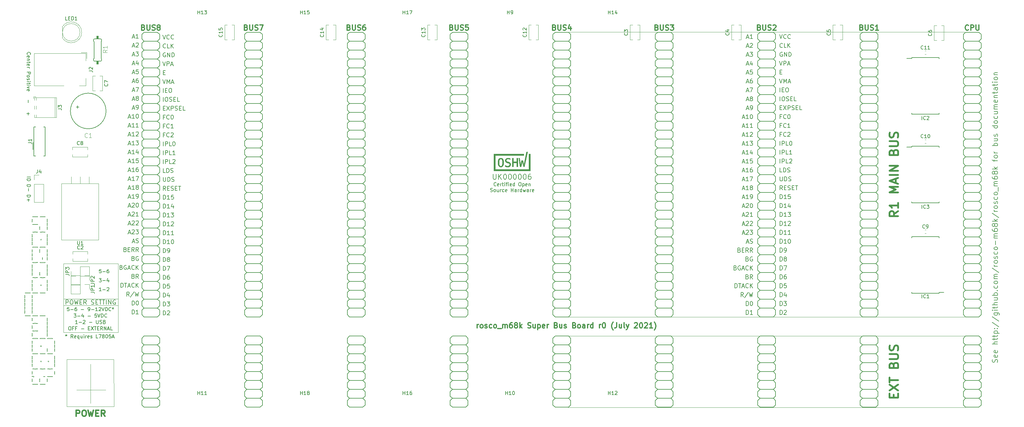
<source format=gbr>
G04 #@! TF.GenerationSoftware,KiCad,Pcbnew,(5.1.5-0-10_14)*
G04 #@! TF.CreationDate,2021-07-25T00:48:49+01:00*
G04 #@! TF.ProjectId,roscbus04,726f7363-6275-4733-9034-2e6b69636164,rev?*
G04 #@! TF.SameCoordinates,Original*
G04 #@! TF.FileFunction,Legend,Top*
G04 #@! TF.FilePolarity,Positive*
%FSLAX46Y46*%
G04 Gerber Fmt 4.6, Leading zero omitted, Abs format (unit mm)*
G04 Created by KiCad (PCBNEW (5.1.5-0-10_14)) date 2021-07-25 00:48:49*
%MOMM*%
%LPD*%
G04 APERTURE LIST*
%ADD10C,0.150000*%
%ADD11C,0.500000*%
%ADD12C,0.120000*%
%ADD13C,0.300000*%
%ADD14C,0.400000*%
%ADD15C,0.002540*%
%ADD16C,0.012500*%
%ADD17C,0.152400*%
%ADD18C,0.100000*%
%ADD19C,0.200000*%
%ADD20C,0.120650*%
G04 APERTURE END LIST*
D10*
X39622999Y-44471000D02*
X40194427Y-44471000D01*
X39508713Y-44813857D02*
X39908713Y-43613857D01*
X40308713Y-44813857D01*
X41337284Y-44813857D02*
X40651570Y-44813857D01*
X40994427Y-44813857D02*
X40994427Y-43613857D01*
X40880142Y-43785285D01*
X40765856Y-43899571D01*
X40651570Y-43956714D01*
X39622999Y-47011322D02*
X40194427Y-47011322D01*
X39508713Y-47354179D02*
X39908713Y-46154179D01*
X40308713Y-47354179D01*
X40651570Y-46268464D02*
X40708713Y-46211322D01*
X40822999Y-46154179D01*
X41108713Y-46154179D01*
X41222999Y-46211322D01*
X41280142Y-46268464D01*
X41337284Y-46382750D01*
X41337284Y-46497036D01*
X41280142Y-46668464D01*
X40594427Y-47354179D01*
X41337284Y-47354179D01*
X39622999Y-49551644D02*
X40194427Y-49551644D01*
X39508713Y-49894501D02*
X39908713Y-48694501D01*
X40308713Y-49894501D01*
X40594427Y-48694501D02*
X41337284Y-48694501D01*
X40937284Y-49151644D01*
X41108713Y-49151644D01*
X41222999Y-49208786D01*
X41280142Y-49265929D01*
X41337284Y-49380215D01*
X41337284Y-49665929D01*
X41280142Y-49780215D01*
X41222999Y-49837358D01*
X41108713Y-49894501D01*
X40765856Y-49894501D01*
X40651570Y-49837358D01*
X40594427Y-49780215D01*
X39622999Y-52091966D02*
X40194427Y-52091966D01*
X39508713Y-52434823D02*
X39908713Y-51234823D01*
X40308713Y-52434823D01*
X41222999Y-51634823D02*
X41222999Y-52434823D01*
X40937284Y-51177680D02*
X40651570Y-52034823D01*
X41394427Y-52034823D01*
X39622999Y-54632288D02*
X40194427Y-54632288D01*
X39508713Y-54975145D02*
X39908713Y-53775145D01*
X40308713Y-54975145D01*
X41280142Y-53775145D02*
X40708713Y-53775145D01*
X40651570Y-54346573D01*
X40708713Y-54289430D01*
X40822999Y-54232288D01*
X41108713Y-54232288D01*
X41222999Y-54289430D01*
X41280142Y-54346573D01*
X41337284Y-54460859D01*
X41337284Y-54746573D01*
X41280142Y-54860859D01*
X41222999Y-54918002D01*
X41108713Y-54975145D01*
X40822999Y-54975145D01*
X40708713Y-54918002D01*
X40651570Y-54860859D01*
X39622999Y-57172610D02*
X40194427Y-57172610D01*
X39508713Y-57515467D02*
X39908713Y-56315467D01*
X40308713Y-57515467D01*
X41222999Y-56315467D02*
X40994427Y-56315467D01*
X40880142Y-56372610D01*
X40822999Y-56429752D01*
X40708713Y-56601181D01*
X40651570Y-56829752D01*
X40651570Y-57286895D01*
X40708713Y-57401181D01*
X40765856Y-57458324D01*
X40880142Y-57515467D01*
X41108713Y-57515467D01*
X41222999Y-57458324D01*
X41280142Y-57401181D01*
X41337284Y-57286895D01*
X41337284Y-57001181D01*
X41280142Y-56886895D01*
X41222999Y-56829752D01*
X41108713Y-56772610D01*
X40880142Y-56772610D01*
X40765856Y-56829752D01*
X40708713Y-56886895D01*
X40651570Y-57001181D01*
X39622999Y-59712932D02*
X40194427Y-59712932D01*
X39508713Y-60055789D02*
X39908713Y-58855789D01*
X40308713Y-60055789D01*
X40594427Y-58855789D02*
X41394427Y-58855789D01*
X40880142Y-60055789D01*
X39622999Y-62253254D02*
X40194427Y-62253254D01*
X39508713Y-62596111D02*
X39908713Y-61396111D01*
X40308713Y-62596111D01*
X40880142Y-61910396D02*
X40765856Y-61853254D01*
X40708713Y-61796111D01*
X40651570Y-61681825D01*
X40651570Y-61624682D01*
X40708713Y-61510396D01*
X40765856Y-61453254D01*
X40880142Y-61396111D01*
X41108713Y-61396111D01*
X41222999Y-61453254D01*
X41280142Y-61510396D01*
X41337284Y-61624682D01*
X41337284Y-61681825D01*
X41280142Y-61796111D01*
X41222999Y-61853254D01*
X41108713Y-61910396D01*
X40880142Y-61910396D01*
X40765856Y-61967539D01*
X40708713Y-62024682D01*
X40651570Y-62138968D01*
X40651570Y-62367539D01*
X40708713Y-62481825D01*
X40765856Y-62538968D01*
X40880142Y-62596111D01*
X41108713Y-62596111D01*
X41222999Y-62538968D01*
X41280142Y-62481825D01*
X41337284Y-62367539D01*
X41337284Y-62138968D01*
X41280142Y-62024682D01*
X41222999Y-61967539D01*
X41108713Y-61910396D01*
X39622999Y-64793576D02*
X40194427Y-64793576D01*
X39508713Y-65136433D02*
X39908713Y-63936433D01*
X40308713Y-65136433D01*
X40765856Y-65136433D02*
X40994427Y-65136433D01*
X41108713Y-65079290D01*
X41165856Y-65022147D01*
X41280142Y-64850718D01*
X41337284Y-64622147D01*
X41337284Y-64165004D01*
X41280142Y-64050718D01*
X41222999Y-63993576D01*
X41108713Y-63936433D01*
X40880142Y-63936433D01*
X40765856Y-63993576D01*
X40708713Y-64050718D01*
X40651570Y-64165004D01*
X40651570Y-64450718D01*
X40708713Y-64565004D01*
X40765856Y-64622147D01*
X40880142Y-64679290D01*
X41108713Y-64679290D01*
X41222999Y-64622147D01*
X41280142Y-64565004D01*
X41337284Y-64450718D01*
X38480142Y-67333898D02*
X39051571Y-67333898D01*
X38365856Y-67676755D02*
X38765856Y-66476755D01*
X39165856Y-67676755D01*
X40194428Y-67676755D02*
X39508714Y-67676755D01*
X39851571Y-67676755D02*
X39851571Y-66476755D01*
X39737285Y-66648183D01*
X39622999Y-66762469D01*
X39508714Y-66819612D01*
X40937285Y-66476755D02*
X41051571Y-66476755D01*
X41165856Y-66533898D01*
X41222999Y-66591040D01*
X41280142Y-66705326D01*
X41337285Y-66933898D01*
X41337285Y-67219612D01*
X41280142Y-67448183D01*
X41222999Y-67562469D01*
X41165856Y-67619612D01*
X41051571Y-67676755D01*
X40937285Y-67676755D01*
X40822999Y-67619612D01*
X40765856Y-67562469D01*
X40708714Y-67448183D01*
X40651571Y-67219612D01*
X40651571Y-66933898D01*
X40708714Y-66705326D01*
X40765856Y-66591040D01*
X40822999Y-66533898D01*
X40937285Y-66476755D01*
X38480142Y-69874220D02*
X39051571Y-69874220D01*
X38365856Y-70217077D02*
X38765856Y-69017077D01*
X39165856Y-70217077D01*
X40194428Y-70217077D02*
X39508714Y-70217077D01*
X39851571Y-70217077D02*
X39851571Y-69017077D01*
X39737285Y-69188505D01*
X39622999Y-69302791D01*
X39508714Y-69359934D01*
X41337285Y-70217077D02*
X40651571Y-70217077D01*
X40994428Y-70217077D02*
X40994428Y-69017077D01*
X40880142Y-69188505D01*
X40765856Y-69302791D01*
X40651571Y-69359934D01*
X38480142Y-72414542D02*
X39051571Y-72414542D01*
X38365856Y-72757399D02*
X38765856Y-71557399D01*
X39165856Y-72757399D01*
X40194428Y-72757399D02*
X39508714Y-72757399D01*
X39851571Y-72757399D02*
X39851571Y-71557399D01*
X39737285Y-71728827D01*
X39622999Y-71843113D01*
X39508714Y-71900256D01*
X40651571Y-71671684D02*
X40708714Y-71614542D01*
X40822999Y-71557399D01*
X41108714Y-71557399D01*
X41222999Y-71614542D01*
X41280142Y-71671684D01*
X41337285Y-71785970D01*
X41337285Y-71900256D01*
X41280142Y-72071684D01*
X40594428Y-72757399D01*
X41337285Y-72757399D01*
X38480142Y-74954864D02*
X39051571Y-74954864D01*
X38365856Y-75297721D02*
X38765856Y-74097721D01*
X39165856Y-75297721D01*
X40194428Y-75297721D02*
X39508714Y-75297721D01*
X39851571Y-75297721D02*
X39851571Y-74097721D01*
X39737285Y-74269149D01*
X39622999Y-74383435D01*
X39508714Y-74440578D01*
X40594428Y-74097721D02*
X41337285Y-74097721D01*
X40937285Y-74554864D01*
X41108714Y-74554864D01*
X41222999Y-74612006D01*
X41280142Y-74669149D01*
X41337285Y-74783435D01*
X41337285Y-75069149D01*
X41280142Y-75183435D01*
X41222999Y-75240578D01*
X41108714Y-75297721D01*
X40765856Y-75297721D01*
X40651571Y-75240578D01*
X40594428Y-75183435D01*
X38480142Y-77495186D02*
X39051571Y-77495186D01*
X38365856Y-77838043D02*
X38765856Y-76638043D01*
X39165856Y-77838043D01*
X40194428Y-77838043D02*
X39508714Y-77838043D01*
X39851571Y-77838043D02*
X39851571Y-76638043D01*
X39737285Y-76809471D01*
X39622999Y-76923757D01*
X39508714Y-76980900D01*
X41222999Y-77038043D02*
X41222999Y-77838043D01*
X40937285Y-76580900D02*
X40651571Y-77438043D01*
X41394428Y-77438043D01*
X38480142Y-80035508D02*
X39051571Y-80035508D01*
X38365856Y-80378365D02*
X38765856Y-79178365D01*
X39165856Y-80378365D01*
X40194428Y-80378365D02*
X39508714Y-80378365D01*
X39851571Y-80378365D02*
X39851571Y-79178365D01*
X39737285Y-79349793D01*
X39622999Y-79464079D01*
X39508714Y-79521222D01*
X41280142Y-79178365D02*
X40708714Y-79178365D01*
X40651571Y-79749793D01*
X40708714Y-79692650D01*
X40822999Y-79635508D01*
X41108714Y-79635508D01*
X41222999Y-79692650D01*
X41280142Y-79749793D01*
X41337285Y-79864079D01*
X41337285Y-80149793D01*
X41280142Y-80264079D01*
X41222999Y-80321222D01*
X41108714Y-80378365D01*
X40822999Y-80378365D01*
X40708714Y-80321222D01*
X40651571Y-80264079D01*
X38480142Y-82575830D02*
X39051571Y-82575830D01*
X38365856Y-82918687D02*
X38765856Y-81718687D01*
X39165856Y-82918687D01*
X40194428Y-82918687D02*
X39508714Y-82918687D01*
X39851571Y-82918687D02*
X39851571Y-81718687D01*
X39737285Y-81890115D01*
X39622999Y-82004401D01*
X39508714Y-82061544D01*
X41222999Y-81718687D02*
X40994428Y-81718687D01*
X40880142Y-81775830D01*
X40822999Y-81832972D01*
X40708714Y-82004401D01*
X40651571Y-82232972D01*
X40651571Y-82690115D01*
X40708714Y-82804401D01*
X40765856Y-82861544D01*
X40880142Y-82918687D01*
X41108714Y-82918687D01*
X41222999Y-82861544D01*
X41280142Y-82804401D01*
X41337285Y-82690115D01*
X41337285Y-82404401D01*
X41280142Y-82290115D01*
X41222999Y-82232972D01*
X41108714Y-82175830D01*
X40880142Y-82175830D01*
X40765856Y-82232972D01*
X40708714Y-82290115D01*
X40651571Y-82404401D01*
X38480142Y-85116152D02*
X39051571Y-85116152D01*
X38365856Y-85459009D02*
X38765856Y-84259009D01*
X39165856Y-85459009D01*
X40194428Y-85459009D02*
X39508714Y-85459009D01*
X39851571Y-85459009D02*
X39851571Y-84259009D01*
X39737285Y-84430437D01*
X39622999Y-84544723D01*
X39508714Y-84601866D01*
X40594428Y-84259009D02*
X41394428Y-84259009D01*
X40880142Y-85459009D01*
X38480142Y-87656474D02*
X39051571Y-87656474D01*
X38365856Y-87999331D02*
X38765856Y-86799331D01*
X39165856Y-87999331D01*
X40194428Y-87999331D02*
X39508714Y-87999331D01*
X39851571Y-87999331D02*
X39851571Y-86799331D01*
X39737285Y-86970759D01*
X39622999Y-87085045D01*
X39508714Y-87142188D01*
X40880142Y-87313616D02*
X40765856Y-87256474D01*
X40708714Y-87199331D01*
X40651571Y-87085045D01*
X40651571Y-87027902D01*
X40708714Y-86913616D01*
X40765856Y-86856474D01*
X40880142Y-86799331D01*
X41108714Y-86799331D01*
X41222999Y-86856474D01*
X41280142Y-86913616D01*
X41337285Y-87027902D01*
X41337285Y-87085045D01*
X41280142Y-87199331D01*
X41222999Y-87256474D01*
X41108714Y-87313616D01*
X40880142Y-87313616D01*
X40765856Y-87370759D01*
X40708714Y-87427902D01*
X40651571Y-87542188D01*
X40651571Y-87770759D01*
X40708714Y-87885045D01*
X40765856Y-87942188D01*
X40880142Y-87999331D01*
X41108714Y-87999331D01*
X41222999Y-87942188D01*
X41280142Y-87885045D01*
X41337285Y-87770759D01*
X41337285Y-87542188D01*
X41280142Y-87427902D01*
X41222999Y-87370759D01*
X41108714Y-87313616D01*
X38480142Y-90196796D02*
X39051571Y-90196796D01*
X38365856Y-90539653D02*
X38765856Y-89339653D01*
X39165856Y-90539653D01*
X40194428Y-90539653D02*
X39508714Y-90539653D01*
X39851571Y-90539653D02*
X39851571Y-89339653D01*
X39737285Y-89511081D01*
X39622999Y-89625367D01*
X39508714Y-89682510D01*
X40765856Y-90539653D02*
X40994428Y-90539653D01*
X41108714Y-90482510D01*
X41165856Y-90425367D01*
X41280142Y-90253938D01*
X41337285Y-90025367D01*
X41337285Y-89568224D01*
X41280142Y-89453938D01*
X41222999Y-89396796D01*
X41108714Y-89339653D01*
X40880142Y-89339653D01*
X40765856Y-89396796D01*
X40708714Y-89453938D01*
X40651571Y-89568224D01*
X40651571Y-89853938D01*
X40708714Y-89968224D01*
X40765856Y-90025367D01*
X40880142Y-90082510D01*
X41108714Y-90082510D01*
X41222999Y-90025367D01*
X41280142Y-89968224D01*
X41337285Y-89853938D01*
X38480142Y-92737118D02*
X39051571Y-92737118D01*
X38365856Y-93079975D02*
X38765856Y-91879975D01*
X39165856Y-93079975D01*
X39508714Y-91994260D02*
X39565856Y-91937118D01*
X39680142Y-91879975D01*
X39965856Y-91879975D01*
X40080142Y-91937118D01*
X40137285Y-91994260D01*
X40194428Y-92108546D01*
X40194428Y-92222832D01*
X40137285Y-92394260D01*
X39451571Y-93079975D01*
X40194428Y-93079975D01*
X40937285Y-91879975D02*
X41051571Y-91879975D01*
X41165856Y-91937118D01*
X41222999Y-91994260D01*
X41280142Y-92108546D01*
X41337285Y-92337118D01*
X41337285Y-92622832D01*
X41280142Y-92851403D01*
X41222999Y-92965689D01*
X41165856Y-93022832D01*
X41051571Y-93079975D01*
X40937285Y-93079975D01*
X40822999Y-93022832D01*
X40765856Y-92965689D01*
X40708714Y-92851403D01*
X40651571Y-92622832D01*
X40651571Y-92337118D01*
X40708714Y-92108546D01*
X40765856Y-91994260D01*
X40822999Y-91937118D01*
X40937285Y-91879975D01*
X38480142Y-95277440D02*
X39051571Y-95277440D01*
X38365856Y-95620297D02*
X38765856Y-94420297D01*
X39165856Y-95620297D01*
X39508714Y-94534582D02*
X39565856Y-94477440D01*
X39680142Y-94420297D01*
X39965856Y-94420297D01*
X40080142Y-94477440D01*
X40137285Y-94534582D01*
X40194428Y-94648868D01*
X40194428Y-94763154D01*
X40137285Y-94934582D01*
X39451571Y-95620297D01*
X40194428Y-95620297D01*
X41337285Y-95620297D02*
X40651571Y-95620297D01*
X40994428Y-95620297D02*
X40994428Y-94420297D01*
X40880142Y-94591725D01*
X40765856Y-94706011D01*
X40651571Y-94763154D01*
X38480142Y-100358084D02*
X39051571Y-100358084D01*
X38365856Y-100700941D02*
X38765856Y-99500941D01*
X39165856Y-100700941D01*
X39508714Y-99615226D02*
X39565856Y-99558084D01*
X39680142Y-99500941D01*
X39965856Y-99500941D01*
X40080142Y-99558084D01*
X40137285Y-99615226D01*
X40194428Y-99729512D01*
X40194428Y-99843798D01*
X40137285Y-100015226D01*
X39451571Y-100700941D01*
X40194428Y-100700941D01*
X40594428Y-99500941D02*
X41337285Y-99500941D01*
X40937285Y-99958084D01*
X41108714Y-99958084D01*
X41222999Y-100015226D01*
X41280142Y-100072369D01*
X41337285Y-100186655D01*
X41337285Y-100472369D01*
X41280142Y-100586655D01*
X41222999Y-100643798D01*
X41108714Y-100700941D01*
X40765856Y-100700941D01*
X40651571Y-100643798D01*
X40594428Y-100586655D01*
X39622999Y-102898406D02*
X40194427Y-102898406D01*
X39508713Y-103241263D02*
X39908713Y-102041263D01*
X40308713Y-103241263D01*
X40651570Y-103184120D02*
X40822999Y-103241263D01*
X41108713Y-103241263D01*
X41222999Y-103184120D01*
X41280142Y-103126977D01*
X41337284Y-103012691D01*
X41337284Y-102898406D01*
X41280142Y-102784120D01*
X41222999Y-102726977D01*
X41108713Y-102669834D01*
X40880142Y-102612691D01*
X40765856Y-102555548D01*
X40708713Y-102498406D01*
X40651570Y-102384120D01*
X40651570Y-102269834D01*
X40708713Y-102155548D01*
X40765856Y-102098406D01*
X40880142Y-102041263D01*
X41165856Y-102041263D01*
X41337284Y-102098406D01*
X37565857Y-105153013D02*
X37737285Y-105210156D01*
X37794428Y-105267299D01*
X37851571Y-105381585D01*
X37851571Y-105553013D01*
X37794428Y-105667299D01*
X37737285Y-105724442D01*
X37623000Y-105781585D01*
X37165857Y-105781585D01*
X37165857Y-104581585D01*
X37565857Y-104581585D01*
X37680142Y-104638728D01*
X37737285Y-104695870D01*
X37794428Y-104810156D01*
X37794428Y-104924442D01*
X37737285Y-105038728D01*
X37680142Y-105095870D01*
X37565857Y-105153013D01*
X37165857Y-105153013D01*
X38365857Y-105153013D02*
X38765857Y-105153013D01*
X38937285Y-105781585D02*
X38365857Y-105781585D01*
X38365857Y-104581585D01*
X38937285Y-104581585D01*
X40137285Y-105781585D02*
X39737285Y-105210156D01*
X39451571Y-105781585D02*
X39451571Y-104581585D01*
X39908714Y-104581585D01*
X40023000Y-104638728D01*
X40080142Y-104695870D01*
X40137285Y-104810156D01*
X40137285Y-104981585D01*
X40080142Y-105095870D01*
X40023000Y-105153013D01*
X39908714Y-105210156D01*
X39451571Y-105210156D01*
X41337285Y-105781585D02*
X40937285Y-105210156D01*
X40651571Y-105781585D02*
X40651571Y-104581585D01*
X41108714Y-104581585D01*
X41223000Y-104638728D01*
X41280142Y-104695870D01*
X41337285Y-104810156D01*
X41337285Y-104981585D01*
X41280142Y-105095870D01*
X41223000Y-105153013D01*
X41108714Y-105210156D01*
X40651571Y-105210156D01*
X39851571Y-107693335D02*
X40022999Y-107750478D01*
X40080142Y-107807621D01*
X40137285Y-107921907D01*
X40137285Y-108093335D01*
X40080142Y-108207621D01*
X40022999Y-108264764D01*
X39908714Y-108321907D01*
X39451571Y-108321907D01*
X39451571Y-107121907D01*
X39851571Y-107121907D01*
X39965857Y-107179050D01*
X40022999Y-107236192D01*
X40080142Y-107350478D01*
X40080142Y-107464764D01*
X40022999Y-107579050D01*
X39965857Y-107636192D01*
X39851571Y-107693335D01*
X39451571Y-107693335D01*
X41280142Y-107179050D02*
X41165857Y-107121907D01*
X40994428Y-107121907D01*
X40822999Y-107179050D01*
X40708714Y-107293335D01*
X40651571Y-107407621D01*
X40594428Y-107636192D01*
X40594428Y-107807621D01*
X40651571Y-108036192D01*
X40708714Y-108150478D01*
X40822999Y-108264764D01*
X40994428Y-108321907D01*
X41108714Y-108321907D01*
X41280142Y-108264764D01*
X41337285Y-108207621D01*
X41337285Y-107807621D01*
X41108714Y-107807621D01*
X36422999Y-110233657D02*
X36594428Y-110290800D01*
X36651571Y-110347943D01*
X36708713Y-110462229D01*
X36708713Y-110633657D01*
X36651571Y-110747943D01*
X36594428Y-110805086D01*
X36480142Y-110862229D01*
X36022999Y-110862229D01*
X36022999Y-109662229D01*
X36422999Y-109662229D01*
X36537285Y-109719372D01*
X36594428Y-109776514D01*
X36651571Y-109890800D01*
X36651571Y-110005086D01*
X36594428Y-110119372D01*
X36537285Y-110176514D01*
X36422999Y-110233657D01*
X36022999Y-110233657D01*
X37851571Y-109719372D02*
X37737285Y-109662229D01*
X37565856Y-109662229D01*
X37394428Y-109719372D01*
X37280142Y-109833657D01*
X37222999Y-109947943D01*
X37165856Y-110176514D01*
X37165856Y-110347943D01*
X37222999Y-110576514D01*
X37280142Y-110690800D01*
X37394428Y-110805086D01*
X37565856Y-110862229D01*
X37680142Y-110862229D01*
X37851571Y-110805086D01*
X37908713Y-110747943D01*
X37908713Y-110347943D01*
X37680142Y-110347943D01*
X38365856Y-110519372D02*
X38937285Y-110519372D01*
X38251571Y-110862229D02*
X38651571Y-109662229D01*
X39051571Y-110862229D01*
X40137285Y-110747943D02*
X40080142Y-110805086D01*
X39908713Y-110862229D01*
X39794428Y-110862229D01*
X39622999Y-110805086D01*
X39508713Y-110690800D01*
X39451571Y-110576514D01*
X39394428Y-110347943D01*
X39394428Y-110176514D01*
X39451571Y-109947943D01*
X39508713Y-109833657D01*
X39622999Y-109719372D01*
X39794428Y-109662229D01*
X39908713Y-109662229D01*
X40080142Y-109719372D01*
X40137285Y-109776514D01*
X40651571Y-110862229D02*
X40651571Y-109662229D01*
X41337285Y-110862229D02*
X40822999Y-110176514D01*
X41337285Y-109662229D02*
X40651571Y-110347943D01*
X39851571Y-112773979D02*
X40022999Y-112831122D01*
X40080142Y-112888265D01*
X40137285Y-113002551D01*
X40137285Y-113173979D01*
X40080142Y-113288265D01*
X40022999Y-113345408D01*
X39908714Y-113402551D01*
X39451571Y-113402551D01*
X39451571Y-112202551D01*
X39851571Y-112202551D01*
X39965857Y-112259694D01*
X40022999Y-112316836D01*
X40080142Y-112431122D01*
X40080142Y-112545408D01*
X40022999Y-112659694D01*
X39965857Y-112716836D01*
X39851571Y-112773979D01*
X39451571Y-112773979D01*
X41337285Y-113402551D02*
X40937285Y-112831122D01*
X40651571Y-113402551D02*
X40651571Y-112202551D01*
X41108714Y-112202551D01*
X41222999Y-112259694D01*
X41280142Y-112316836D01*
X41337285Y-112431122D01*
X41337285Y-112602551D01*
X41280142Y-112716836D01*
X41222999Y-112773979D01*
X41108714Y-112831122D01*
X40651571Y-112831122D01*
X36308713Y-115942873D02*
X36308713Y-114742873D01*
X36594428Y-114742873D01*
X36765856Y-114800016D01*
X36880142Y-114914301D01*
X36937285Y-115028587D01*
X36994428Y-115257158D01*
X36994428Y-115428587D01*
X36937285Y-115657158D01*
X36880142Y-115771444D01*
X36765856Y-115885730D01*
X36594428Y-115942873D01*
X36308713Y-115942873D01*
X37337285Y-114742873D02*
X38022999Y-114742873D01*
X37680142Y-115942873D02*
X37680142Y-114742873D01*
X38365856Y-115600016D02*
X38937285Y-115600016D01*
X38251570Y-115942873D02*
X38651570Y-114742873D01*
X39051570Y-115942873D01*
X40137285Y-115828587D02*
X40080142Y-115885730D01*
X39908713Y-115942873D01*
X39794428Y-115942873D01*
X39622999Y-115885730D01*
X39508713Y-115771444D01*
X39451570Y-115657158D01*
X39394428Y-115428587D01*
X39394428Y-115257158D01*
X39451570Y-115028587D01*
X39508713Y-114914301D01*
X39622999Y-114800016D01*
X39794428Y-114742873D01*
X39908713Y-114742873D01*
X40080142Y-114800016D01*
X40137285Y-114857158D01*
X40651570Y-115942873D02*
X40651570Y-114742873D01*
X41337285Y-115942873D02*
X40822999Y-115257158D01*
X41337285Y-114742873D02*
X40651570Y-115428587D01*
X38708713Y-118483195D02*
X38308713Y-117911766D01*
X38022999Y-118483195D02*
X38022999Y-117283195D01*
X38480142Y-117283195D01*
X38594428Y-117340338D01*
X38651571Y-117397480D01*
X38708713Y-117511766D01*
X38708713Y-117683195D01*
X38651571Y-117797480D01*
X38594428Y-117854623D01*
X38480142Y-117911766D01*
X38022999Y-117911766D01*
X40080142Y-117226052D02*
X39051571Y-118768909D01*
X40365856Y-117283195D02*
X40651571Y-118483195D01*
X40880142Y-117626052D01*
X41108713Y-118483195D01*
X41394428Y-117283195D01*
X38480142Y-97817762D02*
X39051571Y-97817762D01*
X38365856Y-98160619D02*
X38765856Y-96960619D01*
X39165856Y-98160619D01*
X39508714Y-97074904D02*
X39565856Y-97017762D01*
X39680142Y-96960619D01*
X39965856Y-96960619D01*
X40080142Y-97017762D01*
X40137285Y-97074904D01*
X40194428Y-97189190D01*
X40194428Y-97303476D01*
X40137285Y-97474904D01*
X39451571Y-98160619D01*
X40194428Y-98160619D01*
X40651571Y-97074904D02*
X40708714Y-97017762D01*
X40822999Y-96960619D01*
X41108714Y-96960619D01*
X41222999Y-97017762D01*
X41280142Y-97074904D01*
X41337285Y-97189190D01*
X41337285Y-97303476D01*
X41280142Y-97474904D01*
X40594428Y-98160619D01*
X41337285Y-98160619D01*
X39508713Y-121023517D02*
X39508713Y-119823517D01*
X39794428Y-119823517D01*
X39965856Y-119880660D01*
X40080142Y-119994945D01*
X40137285Y-120109231D01*
X40194428Y-120337802D01*
X40194428Y-120509231D01*
X40137285Y-120737802D01*
X40080142Y-120852088D01*
X39965856Y-120966374D01*
X39794428Y-121023517D01*
X39508713Y-121023517D01*
X40937285Y-119823517D02*
X41051570Y-119823517D01*
X41165856Y-119880660D01*
X41222999Y-119937802D01*
X41280142Y-120052088D01*
X41337285Y-120280660D01*
X41337285Y-120566374D01*
X41280142Y-120794945D01*
X41222999Y-120909231D01*
X41165856Y-120966374D01*
X41051570Y-121023517D01*
X40937285Y-121023517D01*
X40822999Y-120966374D01*
X40765856Y-120909231D01*
X40708713Y-120794945D01*
X40651570Y-120566374D01*
X40651570Y-120280660D01*
X40708713Y-120052088D01*
X40765856Y-119937802D01*
X40822999Y-119880660D01*
X40937285Y-119823517D01*
X39508713Y-123563857D02*
X39508713Y-122363857D01*
X39794428Y-122363857D01*
X39965856Y-122421000D01*
X40080142Y-122535285D01*
X40137285Y-122649571D01*
X40194428Y-122878142D01*
X40194428Y-123049571D01*
X40137285Y-123278142D01*
X40080142Y-123392428D01*
X39965856Y-123506714D01*
X39794428Y-123563857D01*
X39508713Y-123563857D01*
X41337285Y-123563857D02*
X40651570Y-123563857D01*
X40994428Y-123563857D02*
X40994428Y-122363857D01*
X40880142Y-122535285D01*
X40765856Y-122649571D01*
X40651570Y-122706714D01*
X48254928Y-43883857D02*
X48654928Y-45083857D01*
X49054928Y-43883857D01*
X50140643Y-44969571D02*
X50083500Y-45026714D01*
X49912071Y-45083857D01*
X49797785Y-45083857D01*
X49626357Y-45026714D01*
X49512071Y-44912428D01*
X49454928Y-44798142D01*
X49397785Y-44569571D01*
X49397785Y-44398142D01*
X49454928Y-44169571D01*
X49512071Y-44055285D01*
X49626357Y-43941000D01*
X49797785Y-43883857D01*
X49912071Y-43883857D01*
X50083500Y-43941000D01*
X50140643Y-43998142D01*
X51340643Y-44969571D02*
X51283500Y-45026714D01*
X51112071Y-45083857D01*
X50997785Y-45083857D01*
X50826357Y-45026714D01*
X50712071Y-44912428D01*
X50654928Y-44798142D01*
X50597785Y-44569571D01*
X50597785Y-44398142D01*
X50654928Y-44169571D01*
X50712071Y-44055285D01*
X50826357Y-43941000D01*
X50997785Y-43883857D01*
X51112071Y-43883857D01*
X51283500Y-43941000D01*
X51340643Y-43998142D01*
X49089571Y-47509893D02*
X49032428Y-47567036D01*
X48860999Y-47624179D01*
X48746714Y-47624179D01*
X48575285Y-47567036D01*
X48460999Y-47452750D01*
X48403857Y-47338464D01*
X48346714Y-47109893D01*
X48346714Y-46938464D01*
X48403857Y-46709893D01*
X48460999Y-46595607D01*
X48575285Y-46481322D01*
X48746714Y-46424179D01*
X48860999Y-46424179D01*
X49032428Y-46481322D01*
X49089571Y-46538464D01*
X50175285Y-47624179D02*
X49603857Y-47624179D01*
X49603857Y-46424179D01*
X50575285Y-47624179D02*
X50575285Y-46424179D01*
X51260999Y-47624179D02*
X50746714Y-46938464D01*
X51260999Y-46424179D02*
X50575285Y-47109893D01*
X49032428Y-49021644D02*
X48918142Y-48964501D01*
X48746714Y-48964501D01*
X48575285Y-49021644D01*
X48460999Y-49135929D01*
X48403856Y-49250215D01*
X48346714Y-49478786D01*
X48346714Y-49650215D01*
X48403856Y-49878786D01*
X48460999Y-49993072D01*
X48575285Y-50107358D01*
X48746714Y-50164501D01*
X48860999Y-50164501D01*
X49032428Y-50107358D01*
X49089571Y-50050215D01*
X49089571Y-49650215D01*
X48860999Y-49650215D01*
X49603856Y-50164501D02*
X49603856Y-48964501D01*
X50289571Y-50164501D01*
X50289571Y-48964501D01*
X50860999Y-50164501D02*
X50860999Y-48964501D01*
X51146714Y-48964501D01*
X51318142Y-49021644D01*
X51432428Y-49135929D01*
X51489571Y-49250215D01*
X51546714Y-49478786D01*
X51546714Y-49650215D01*
X51489571Y-49878786D01*
X51432428Y-49993072D01*
X51318142Y-50107358D01*
X51146714Y-50164501D01*
X50860999Y-50164501D01*
X48232428Y-51504823D02*
X48632428Y-52704823D01*
X49032428Y-51504823D01*
X49432428Y-52704823D02*
X49432428Y-51504823D01*
X49889571Y-51504823D01*
X50003856Y-51561966D01*
X50060999Y-51619108D01*
X50118142Y-51733394D01*
X50118142Y-51904823D01*
X50060999Y-52019108D01*
X50003856Y-52076251D01*
X49889571Y-52133394D01*
X49432428Y-52133394D01*
X50575285Y-52361966D02*
X51146714Y-52361966D01*
X50460999Y-52704823D02*
X50860999Y-51504823D01*
X51260999Y-52704823D01*
X48403857Y-54616573D02*
X48803857Y-54616573D01*
X48975285Y-55245145D02*
X48403857Y-55245145D01*
X48403857Y-54045145D01*
X48975285Y-54045145D01*
X48232428Y-56585467D02*
X48632428Y-57785467D01*
X49032428Y-56585467D01*
X49432428Y-57785467D02*
X49432428Y-56585467D01*
X49832428Y-57442610D01*
X50232428Y-56585467D01*
X50232428Y-57785467D01*
X50746713Y-57442610D02*
X51318142Y-57442610D01*
X50632428Y-57785467D02*
X51032428Y-56585467D01*
X51432428Y-57785467D01*
X48403857Y-60325789D02*
X48403857Y-59125789D01*
X48975286Y-59697217D02*
X49375286Y-59697217D01*
X49546714Y-60325789D02*
X48975286Y-60325789D01*
X48975286Y-59125789D01*
X49546714Y-59125789D01*
X50289571Y-59125789D02*
X50518143Y-59125789D01*
X50632428Y-59182932D01*
X50746714Y-59297217D01*
X50803857Y-59525789D01*
X50803857Y-59925789D01*
X50746714Y-60154360D01*
X50632428Y-60268646D01*
X50518143Y-60325789D01*
X50289571Y-60325789D01*
X50175286Y-60268646D01*
X50061000Y-60154360D01*
X50003857Y-59925789D01*
X50003857Y-59525789D01*
X50061000Y-59297217D01*
X50175286Y-59182932D01*
X50289571Y-59125789D01*
X48403856Y-62866111D02*
X48403856Y-61666111D01*
X49203856Y-61666111D02*
X49432428Y-61666111D01*
X49546713Y-61723254D01*
X49660999Y-61837539D01*
X49718142Y-62066111D01*
X49718142Y-62466111D01*
X49660999Y-62694682D01*
X49546713Y-62808968D01*
X49432428Y-62866111D01*
X49203856Y-62866111D01*
X49089570Y-62808968D01*
X48975285Y-62694682D01*
X48918142Y-62466111D01*
X48918142Y-62066111D01*
X48975285Y-61837539D01*
X49089570Y-61723254D01*
X49203856Y-61666111D01*
X50175285Y-62808968D02*
X50346713Y-62866111D01*
X50632428Y-62866111D01*
X50746713Y-62808968D01*
X50803856Y-62751825D01*
X50860999Y-62637539D01*
X50860999Y-62523254D01*
X50803856Y-62408968D01*
X50746713Y-62351825D01*
X50632428Y-62294682D01*
X50403856Y-62237539D01*
X50289570Y-62180396D01*
X50232428Y-62123254D01*
X50175285Y-62008968D01*
X50175285Y-61894682D01*
X50232428Y-61780396D01*
X50289570Y-61723254D01*
X50403856Y-61666111D01*
X50689570Y-61666111D01*
X50860999Y-61723254D01*
X51375285Y-62237539D02*
X51775285Y-62237539D01*
X51946713Y-62866111D02*
X51375285Y-62866111D01*
X51375285Y-61666111D01*
X51946713Y-61666111D01*
X53032428Y-62866111D02*
X52460999Y-62866111D01*
X52460999Y-61666111D01*
X48403856Y-64777861D02*
X48803856Y-64777861D01*
X48975285Y-65406433D02*
X48403856Y-65406433D01*
X48403856Y-64206433D01*
X48975285Y-64206433D01*
X49375285Y-64206433D02*
X50175285Y-65406433D01*
X50175285Y-64206433D02*
X49375285Y-65406433D01*
X50632428Y-65406433D02*
X50632428Y-64206433D01*
X51089570Y-64206433D01*
X51203856Y-64263576D01*
X51260999Y-64320718D01*
X51318142Y-64435004D01*
X51318142Y-64606433D01*
X51260999Y-64720718D01*
X51203856Y-64777861D01*
X51089570Y-64835004D01*
X50632428Y-64835004D01*
X51775285Y-65349290D02*
X51946713Y-65406433D01*
X52232428Y-65406433D01*
X52346713Y-65349290D01*
X52403856Y-65292147D01*
X52460999Y-65177861D01*
X52460999Y-65063576D01*
X52403856Y-64949290D01*
X52346713Y-64892147D01*
X52232428Y-64835004D01*
X52003856Y-64777861D01*
X51889570Y-64720718D01*
X51832428Y-64663576D01*
X51775285Y-64549290D01*
X51775285Y-64435004D01*
X51832428Y-64320718D01*
X51889570Y-64263576D01*
X52003856Y-64206433D01*
X52289570Y-64206433D01*
X52460999Y-64263576D01*
X52975285Y-64777861D02*
X53375285Y-64777861D01*
X53546713Y-65406433D02*
X52975285Y-65406433D01*
X52975285Y-64206433D01*
X53546713Y-64206433D01*
X54632428Y-65406433D02*
X54060999Y-65406433D01*
X54060999Y-64206433D01*
X48803857Y-67318183D02*
X48403857Y-67318183D01*
X48403857Y-67946755D02*
X48403857Y-66746755D01*
X48975285Y-66746755D01*
X50118142Y-67832469D02*
X50060999Y-67889612D01*
X49889571Y-67946755D01*
X49775285Y-67946755D01*
X49603857Y-67889612D01*
X49489571Y-67775326D01*
X49432428Y-67661040D01*
X49375285Y-67432469D01*
X49375285Y-67261040D01*
X49432428Y-67032469D01*
X49489571Y-66918183D01*
X49603857Y-66803898D01*
X49775285Y-66746755D01*
X49889571Y-66746755D01*
X50060999Y-66803898D01*
X50118142Y-66861040D01*
X50860999Y-66746755D02*
X50975285Y-66746755D01*
X51089571Y-66803898D01*
X51146714Y-66861040D01*
X51203857Y-66975326D01*
X51260999Y-67203898D01*
X51260999Y-67489612D01*
X51203857Y-67718183D01*
X51146714Y-67832469D01*
X51089571Y-67889612D01*
X50975285Y-67946755D01*
X50860999Y-67946755D01*
X50746714Y-67889612D01*
X50689571Y-67832469D01*
X50632428Y-67718183D01*
X50575285Y-67489612D01*
X50575285Y-67203898D01*
X50632428Y-66975326D01*
X50689571Y-66861040D01*
X50746714Y-66803898D01*
X50860999Y-66746755D01*
X48803857Y-69858505D02*
X48403857Y-69858505D01*
X48403857Y-70487077D02*
X48403857Y-69287077D01*
X48975285Y-69287077D01*
X50118142Y-70372791D02*
X50060999Y-70429934D01*
X49889571Y-70487077D01*
X49775285Y-70487077D01*
X49603857Y-70429934D01*
X49489571Y-70315648D01*
X49432428Y-70201362D01*
X49375285Y-69972791D01*
X49375285Y-69801362D01*
X49432428Y-69572791D01*
X49489571Y-69458505D01*
X49603857Y-69344220D01*
X49775285Y-69287077D01*
X49889571Y-69287077D01*
X50060999Y-69344220D01*
X50118142Y-69401362D01*
X51260999Y-70487077D02*
X50575285Y-70487077D01*
X50918142Y-70487077D02*
X50918142Y-69287077D01*
X50803857Y-69458505D01*
X50689571Y-69572791D01*
X50575285Y-69629934D01*
X48803857Y-72398827D02*
X48403857Y-72398827D01*
X48403857Y-73027399D02*
X48403857Y-71827399D01*
X48975285Y-71827399D01*
X50118142Y-72913113D02*
X50060999Y-72970256D01*
X49889571Y-73027399D01*
X49775285Y-73027399D01*
X49603857Y-72970256D01*
X49489571Y-72855970D01*
X49432428Y-72741684D01*
X49375285Y-72513113D01*
X49375285Y-72341684D01*
X49432428Y-72113113D01*
X49489571Y-71998827D01*
X49603857Y-71884542D01*
X49775285Y-71827399D01*
X49889571Y-71827399D01*
X50060999Y-71884542D01*
X50118142Y-71941684D01*
X50575285Y-71941684D02*
X50632428Y-71884542D01*
X50746714Y-71827399D01*
X51032428Y-71827399D01*
X51146714Y-71884542D01*
X51203857Y-71941684D01*
X51260999Y-72055970D01*
X51260999Y-72170256D01*
X51203857Y-72341684D01*
X50518142Y-73027399D01*
X51260999Y-73027399D01*
X48403857Y-75567721D02*
X48403857Y-74367721D01*
X48975285Y-75567721D02*
X48975285Y-74367721D01*
X49432428Y-74367721D01*
X49546714Y-74424864D01*
X49603857Y-74482006D01*
X49661000Y-74596292D01*
X49661000Y-74767721D01*
X49603857Y-74882006D01*
X49546714Y-74939149D01*
X49432428Y-74996292D01*
X48975285Y-74996292D01*
X50746714Y-75567721D02*
X50175285Y-75567721D01*
X50175285Y-74367721D01*
X51375285Y-74367721D02*
X51489571Y-74367721D01*
X51603857Y-74424864D01*
X51661000Y-74482006D01*
X51718142Y-74596292D01*
X51775285Y-74824864D01*
X51775285Y-75110578D01*
X51718142Y-75339149D01*
X51661000Y-75453435D01*
X51603857Y-75510578D01*
X51489571Y-75567721D01*
X51375285Y-75567721D01*
X51261000Y-75510578D01*
X51203857Y-75453435D01*
X51146714Y-75339149D01*
X51089571Y-75110578D01*
X51089571Y-74824864D01*
X51146714Y-74596292D01*
X51203857Y-74482006D01*
X51261000Y-74424864D01*
X51375285Y-74367721D01*
X48403857Y-78108043D02*
X48403857Y-76908043D01*
X48975285Y-78108043D02*
X48975285Y-76908043D01*
X49432428Y-76908043D01*
X49546714Y-76965186D01*
X49603857Y-77022328D01*
X49661000Y-77136614D01*
X49661000Y-77308043D01*
X49603857Y-77422328D01*
X49546714Y-77479471D01*
X49432428Y-77536614D01*
X48975285Y-77536614D01*
X50746714Y-78108043D02*
X50175285Y-78108043D01*
X50175285Y-76908043D01*
X51775285Y-78108043D02*
X51089571Y-78108043D01*
X51432428Y-78108043D02*
X51432428Y-76908043D01*
X51318142Y-77079471D01*
X51203857Y-77193757D01*
X51089571Y-77250900D01*
X48403857Y-80648365D02*
X48403857Y-79448365D01*
X48975285Y-80648365D02*
X48975285Y-79448365D01*
X49432428Y-79448365D01*
X49546714Y-79505508D01*
X49603857Y-79562650D01*
X49661000Y-79676936D01*
X49661000Y-79848365D01*
X49603857Y-79962650D01*
X49546714Y-80019793D01*
X49432428Y-80076936D01*
X48975285Y-80076936D01*
X50746714Y-80648365D02*
X50175285Y-80648365D01*
X50175285Y-79448365D01*
X51089571Y-79562650D02*
X51146714Y-79505508D01*
X51261000Y-79448365D01*
X51546714Y-79448365D01*
X51661000Y-79505508D01*
X51718142Y-79562650D01*
X51775285Y-79676936D01*
X51775285Y-79791222D01*
X51718142Y-79962650D01*
X51032428Y-80648365D01*
X51775285Y-80648365D01*
X48975286Y-83188687D02*
X48403857Y-83188687D01*
X48403857Y-81988687D01*
X49375286Y-83188687D02*
X49375286Y-81988687D01*
X49661000Y-81988687D01*
X49832428Y-82045830D01*
X49946714Y-82160115D01*
X50003857Y-82274401D01*
X50061000Y-82502972D01*
X50061000Y-82674401D01*
X50003857Y-82902972D01*
X49946714Y-83017258D01*
X49832428Y-83131544D01*
X49661000Y-83188687D01*
X49375286Y-83188687D01*
X50518143Y-83131544D02*
X50689571Y-83188687D01*
X50975286Y-83188687D01*
X51089571Y-83131544D01*
X51146714Y-83074401D01*
X51203857Y-82960115D01*
X51203857Y-82845830D01*
X51146714Y-82731544D01*
X51089571Y-82674401D01*
X50975286Y-82617258D01*
X50746714Y-82560115D01*
X50632428Y-82502972D01*
X50575286Y-82445830D01*
X50518143Y-82331544D01*
X50518143Y-82217258D01*
X50575286Y-82102972D01*
X50632428Y-82045830D01*
X50746714Y-81988687D01*
X51032428Y-81988687D01*
X51203857Y-82045830D01*
X48403857Y-84529009D02*
X48403857Y-85500437D01*
X48461000Y-85614723D01*
X48518143Y-85671866D01*
X48632428Y-85729009D01*
X48861000Y-85729009D01*
X48975285Y-85671866D01*
X49032428Y-85614723D01*
X49089571Y-85500437D01*
X49089571Y-84529009D01*
X49661000Y-85729009D02*
X49661000Y-84529009D01*
X49946714Y-84529009D01*
X50118143Y-84586152D01*
X50232428Y-84700437D01*
X50289571Y-84814723D01*
X50346714Y-85043294D01*
X50346714Y-85214723D01*
X50289571Y-85443294D01*
X50232428Y-85557580D01*
X50118143Y-85671866D01*
X49946714Y-85729009D01*
X49661000Y-85729009D01*
X50803857Y-85671866D02*
X50975285Y-85729009D01*
X51261000Y-85729009D01*
X51375285Y-85671866D01*
X51432428Y-85614723D01*
X51489571Y-85500437D01*
X51489571Y-85386152D01*
X51432428Y-85271866D01*
X51375285Y-85214723D01*
X51261000Y-85157580D01*
X51032428Y-85100437D01*
X50918143Y-85043294D01*
X50861000Y-84986152D01*
X50803857Y-84871866D01*
X50803857Y-84757580D01*
X50861000Y-84643294D01*
X50918143Y-84586152D01*
X51032428Y-84529009D01*
X51318143Y-84529009D01*
X51489571Y-84586152D01*
X49089570Y-88269331D02*
X48689570Y-87697902D01*
X48403856Y-88269331D02*
X48403856Y-87069331D01*
X48860999Y-87069331D01*
X48975285Y-87126474D01*
X49032428Y-87183616D01*
X49089570Y-87297902D01*
X49089570Y-87469331D01*
X49032428Y-87583616D01*
X48975285Y-87640759D01*
X48860999Y-87697902D01*
X48403856Y-87697902D01*
X49603856Y-87640759D02*
X50003856Y-87640759D01*
X50175285Y-88269331D02*
X49603856Y-88269331D01*
X49603856Y-87069331D01*
X50175285Y-87069331D01*
X50632428Y-88212188D02*
X50803856Y-88269331D01*
X51089570Y-88269331D01*
X51203856Y-88212188D01*
X51260999Y-88155045D01*
X51318142Y-88040759D01*
X51318142Y-87926474D01*
X51260999Y-87812188D01*
X51203856Y-87755045D01*
X51089570Y-87697902D01*
X50860999Y-87640759D01*
X50746713Y-87583616D01*
X50689570Y-87526474D01*
X50632428Y-87412188D01*
X50632428Y-87297902D01*
X50689570Y-87183616D01*
X50746713Y-87126474D01*
X50860999Y-87069331D01*
X51146713Y-87069331D01*
X51318142Y-87126474D01*
X51832428Y-87640759D02*
X52232428Y-87640759D01*
X52403856Y-88269331D02*
X51832428Y-88269331D01*
X51832428Y-87069331D01*
X52403856Y-87069331D01*
X52746713Y-87069331D02*
X53432428Y-87069331D01*
X53089570Y-88269331D02*
X53089570Y-87069331D01*
X48403857Y-90809653D02*
X48403857Y-89609653D01*
X48689571Y-89609653D01*
X48861000Y-89666796D01*
X48975285Y-89781081D01*
X49032428Y-89895367D01*
X49089571Y-90123938D01*
X49089571Y-90295367D01*
X49032428Y-90523938D01*
X48975285Y-90638224D01*
X48861000Y-90752510D01*
X48689571Y-90809653D01*
X48403857Y-90809653D01*
X50232428Y-90809653D02*
X49546714Y-90809653D01*
X49889571Y-90809653D02*
X49889571Y-89609653D01*
X49775285Y-89781081D01*
X49661000Y-89895367D01*
X49546714Y-89952510D01*
X51318142Y-89609653D02*
X50746714Y-89609653D01*
X50689571Y-90181081D01*
X50746714Y-90123938D01*
X50861000Y-90066796D01*
X51146714Y-90066796D01*
X51261000Y-90123938D01*
X51318142Y-90181081D01*
X51375285Y-90295367D01*
X51375285Y-90581081D01*
X51318142Y-90695367D01*
X51261000Y-90752510D01*
X51146714Y-90809653D01*
X50861000Y-90809653D01*
X50746714Y-90752510D01*
X50689571Y-90695367D01*
X48403857Y-93349975D02*
X48403857Y-92149975D01*
X48689571Y-92149975D01*
X48861000Y-92207118D01*
X48975285Y-92321403D01*
X49032428Y-92435689D01*
X49089571Y-92664260D01*
X49089571Y-92835689D01*
X49032428Y-93064260D01*
X48975285Y-93178546D01*
X48861000Y-93292832D01*
X48689571Y-93349975D01*
X48403857Y-93349975D01*
X50232428Y-93349975D02*
X49546714Y-93349975D01*
X49889571Y-93349975D02*
X49889571Y-92149975D01*
X49775285Y-92321403D01*
X49661000Y-92435689D01*
X49546714Y-92492832D01*
X51261000Y-92549975D02*
X51261000Y-93349975D01*
X50975285Y-92092832D02*
X50689571Y-92949975D01*
X51432428Y-92949975D01*
X48403857Y-95890297D02*
X48403857Y-94690297D01*
X48689571Y-94690297D01*
X48861000Y-94747440D01*
X48975285Y-94861725D01*
X49032428Y-94976011D01*
X49089571Y-95204582D01*
X49089571Y-95376011D01*
X49032428Y-95604582D01*
X48975285Y-95718868D01*
X48861000Y-95833154D01*
X48689571Y-95890297D01*
X48403857Y-95890297D01*
X50232428Y-95890297D02*
X49546714Y-95890297D01*
X49889571Y-95890297D02*
X49889571Y-94690297D01*
X49775285Y-94861725D01*
X49661000Y-94976011D01*
X49546714Y-95033154D01*
X50632428Y-94690297D02*
X51375285Y-94690297D01*
X50975285Y-95147440D01*
X51146714Y-95147440D01*
X51261000Y-95204582D01*
X51318142Y-95261725D01*
X51375285Y-95376011D01*
X51375285Y-95661725D01*
X51318142Y-95776011D01*
X51261000Y-95833154D01*
X51146714Y-95890297D01*
X50803857Y-95890297D01*
X50689571Y-95833154D01*
X50632428Y-95776011D01*
X48403857Y-98430619D02*
X48403857Y-97230619D01*
X48689571Y-97230619D01*
X48861000Y-97287762D01*
X48975285Y-97402047D01*
X49032428Y-97516333D01*
X49089571Y-97744904D01*
X49089571Y-97916333D01*
X49032428Y-98144904D01*
X48975285Y-98259190D01*
X48861000Y-98373476D01*
X48689571Y-98430619D01*
X48403857Y-98430619D01*
X50232428Y-98430619D02*
X49546714Y-98430619D01*
X49889571Y-98430619D02*
X49889571Y-97230619D01*
X49775285Y-97402047D01*
X49661000Y-97516333D01*
X49546714Y-97573476D01*
X50689571Y-97344904D02*
X50746714Y-97287762D01*
X50861000Y-97230619D01*
X51146714Y-97230619D01*
X51261000Y-97287762D01*
X51318142Y-97344904D01*
X51375285Y-97459190D01*
X51375285Y-97573476D01*
X51318142Y-97744904D01*
X50632428Y-98430619D01*
X51375285Y-98430619D01*
X48403857Y-100970941D02*
X48403857Y-99770941D01*
X48689571Y-99770941D01*
X48861000Y-99828084D01*
X48975285Y-99942369D01*
X49032428Y-100056655D01*
X49089571Y-100285226D01*
X49089571Y-100456655D01*
X49032428Y-100685226D01*
X48975285Y-100799512D01*
X48861000Y-100913798D01*
X48689571Y-100970941D01*
X48403857Y-100970941D01*
X50232428Y-100970941D02*
X49546714Y-100970941D01*
X49889571Y-100970941D02*
X49889571Y-99770941D01*
X49775285Y-99942369D01*
X49661000Y-100056655D01*
X49546714Y-100113798D01*
X51375285Y-100970941D02*
X50689571Y-100970941D01*
X51032428Y-100970941D02*
X51032428Y-99770941D01*
X50918142Y-99942369D01*
X50803857Y-100056655D01*
X50689571Y-100113798D01*
X48403857Y-103511263D02*
X48403857Y-102311263D01*
X48689571Y-102311263D01*
X48861000Y-102368406D01*
X48975285Y-102482691D01*
X49032428Y-102596977D01*
X49089571Y-102825548D01*
X49089571Y-102996977D01*
X49032428Y-103225548D01*
X48975285Y-103339834D01*
X48861000Y-103454120D01*
X48689571Y-103511263D01*
X48403857Y-103511263D01*
X50232428Y-103511263D02*
X49546714Y-103511263D01*
X49889571Y-103511263D02*
X49889571Y-102311263D01*
X49775285Y-102482691D01*
X49661000Y-102596977D01*
X49546714Y-102654120D01*
X50975285Y-102311263D02*
X51089571Y-102311263D01*
X51203857Y-102368406D01*
X51261000Y-102425548D01*
X51318142Y-102539834D01*
X51375285Y-102768406D01*
X51375285Y-103054120D01*
X51318142Y-103282691D01*
X51261000Y-103396977D01*
X51203857Y-103454120D01*
X51089571Y-103511263D01*
X50975285Y-103511263D01*
X50861000Y-103454120D01*
X50803857Y-103396977D01*
X50746714Y-103282691D01*
X50689571Y-103054120D01*
X50689571Y-102768406D01*
X50746714Y-102539834D01*
X50803857Y-102425548D01*
X50861000Y-102368406D01*
X50975285Y-102311263D01*
X48403856Y-106051585D02*
X48403856Y-104851585D01*
X48689571Y-104851585D01*
X48860999Y-104908728D01*
X48975285Y-105023013D01*
X49032428Y-105137299D01*
X49089571Y-105365870D01*
X49089571Y-105537299D01*
X49032428Y-105765870D01*
X48975285Y-105880156D01*
X48860999Y-105994442D01*
X48689571Y-106051585D01*
X48403856Y-106051585D01*
X49660999Y-106051585D02*
X49889571Y-106051585D01*
X50003856Y-105994442D01*
X50060999Y-105937299D01*
X50175285Y-105765870D01*
X50232428Y-105537299D01*
X50232428Y-105080156D01*
X50175285Y-104965870D01*
X50118142Y-104908728D01*
X50003856Y-104851585D01*
X49775285Y-104851585D01*
X49660999Y-104908728D01*
X49603856Y-104965870D01*
X49546713Y-105080156D01*
X49546713Y-105365870D01*
X49603856Y-105480156D01*
X49660999Y-105537299D01*
X49775285Y-105594442D01*
X50003856Y-105594442D01*
X50118142Y-105537299D01*
X50175285Y-105480156D01*
X50232428Y-105365870D01*
X48403856Y-108591907D02*
X48403856Y-107391907D01*
X48689571Y-107391907D01*
X48860999Y-107449050D01*
X48975285Y-107563335D01*
X49032428Y-107677621D01*
X49089571Y-107906192D01*
X49089571Y-108077621D01*
X49032428Y-108306192D01*
X48975285Y-108420478D01*
X48860999Y-108534764D01*
X48689571Y-108591907D01*
X48403856Y-108591907D01*
X49775285Y-107906192D02*
X49660999Y-107849050D01*
X49603856Y-107791907D01*
X49546713Y-107677621D01*
X49546713Y-107620478D01*
X49603856Y-107506192D01*
X49660999Y-107449050D01*
X49775285Y-107391907D01*
X50003856Y-107391907D01*
X50118142Y-107449050D01*
X50175285Y-107506192D01*
X50232428Y-107620478D01*
X50232428Y-107677621D01*
X50175285Y-107791907D01*
X50118142Y-107849050D01*
X50003856Y-107906192D01*
X49775285Y-107906192D01*
X49660999Y-107963335D01*
X49603856Y-108020478D01*
X49546713Y-108134764D01*
X49546713Y-108363335D01*
X49603856Y-108477621D01*
X49660999Y-108534764D01*
X49775285Y-108591907D01*
X50003856Y-108591907D01*
X50118142Y-108534764D01*
X50175285Y-108477621D01*
X50232428Y-108363335D01*
X50232428Y-108134764D01*
X50175285Y-108020478D01*
X50118142Y-107963335D01*
X50003856Y-107906192D01*
X48403856Y-111132229D02*
X48403856Y-109932229D01*
X48689571Y-109932229D01*
X48860999Y-109989372D01*
X48975285Y-110103657D01*
X49032428Y-110217943D01*
X49089571Y-110446514D01*
X49089571Y-110617943D01*
X49032428Y-110846514D01*
X48975285Y-110960800D01*
X48860999Y-111075086D01*
X48689571Y-111132229D01*
X48403856Y-111132229D01*
X49489571Y-109932229D02*
X50289571Y-109932229D01*
X49775285Y-111132229D01*
X48403856Y-113672551D02*
X48403856Y-112472551D01*
X48689571Y-112472551D01*
X48860999Y-112529694D01*
X48975285Y-112643979D01*
X49032428Y-112758265D01*
X49089571Y-112986836D01*
X49089571Y-113158265D01*
X49032428Y-113386836D01*
X48975285Y-113501122D01*
X48860999Y-113615408D01*
X48689571Y-113672551D01*
X48403856Y-113672551D01*
X50118142Y-112472551D02*
X49889571Y-112472551D01*
X49775285Y-112529694D01*
X49718142Y-112586836D01*
X49603856Y-112758265D01*
X49546713Y-112986836D01*
X49546713Y-113443979D01*
X49603856Y-113558265D01*
X49660999Y-113615408D01*
X49775285Y-113672551D01*
X50003856Y-113672551D01*
X50118142Y-113615408D01*
X50175285Y-113558265D01*
X50232428Y-113443979D01*
X50232428Y-113158265D01*
X50175285Y-113043979D01*
X50118142Y-112986836D01*
X50003856Y-112929694D01*
X49775285Y-112929694D01*
X49660999Y-112986836D01*
X49603856Y-113043979D01*
X49546713Y-113158265D01*
X48403856Y-116212873D02*
X48403856Y-115012873D01*
X48689571Y-115012873D01*
X48860999Y-115070016D01*
X48975285Y-115184301D01*
X49032428Y-115298587D01*
X49089571Y-115527158D01*
X49089571Y-115698587D01*
X49032428Y-115927158D01*
X48975285Y-116041444D01*
X48860999Y-116155730D01*
X48689571Y-116212873D01*
X48403856Y-116212873D01*
X50175285Y-115012873D02*
X49603856Y-115012873D01*
X49546713Y-115584301D01*
X49603856Y-115527158D01*
X49718142Y-115470016D01*
X50003856Y-115470016D01*
X50118142Y-115527158D01*
X50175285Y-115584301D01*
X50232428Y-115698587D01*
X50232428Y-115984301D01*
X50175285Y-116098587D01*
X50118142Y-116155730D01*
X50003856Y-116212873D01*
X49718142Y-116212873D01*
X49603856Y-116155730D01*
X49546713Y-116098587D01*
X48403856Y-118753195D02*
X48403856Y-117553195D01*
X48689571Y-117553195D01*
X48860999Y-117610338D01*
X48975285Y-117724623D01*
X49032428Y-117838909D01*
X49089571Y-118067480D01*
X49089571Y-118238909D01*
X49032428Y-118467480D01*
X48975285Y-118581766D01*
X48860999Y-118696052D01*
X48689571Y-118753195D01*
X48403856Y-118753195D01*
X50118142Y-117953195D02*
X50118142Y-118753195D01*
X49832428Y-117496052D02*
X49546713Y-118353195D01*
X50289571Y-118353195D01*
X48403856Y-121293517D02*
X48403856Y-120093517D01*
X48689571Y-120093517D01*
X48860999Y-120150660D01*
X48975285Y-120264945D01*
X49032428Y-120379231D01*
X49089571Y-120607802D01*
X49089571Y-120779231D01*
X49032428Y-121007802D01*
X48975285Y-121122088D01*
X48860999Y-121236374D01*
X48689571Y-121293517D01*
X48403856Y-121293517D01*
X49489571Y-120093517D02*
X50232428Y-120093517D01*
X49832428Y-120550660D01*
X50003856Y-120550660D01*
X50118142Y-120607802D01*
X50175285Y-120664945D01*
X50232428Y-120779231D01*
X50232428Y-121064945D01*
X50175285Y-121179231D01*
X50118142Y-121236374D01*
X50003856Y-121293517D01*
X49660999Y-121293517D01*
X49546713Y-121236374D01*
X49489571Y-121179231D01*
X48403856Y-123833857D02*
X48403856Y-122633857D01*
X48689571Y-122633857D01*
X48860999Y-122691000D01*
X48975285Y-122805285D01*
X49032428Y-122919571D01*
X49089571Y-123148142D01*
X49089571Y-123319571D01*
X49032428Y-123548142D01*
X48975285Y-123662428D01*
X48860999Y-123776714D01*
X48689571Y-123833857D01*
X48403856Y-123833857D01*
X49546713Y-122748142D02*
X49603856Y-122691000D01*
X49718142Y-122633857D01*
X50003856Y-122633857D01*
X50118142Y-122691000D01*
X50175285Y-122748142D01*
X50232428Y-122862428D01*
X50232428Y-122976714D01*
X50175285Y-123148142D01*
X49489571Y-123833857D01*
X50232428Y-123833857D01*
D11*
X257990952Y-94238190D02*
X256800476Y-95071523D01*
X257990952Y-95666761D02*
X255490952Y-95666761D01*
X255490952Y-94714380D01*
X255610000Y-94476285D01*
X255729047Y-94357238D01*
X255967142Y-94238190D01*
X256324285Y-94238190D01*
X256562380Y-94357238D01*
X256681428Y-94476285D01*
X256800476Y-94714380D01*
X256800476Y-95666761D01*
X257990952Y-91857238D02*
X257990952Y-93285809D01*
X257990952Y-92571523D02*
X255490952Y-92571523D01*
X255848095Y-92809619D01*
X256086190Y-93047714D01*
X256205238Y-93285809D01*
X257990952Y-88881047D02*
X255490952Y-88881047D01*
X257276666Y-88047714D01*
X255490952Y-87214380D01*
X257990952Y-87214380D01*
X257276666Y-86142952D02*
X257276666Y-84952476D01*
X257990952Y-86381047D02*
X255490952Y-85547714D01*
X257990952Y-84714380D01*
X257990952Y-83881047D02*
X255490952Y-83881047D01*
X257990952Y-82690571D02*
X255490952Y-82690571D01*
X257990952Y-81262000D01*
X255490952Y-81262000D01*
X256681428Y-77333428D02*
X256800476Y-76976285D01*
X256919523Y-76857238D01*
X257157619Y-76738190D01*
X257514761Y-76738190D01*
X257752857Y-76857238D01*
X257871904Y-76976285D01*
X257990952Y-77214380D01*
X257990952Y-78166761D01*
X255490952Y-78166761D01*
X255490952Y-77333428D01*
X255610000Y-77095333D01*
X255729047Y-76976285D01*
X255967142Y-76857238D01*
X256205238Y-76857238D01*
X256443333Y-76976285D01*
X256562380Y-77095333D01*
X256681428Y-77333428D01*
X256681428Y-78166761D01*
X255490952Y-75666761D02*
X257514761Y-75666761D01*
X257752857Y-75547714D01*
X257871904Y-75428666D01*
X257990952Y-75190571D01*
X257990952Y-74714380D01*
X257871904Y-74476285D01*
X257752857Y-74357238D01*
X257514761Y-74238190D01*
X255490952Y-74238190D01*
X257871904Y-73166761D02*
X257990952Y-72809619D01*
X257990952Y-72214380D01*
X257871904Y-71976285D01*
X257752857Y-71857238D01*
X257514761Y-71738190D01*
X257276666Y-71738190D01*
X257038571Y-71857238D01*
X256919523Y-71976285D01*
X256800476Y-72214380D01*
X256681428Y-72690571D01*
X256562380Y-72928666D01*
X256443333Y-73047714D01*
X256205238Y-73166761D01*
X255967142Y-73166761D01*
X255729047Y-73047714D01*
X255610000Y-72928666D01*
X255490952Y-72690571D01*
X255490952Y-72095333D01*
X255610000Y-71738190D01*
D10*
X9871428Y-66762858D02*
X9871428Y-66000953D01*
X10252380Y-66381905D02*
X9490476Y-66381905D01*
X9871428Y-63239048D02*
X9871428Y-62477143D01*
X9642857Y-49475238D02*
X9595238Y-49427619D01*
X9547619Y-49284761D01*
X9547619Y-49189523D01*
X9595238Y-49046666D01*
X9690476Y-48951428D01*
X9785714Y-48903809D01*
X9976190Y-48856190D01*
X10119047Y-48856190D01*
X10309523Y-48903809D01*
X10404761Y-48951428D01*
X10500000Y-49046666D01*
X10547619Y-49189523D01*
X10547619Y-49284761D01*
X10500000Y-49427619D01*
X10452380Y-49475238D01*
X9595238Y-50284761D02*
X9547619Y-50189523D01*
X9547619Y-49999047D01*
X9595238Y-49903809D01*
X9690476Y-49856190D01*
X10071428Y-49856190D01*
X10166666Y-49903809D01*
X10214285Y-49999047D01*
X10214285Y-50189523D01*
X10166666Y-50284761D01*
X10071428Y-50332380D01*
X9976190Y-50332380D01*
X9880952Y-49856190D01*
X10214285Y-50760952D02*
X9547619Y-50760952D01*
X10119047Y-50760952D02*
X10166666Y-50808571D01*
X10214285Y-50903809D01*
X10214285Y-51046666D01*
X10166666Y-51141904D01*
X10071428Y-51189523D01*
X9547619Y-51189523D01*
X10214285Y-51522857D02*
X10214285Y-51903809D01*
X10547619Y-51665714D02*
X9690476Y-51665714D01*
X9595238Y-51713333D01*
X9547619Y-51808571D01*
X9547619Y-51903809D01*
X9595238Y-52618095D02*
X9547619Y-52522857D01*
X9547619Y-52332380D01*
X9595238Y-52237142D01*
X9690476Y-52189523D01*
X10071428Y-52189523D01*
X10166666Y-52237142D01*
X10214285Y-52332380D01*
X10214285Y-52522857D01*
X10166666Y-52618095D01*
X10071428Y-52665714D01*
X9976190Y-52665714D01*
X9880952Y-52189523D01*
X9547619Y-53094285D02*
X10214285Y-53094285D01*
X10023809Y-53094285D02*
X10119047Y-53141904D01*
X10166666Y-53189523D01*
X10214285Y-53284761D01*
X10214285Y-53380000D01*
X9547619Y-54475238D02*
X10547619Y-54475238D01*
X10547619Y-54856190D01*
X10500000Y-54951428D01*
X10452380Y-54999047D01*
X10357142Y-55046666D01*
X10214285Y-55046666D01*
X10119047Y-54999047D01*
X10071428Y-54951428D01*
X10023809Y-54856190D01*
X10023809Y-54475238D01*
X9547619Y-55618095D02*
X9595238Y-55522857D01*
X9642857Y-55475238D01*
X9738095Y-55427619D01*
X10023809Y-55427619D01*
X10119047Y-55475238D01*
X10166666Y-55522857D01*
X10214285Y-55618095D01*
X10214285Y-55760952D01*
X10166666Y-55856190D01*
X10119047Y-55903809D01*
X10023809Y-55951428D01*
X9738095Y-55951428D01*
X9642857Y-55903809D01*
X9595238Y-55856190D01*
X9547619Y-55760952D01*
X9547619Y-55618095D01*
X9595238Y-56332380D02*
X9547619Y-56427619D01*
X9547619Y-56618095D01*
X9595238Y-56713333D01*
X9690476Y-56760952D01*
X9738095Y-56760952D01*
X9833333Y-56713333D01*
X9880952Y-56618095D01*
X9880952Y-56475238D01*
X9928571Y-56380000D01*
X10023809Y-56332380D01*
X10071428Y-56332380D01*
X10166666Y-56380000D01*
X10214285Y-56475238D01*
X10214285Y-56618095D01*
X10166666Y-56713333D01*
X9547619Y-57189523D02*
X10214285Y-57189523D01*
X10547619Y-57189523D02*
X10500000Y-57141904D01*
X10452380Y-57189523D01*
X10500000Y-57237142D01*
X10547619Y-57189523D01*
X10452380Y-57189523D01*
X10214285Y-57522857D02*
X10214285Y-57903809D01*
X10547619Y-57665714D02*
X9690476Y-57665714D01*
X9595238Y-57713333D01*
X9547619Y-57808571D01*
X9547619Y-57903809D01*
X9547619Y-58237142D02*
X10214285Y-58237142D01*
X10547619Y-58237142D02*
X10500000Y-58189523D01*
X10452380Y-58237142D01*
X10500000Y-58284761D01*
X10547619Y-58237142D01*
X10452380Y-58237142D01*
X10214285Y-58618095D02*
X9547619Y-58856190D01*
X10214285Y-59094285D01*
X9595238Y-59856190D02*
X9547619Y-59760952D01*
X9547619Y-59570476D01*
X9595238Y-59475238D01*
X9690476Y-59427619D01*
X10071428Y-59427619D01*
X10166666Y-59475238D01*
X10214285Y-59570476D01*
X10214285Y-59760952D01*
X10166666Y-59856190D01*
X10071428Y-59903809D01*
X9976190Y-59903809D01*
X9880952Y-59427619D01*
X9547619Y-89619047D02*
X10547619Y-89619047D01*
X10547619Y-89857142D01*
X10500000Y-90000000D01*
X10404761Y-90095238D01*
X10309523Y-90142857D01*
X10119047Y-90190476D01*
X9976190Y-90190476D01*
X9785714Y-90142857D01*
X9690476Y-90095238D01*
X9595238Y-90000000D01*
X9547619Y-89857142D01*
X9547619Y-89619047D01*
X9928571Y-90619047D02*
X9928571Y-91380952D01*
X9547619Y-91000000D02*
X10309523Y-91000000D01*
X9547619Y-86678570D02*
X10547619Y-86678570D01*
X10547619Y-86916665D01*
X10500000Y-87059523D01*
X10404761Y-87154761D01*
X10309523Y-87202380D01*
X10119047Y-87249999D01*
X9976190Y-87249999D01*
X9785714Y-87202380D01*
X9690476Y-87154761D01*
X9595238Y-87059523D01*
X9547619Y-86916665D01*
X9547619Y-86678570D01*
X9928571Y-87678570D02*
X9928571Y-88440475D01*
X9547619Y-84500000D02*
X10547619Y-84500000D01*
X9547619Y-84976190D02*
X10547619Y-84976190D01*
X10547619Y-85214285D01*
X10500000Y-85357142D01*
X10404761Y-85452380D01*
X10309523Y-85500000D01*
X10119047Y-85547619D01*
X9976190Y-85547619D01*
X9785714Y-85500000D01*
X9690476Y-85452380D01*
X9595238Y-85357142D01*
X9547619Y-85214285D01*
X9547619Y-84976190D01*
D12*
X163875000Y-43100000D02*
X277050000Y-43100000D01*
X277125000Y-150225000D02*
X163900000Y-150225000D01*
X163950000Y-129875000D02*
X277050000Y-129875000D01*
D10*
X143305761Y-86923142D02*
X143258142Y-86970761D01*
X143115285Y-87018380D01*
X143020047Y-87018380D01*
X142877190Y-86970761D01*
X142781952Y-86875523D01*
X142734333Y-86780285D01*
X142686714Y-86589809D01*
X142686714Y-86446952D01*
X142734333Y-86256476D01*
X142781952Y-86161238D01*
X142877190Y-86066000D01*
X143020047Y-86018380D01*
X143115285Y-86018380D01*
X143258142Y-86066000D01*
X143305761Y-86113619D01*
X144115285Y-86970761D02*
X144020047Y-87018380D01*
X143829571Y-87018380D01*
X143734333Y-86970761D01*
X143686714Y-86875523D01*
X143686714Y-86494571D01*
X143734333Y-86399333D01*
X143829571Y-86351714D01*
X144020047Y-86351714D01*
X144115285Y-86399333D01*
X144162904Y-86494571D01*
X144162904Y-86589809D01*
X143686714Y-86685047D01*
X144591476Y-87018380D02*
X144591476Y-86351714D01*
X144591476Y-86542190D02*
X144639095Y-86446952D01*
X144686714Y-86399333D01*
X144781952Y-86351714D01*
X144877190Y-86351714D01*
X145067666Y-86351714D02*
X145448619Y-86351714D01*
X145210523Y-86018380D02*
X145210523Y-86875523D01*
X145258142Y-86970761D01*
X145353380Y-87018380D01*
X145448619Y-87018380D01*
X145781952Y-87018380D02*
X145781952Y-86351714D01*
X145781952Y-86018380D02*
X145734333Y-86066000D01*
X145781952Y-86113619D01*
X145829571Y-86066000D01*
X145781952Y-86018380D01*
X145781952Y-86113619D01*
X146115285Y-86351714D02*
X146496238Y-86351714D01*
X146258142Y-87018380D02*
X146258142Y-86161238D01*
X146305761Y-86066000D01*
X146401000Y-86018380D01*
X146496238Y-86018380D01*
X146829571Y-87018380D02*
X146829571Y-86351714D01*
X146829571Y-86018380D02*
X146781952Y-86066000D01*
X146829571Y-86113619D01*
X146877190Y-86066000D01*
X146829571Y-86018380D01*
X146829571Y-86113619D01*
X147686714Y-86970761D02*
X147591476Y-87018380D01*
X147401000Y-87018380D01*
X147305761Y-86970761D01*
X147258142Y-86875523D01*
X147258142Y-86494571D01*
X147305761Y-86399333D01*
X147401000Y-86351714D01*
X147591476Y-86351714D01*
X147686714Y-86399333D01*
X147734333Y-86494571D01*
X147734333Y-86589809D01*
X147258142Y-86685047D01*
X148591476Y-87018380D02*
X148591476Y-86018380D01*
X148591476Y-86970761D02*
X148496238Y-87018380D01*
X148305761Y-87018380D01*
X148210523Y-86970761D01*
X148162904Y-86923142D01*
X148115285Y-86827904D01*
X148115285Y-86542190D01*
X148162904Y-86446952D01*
X148210523Y-86399333D01*
X148305761Y-86351714D01*
X148496238Y-86351714D01*
X148591476Y-86399333D01*
X150020047Y-86018380D02*
X150210523Y-86018380D01*
X150305761Y-86066000D01*
X150401000Y-86161238D01*
X150448619Y-86351714D01*
X150448619Y-86685047D01*
X150401000Y-86875523D01*
X150305761Y-86970761D01*
X150210523Y-87018380D01*
X150020047Y-87018380D01*
X149924809Y-86970761D01*
X149829571Y-86875523D01*
X149781952Y-86685047D01*
X149781952Y-86351714D01*
X149829571Y-86161238D01*
X149924809Y-86066000D01*
X150020047Y-86018380D01*
X150877190Y-86351714D02*
X150877190Y-87351714D01*
X150877190Y-86399333D02*
X150972428Y-86351714D01*
X151162904Y-86351714D01*
X151258142Y-86399333D01*
X151305761Y-86446952D01*
X151353380Y-86542190D01*
X151353380Y-86827904D01*
X151305761Y-86923142D01*
X151258142Y-86970761D01*
X151162904Y-87018380D01*
X150972428Y-87018380D01*
X150877190Y-86970761D01*
X152162904Y-86970761D02*
X152067666Y-87018380D01*
X151877190Y-87018380D01*
X151781952Y-86970761D01*
X151734333Y-86875523D01*
X151734333Y-86494571D01*
X151781952Y-86399333D01*
X151877190Y-86351714D01*
X152067666Y-86351714D01*
X152162904Y-86399333D01*
X152210523Y-86494571D01*
X152210523Y-86589809D01*
X151734333Y-86685047D01*
X152639095Y-86351714D02*
X152639095Y-87018380D01*
X152639095Y-86446952D02*
X152686714Y-86399333D01*
X152781952Y-86351714D01*
X152924809Y-86351714D01*
X153020047Y-86399333D01*
X153067666Y-86494571D01*
X153067666Y-87018380D01*
X141710523Y-88620761D02*
X141853380Y-88668380D01*
X142091476Y-88668380D01*
X142186714Y-88620761D01*
X142234333Y-88573142D01*
X142281952Y-88477904D01*
X142281952Y-88382666D01*
X142234333Y-88287428D01*
X142186714Y-88239809D01*
X142091476Y-88192190D01*
X141901000Y-88144571D01*
X141805761Y-88096952D01*
X141758142Y-88049333D01*
X141710523Y-87954095D01*
X141710523Y-87858857D01*
X141758142Y-87763619D01*
X141805761Y-87716000D01*
X141901000Y-87668380D01*
X142139095Y-87668380D01*
X142281952Y-87716000D01*
X142853380Y-88668380D02*
X142758142Y-88620761D01*
X142710523Y-88573142D01*
X142662904Y-88477904D01*
X142662904Y-88192190D01*
X142710523Y-88096952D01*
X142758142Y-88049333D01*
X142853380Y-88001714D01*
X142996238Y-88001714D01*
X143091476Y-88049333D01*
X143139095Y-88096952D01*
X143186714Y-88192190D01*
X143186714Y-88477904D01*
X143139095Y-88573142D01*
X143091476Y-88620761D01*
X142996238Y-88668380D01*
X142853380Y-88668380D01*
X144043857Y-88001714D02*
X144043857Y-88668380D01*
X143615285Y-88001714D02*
X143615285Y-88525523D01*
X143662904Y-88620761D01*
X143758142Y-88668380D01*
X143901000Y-88668380D01*
X143996238Y-88620761D01*
X144043857Y-88573142D01*
X144520047Y-88668380D02*
X144520047Y-88001714D01*
X144520047Y-88192190D02*
X144567666Y-88096952D01*
X144615285Y-88049333D01*
X144710523Y-88001714D01*
X144805761Y-88001714D01*
X145567666Y-88620761D02*
X145472428Y-88668380D01*
X145281952Y-88668380D01*
X145186714Y-88620761D01*
X145139095Y-88573142D01*
X145091476Y-88477904D01*
X145091476Y-88192190D01*
X145139095Y-88096952D01*
X145186714Y-88049333D01*
X145281952Y-88001714D01*
X145472428Y-88001714D01*
X145567666Y-88049333D01*
X146377190Y-88620761D02*
X146281952Y-88668380D01*
X146091476Y-88668380D01*
X145996238Y-88620761D01*
X145948619Y-88525523D01*
X145948619Y-88144571D01*
X145996238Y-88049333D01*
X146091476Y-88001714D01*
X146281952Y-88001714D01*
X146377190Y-88049333D01*
X146424809Y-88144571D01*
X146424809Y-88239809D01*
X145948619Y-88335047D01*
X147615285Y-88668380D02*
X147615285Y-87668380D01*
X147615285Y-88144571D02*
X148186714Y-88144571D01*
X148186714Y-88668380D02*
X148186714Y-87668380D01*
X149091476Y-88668380D02*
X149091476Y-88144571D01*
X149043857Y-88049333D01*
X148948619Y-88001714D01*
X148758142Y-88001714D01*
X148662904Y-88049333D01*
X149091476Y-88620761D02*
X148996238Y-88668380D01*
X148758142Y-88668380D01*
X148662904Y-88620761D01*
X148615285Y-88525523D01*
X148615285Y-88430285D01*
X148662904Y-88335047D01*
X148758142Y-88287428D01*
X148996238Y-88287428D01*
X149091476Y-88239809D01*
X149567666Y-88668380D02*
X149567666Y-88001714D01*
X149567666Y-88192190D02*
X149615285Y-88096952D01*
X149662904Y-88049333D01*
X149758142Y-88001714D01*
X149853380Y-88001714D01*
X150615285Y-88668380D02*
X150615285Y-87668380D01*
X150615285Y-88620761D02*
X150520047Y-88668380D01*
X150329571Y-88668380D01*
X150234333Y-88620761D01*
X150186714Y-88573142D01*
X150139095Y-88477904D01*
X150139095Y-88192190D01*
X150186714Y-88096952D01*
X150234333Y-88049333D01*
X150329571Y-88001714D01*
X150520047Y-88001714D01*
X150615285Y-88049333D01*
X150996238Y-88001714D02*
X151186714Y-88668380D01*
X151377190Y-88192190D01*
X151567666Y-88668380D01*
X151758142Y-88001714D01*
X152567666Y-88668380D02*
X152567666Y-88144571D01*
X152520047Y-88049333D01*
X152424809Y-88001714D01*
X152234333Y-88001714D01*
X152139095Y-88049333D01*
X152567666Y-88620761D02*
X152472428Y-88668380D01*
X152234333Y-88668380D01*
X152139095Y-88620761D01*
X152091476Y-88525523D01*
X152091476Y-88430285D01*
X152139095Y-88335047D01*
X152234333Y-88287428D01*
X152472428Y-88287428D01*
X152567666Y-88239809D01*
X153043857Y-88668380D02*
X153043857Y-88001714D01*
X153043857Y-88192190D02*
X153091476Y-88096952D01*
X153139095Y-88049333D01*
X153234333Y-88001714D01*
X153329571Y-88001714D01*
X154043857Y-88620761D02*
X153948619Y-88668380D01*
X153758142Y-88668380D01*
X153662904Y-88620761D01*
X153615285Y-88525523D01*
X153615285Y-88144571D01*
X153662904Y-88049333D01*
X153758142Y-88001714D01*
X153948619Y-88001714D01*
X154043857Y-88049333D01*
X154091476Y-88144571D01*
X154091476Y-88239809D01*
X153615285Y-88335047D01*
X286257142Y-137362857D02*
X286328571Y-137148571D01*
X286328571Y-136791428D01*
X286257142Y-136648571D01*
X286185714Y-136577142D01*
X286042857Y-136505714D01*
X285900000Y-136505714D01*
X285757142Y-136577142D01*
X285685714Y-136648571D01*
X285614285Y-136791428D01*
X285542857Y-137077142D01*
X285471428Y-137219999D01*
X285400000Y-137291428D01*
X285257142Y-137362857D01*
X285114285Y-137362857D01*
X284971428Y-137291428D01*
X284900000Y-137219999D01*
X284828571Y-137077142D01*
X284828571Y-136719999D01*
X284900000Y-136505714D01*
X286257142Y-135291428D02*
X286328571Y-135434285D01*
X286328571Y-135719999D01*
X286257142Y-135862857D01*
X286114285Y-135934285D01*
X285542857Y-135934285D01*
X285400000Y-135862857D01*
X285328571Y-135719999D01*
X285328571Y-135434285D01*
X285400000Y-135291428D01*
X285542857Y-135219999D01*
X285685714Y-135219999D01*
X285828571Y-135934285D01*
X286257142Y-134005714D02*
X286328571Y-134148571D01*
X286328571Y-134434285D01*
X286257142Y-134577142D01*
X286114285Y-134648571D01*
X285542857Y-134648571D01*
X285400000Y-134577142D01*
X285328571Y-134434285D01*
X285328571Y-134148571D01*
X285400000Y-134005714D01*
X285542857Y-133934285D01*
X285685714Y-133934285D01*
X285828571Y-134648571D01*
X286328571Y-132148571D02*
X284828571Y-132148571D01*
X286328571Y-131505714D02*
X285542857Y-131505714D01*
X285400000Y-131577142D01*
X285328571Y-131719999D01*
X285328571Y-131934285D01*
X285400000Y-132077142D01*
X285471428Y-132148571D01*
X285328571Y-131005714D02*
X285328571Y-130434285D01*
X284828571Y-130791428D02*
X286114285Y-130791428D01*
X286257142Y-130719999D01*
X286328571Y-130577142D01*
X286328571Y-130434285D01*
X285328571Y-130148571D02*
X285328571Y-129577142D01*
X284828571Y-129934285D02*
X286114285Y-129934285D01*
X286257142Y-129862857D01*
X286328571Y-129719999D01*
X286328571Y-129577142D01*
X285328571Y-129077142D02*
X286828571Y-129077142D01*
X285400000Y-129077142D02*
X285328571Y-128934285D01*
X285328571Y-128648571D01*
X285400000Y-128505714D01*
X285471428Y-128434285D01*
X285614285Y-128362857D01*
X286042857Y-128362857D01*
X286185714Y-128434285D01*
X286257142Y-128505714D01*
X286328571Y-128648571D01*
X286328571Y-128934285D01*
X286257142Y-129077142D01*
X286185714Y-127719999D02*
X286257142Y-127648571D01*
X286328571Y-127719999D01*
X286257142Y-127791428D01*
X286185714Y-127719999D01*
X286328571Y-127719999D01*
X285400000Y-127719999D02*
X285471428Y-127648571D01*
X285542857Y-127719999D01*
X285471428Y-127791428D01*
X285400000Y-127719999D01*
X285542857Y-127719999D01*
X284757142Y-125934285D02*
X286685714Y-127219999D01*
X284757142Y-124362857D02*
X286685714Y-125648571D01*
X285328571Y-123219999D02*
X286542857Y-123219999D01*
X286685714Y-123291428D01*
X286757142Y-123362857D01*
X286828571Y-123505714D01*
X286828571Y-123719999D01*
X286757142Y-123862857D01*
X286257142Y-123219999D02*
X286328571Y-123362857D01*
X286328571Y-123648571D01*
X286257142Y-123791428D01*
X286185714Y-123862857D01*
X286042857Y-123934285D01*
X285614285Y-123934285D01*
X285471428Y-123862857D01*
X285400000Y-123791428D01*
X285328571Y-123648571D01*
X285328571Y-123362857D01*
X285400000Y-123219999D01*
X286328571Y-122505714D02*
X285328571Y-122505714D01*
X284828571Y-122505714D02*
X284900000Y-122577142D01*
X284971428Y-122505714D01*
X284900000Y-122434285D01*
X284828571Y-122505714D01*
X284971428Y-122505714D01*
X285328571Y-122005714D02*
X285328571Y-121434285D01*
X284828571Y-121791428D02*
X286114285Y-121791428D01*
X286257142Y-121719999D01*
X286328571Y-121577142D01*
X286328571Y-121434285D01*
X286328571Y-120934285D02*
X284828571Y-120934285D01*
X286328571Y-120291428D02*
X285542857Y-120291428D01*
X285400000Y-120362857D01*
X285328571Y-120505714D01*
X285328571Y-120719999D01*
X285400000Y-120862857D01*
X285471428Y-120934285D01*
X285328571Y-118934285D02*
X286328571Y-118934285D01*
X285328571Y-119577142D02*
X286114285Y-119577142D01*
X286257142Y-119505714D01*
X286328571Y-119362857D01*
X286328571Y-119148571D01*
X286257142Y-119005714D01*
X286185714Y-118934285D01*
X286328571Y-118219999D02*
X284828571Y-118219999D01*
X285400000Y-118219999D02*
X285328571Y-118077142D01*
X285328571Y-117791428D01*
X285400000Y-117648571D01*
X285471428Y-117577142D01*
X285614285Y-117505714D01*
X286042857Y-117505714D01*
X286185714Y-117577142D01*
X286257142Y-117648571D01*
X286328571Y-117791428D01*
X286328571Y-118077142D01*
X286257142Y-118219999D01*
X286185714Y-116862857D02*
X286257142Y-116791428D01*
X286328571Y-116862857D01*
X286257142Y-116934285D01*
X286185714Y-116862857D01*
X286328571Y-116862857D01*
X286257142Y-115505714D02*
X286328571Y-115648571D01*
X286328571Y-115934285D01*
X286257142Y-116077142D01*
X286185714Y-116148571D01*
X286042857Y-116219999D01*
X285614285Y-116219999D01*
X285471428Y-116148571D01*
X285400000Y-116077142D01*
X285328571Y-115934285D01*
X285328571Y-115648571D01*
X285400000Y-115505714D01*
X286328571Y-114648571D02*
X286257142Y-114791428D01*
X286185714Y-114862857D01*
X286042857Y-114934285D01*
X285614285Y-114934285D01*
X285471428Y-114862857D01*
X285400000Y-114791428D01*
X285328571Y-114648571D01*
X285328571Y-114434285D01*
X285400000Y-114291428D01*
X285471428Y-114219999D01*
X285614285Y-114148571D01*
X286042857Y-114148571D01*
X286185714Y-114219999D01*
X286257142Y-114291428D01*
X286328571Y-114434285D01*
X286328571Y-114648571D01*
X286328571Y-113505714D02*
X285328571Y-113505714D01*
X285471428Y-113505714D02*
X285400000Y-113434285D01*
X285328571Y-113291428D01*
X285328571Y-113077142D01*
X285400000Y-112934285D01*
X285542857Y-112862857D01*
X286328571Y-112862857D01*
X285542857Y-112862857D02*
X285400000Y-112791428D01*
X285328571Y-112648571D01*
X285328571Y-112434285D01*
X285400000Y-112291428D01*
X285542857Y-112220000D01*
X286328571Y-112220000D01*
X284757142Y-110434285D02*
X286685714Y-111720000D01*
X286328571Y-109934285D02*
X285328571Y-109934285D01*
X285614285Y-109934285D02*
X285471428Y-109862857D01*
X285400000Y-109791428D01*
X285328571Y-109648571D01*
X285328571Y-109505714D01*
X286328571Y-108791428D02*
X286257142Y-108934285D01*
X286185714Y-109005714D01*
X286042857Y-109077142D01*
X285614285Y-109077142D01*
X285471428Y-109005714D01*
X285400000Y-108934285D01*
X285328571Y-108791428D01*
X285328571Y-108577142D01*
X285400000Y-108434285D01*
X285471428Y-108362857D01*
X285614285Y-108291428D01*
X286042857Y-108291428D01*
X286185714Y-108362857D01*
X286257142Y-108434285D01*
X286328571Y-108577142D01*
X286328571Y-108791428D01*
X286257142Y-107720000D02*
X286328571Y-107577142D01*
X286328571Y-107291428D01*
X286257142Y-107148571D01*
X286114285Y-107077142D01*
X286042857Y-107077142D01*
X285900000Y-107148571D01*
X285828571Y-107291428D01*
X285828571Y-107505714D01*
X285757142Y-107648571D01*
X285614285Y-107720000D01*
X285542857Y-107720000D01*
X285400000Y-107648571D01*
X285328571Y-107505714D01*
X285328571Y-107291428D01*
X285400000Y-107148571D01*
X286257142Y-105791428D02*
X286328571Y-105934285D01*
X286328571Y-106220000D01*
X286257142Y-106362857D01*
X286185714Y-106434285D01*
X286042857Y-106505714D01*
X285614285Y-106505714D01*
X285471428Y-106434285D01*
X285400000Y-106362857D01*
X285328571Y-106220000D01*
X285328571Y-105934285D01*
X285400000Y-105791428D01*
X286328571Y-104934285D02*
X286257142Y-105077142D01*
X286185714Y-105148571D01*
X286042857Y-105220000D01*
X285614285Y-105220000D01*
X285471428Y-105148571D01*
X285400000Y-105077142D01*
X285328571Y-104934285D01*
X285328571Y-104720000D01*
X285400000Y-104577142D01*
X285471428Y-104505714D01*
X285614285Y-104434285D01*
X286042857Y-104434285D01*
X286185714Y-104505714D01*
X286257142Y-104577142D01*
X286328571Y-104720000D01*
X286328571Y-104934285D01*
X285757142Y-103791428D02*
X285757142Y-102648571D01*
X286328571Y-101934285D02*
X285328571Y-101934285D01*
X285471428Y-101934285D02*
X285400000Y-101862857D01*
X285328571Y-101720000D01*
X285328571Y-101505714D01*
X285400000Y-101362857D01*
X285542857Y-101291428D01*
X286328571Y-101291428D01*
X285542857Y-101291428D02*
X285400000Y-101220000D01*
X285328571Y-101077142D01*
X285328571Y-100862857D01*
X285400000Y-100720000D01*
X285542857Y-100648571D01*
X286328571Y-100648571D01*
X284828571Y-99291428D02*
X284828571Y-99577142D01*
X284900000Y-99720000D01*
X284971428Y-99791428D01*
X285185714Y-99934285D01*
X285471428Y-100005714D01*
X286042857Y-100005714D01*
X286185714Y-99934285D01*
X286257142Y-99862857D01*
X286328571Y-99720000D01*
X286328571Y-99434285D01*
X286257142Y-99291428D01*
X286185714Y-99220000D01*
X286042857Y-99148571D01*
X285685714Y-99148571D01*
X285542857Y-99220000D01*
X285471428Y-99291428D01*
X285400000Y-99434285D01*
X285400000Y-99720000D01*
X285471428Y-99862857D01*
X285542857Y-99934285D01*
X285685714Y-100005714D01*
X285471428Y-98291428D02*
X285400000Y-98434285D01*
X285328571Y-98505714D01*
X285185714Y-98577142D01*
X285114285Y-98577142D01*
X284971428Y-98505714D01*
X284900000Y-98434285D01*
X284828571Y-98291428D01*
X284828571Y-98005714D01*
X284900000Y-97862857D01*
X284971428Y-97791428D01*
X285114285Y-97720000D01*
X285185714Y-97720000D01*
X285328571Y-97791428D01*
X285400000Y-97862857D01*
X285471428Y-98005714D01*
X285471428Y-98291428D01*
X285542857Y-98434285D01*
X285614285Y-98505714D01*
X285757142Y-98577142D01*
X286042857Y-98577142D01*
X286185714Y-98505714D01*
X286257142Y-98434285D01*
X286328571Y-98291428D01*
X286328571Y-98005714D01*
X286257142Y-97862857D01*
X286185714Y-97791428D01*
X286042857Y-97720000D01*
X285757142Y-97720000D01*
X285614285Y-97791428D01*
X285542857Y-97862857D01*
X285471428Y-98005714D01*
X286328571Y-97077142D02*
X284828571Y-97077142D01*
X285757142Y-96934285D02*
X286328571Y-96505714D01*
X285328571Y-96505714D02*
X285900000Y-97077142D01*
X284757142Y-94791428D02*
X286685714Y-96077142D01*
X286328571Y-94291428D02*
X285328571Y-94291428D01*
X285614285Y-94291428D02*
X285471428Y-94220000D01*
X285400000Y-94148571D01*
X285328571Y-94005714D01*
X285328571Y-93862857D01*
X286328571Y-93148571D02*
X286257142Y-93291428D01*
X286185714Y-93362857D01*
X286042857Y-93434285D01*
X285614285Y-93434285D01*
X285471428Y-93362857D01*
X285400000Y-93291428D01*
X285328571Y-93148571D01*
X285328571Y-92934285D01*
X285400000Y-92791428D01*
X285471428Y-92720000D01*
X285614285Y-92648571D01*
X286042857Y-92648571D01*
X286185714Y-92720000D01*
X286257142Y-92791428D01*
X286328571Y-92934285D01*
X286328571Y-93148571D01*
X286257142Y-92077142D02*
X286328571Y-91934285D01*
X286328571Y-91648571D01*
X286257142Y-91505714D01*
X286114285Y-91434285D01*
X286042857Y-91434285D01*
X285900000Y-91505714D01*
X285828571Y-91648571D01*
X285828571Y-91862857D01*
X285757142Y-92005714D01*
X285614285Y-92077142D01*
X285542857Y-92077142D01*
X285400000Y-92005714D01*
X285328571Y-91862857D01*
X285328571Y-91648571D01*
X285400000Y-91505714D01*
X286257142Y-90148571D02*
X286328571Y-90291428D01*
X286328571Y-90577142D01*
X286257142Y-90720000D01*
X286185714Y-90791428D01*
X286042857Y-90862857D01*
X285614285Y-90862857D01*
X285471428Y-90791428D01*
X285400000Y-90720000D01*
X285328571Y-90577142D01*
X285328571Y-90291428D01*
X285400000Y-90148571D01*
X286328571Y-89291428D02*
X286257142Y-89434285D01*
X286185714Y-89505714D01*
X286042857Y-89577142D01*
X285614285Y-89577142D01*
X285471428Y-89505714D01*
X285400000Y-89434285D01*
X285328571Y-89291428D01*
X285328571Y-89077142D01*
X285400000Y-88934285D01*
X285471428Y-88862857D01*
X285614285Y-88791428D01*
X286042857Y-88791428D01*
X286185714Y-88862857D01*
X286257142Y-88934285D01*
X286328571Y-89077142D01*
X286328571Y-89291428D01*
X286471428Y-88505714D02*
X286471428Y-87362857D01*
X286328571Y-87005714D02*
X285328571Y-87005714D01*
X285471428Y-87005714D02*
X285400000Y-86934285D01*
X285328571Y-86791428D01*
X285328571Y-86577142D01*
X285400000Y-86434285D01*
X285542857Y-86362857D01*
X286328571Y-86362857D01*
X285542857Y-86362857D02*
X285400000Y-86291428D01*
X285328571Y-86148571D01*
X285328571Y-85934285D01*
X285400000Y-85791428D01*
X285542857Y-85720000D01*
X286328571Y-85720000D01*
X284828571Y-84362857D02*
X284828571Y-84648571D01*
X284900000Y-84791428D01*
X284971428Y-84862857D01*
X285185714Y-85005714D01*
X285471428Y-85077142D01*
X286042857Y-85077142D01*
X286185714Y-85005714D01*
X286257142Y-84934285D01*
X286328571Y-84791428D01*
X286328571Y-84505714D01*
X286257142Y-84362857D01*
X286185714Y-84291428D01*
X286042857Y-84220000D01*
X285685714Y-84220000D01*
X285542857Y-84291428D01*
X285471428Y-84362857D01*
X285400000Y-84505714D01*
X285400000Y-84791428D01*
X285471428Y-84934285D01*
X285542857Y-85005714D01*
X285685714Y-85077142D01*
X285471428Y-83362857D02*
X285400000Y-83505714D01*
X285328571Y-83577142D01*
X285185714Y-83648571D01*
X285114285Y-83648571D01*
X284971428Y-83577142D01*
X284900000Y-83505714D01*
X284828571Y-83362857D01*
X284828571Y-83077142D01*
X284900000Y-82934285D01*
X284971428Y-82862857D01*
X285114285Y-82791428D01*
X285185714Y-82791428D01*
X285328571Y-82862857D01*
X285400000Y-82934285D01*
X285471428Y-83077142D01*
X285471428Y-83362857D01*
X285542857Y-83505714D01*
X285614285Y-83577142D01*
X285757142Y-83648571D01*
X286042857Y-83648571D01*
X286185714Y-83577142D01*
X286257142Y-83505714D01*
X286328571Y-83362857D01*
X286328571Y-83077142D01*
X286257142Y-82934285D01*
X286185714Y-82862857D01*
X286042857Y-82791428D01*
X285757142Y-82791428D01*
X285614285Y-82862857D01*
X285542857Y-82934285D01*
X285471428Y-83077142D01*
X286328571Y-82148571D02*
X284828571Y-82148571D01*
X285757142Y-82005714D02*
X286328571Y-81577142D01*
X285328571Y-81577142D02*
X285900000Y-82148571D01*
X285328571Y-80005714D02*
X285328571Y-79434285D01*
X286328571Y-79791428D02*
X285042857Y-79791428D01*
X284900000Y-79720000D01*
X284828571Y-79577142D01*
X284828571Y-79434285D01*
X286328571Y-78720000D02*
X286257142Y-78862857D01*
X286185714Y-78934285D01*
X286042857Y-79005714D01*
X285614285Y-79005714D01*
X285471428Y-78934285D01*
X285400000Y-78862857D01*
X285328571Y-78720000D01*
X285328571Y-78505714D01*
X285400000Y-78362857D01*
X285471428Y-78291428D01*
X285614285Y-78220000D01*
X286042857Y-78220000D01*
X286185714Y-78291428D01*
X286257142Y-78362857D01*
X286328571Y-78505714D01*
X286328571Y-78720000D01*
X286328571Y-77577142D02*
X285328571Y-77577142D01*
X285614285Y-77577142D02*
X285471428Y-77505714D01*
X285400000Y-77434285D01*
X285328571Y-77291428D01*
X285328571Y-77148571D01*
X286328571Y-75505714D02*
X284828571Y-75505714D01*
X285400000Y-75505714D02*
X285328571Y-75362857D01*
X285328571Y-75077142D01*
X285400000Y-74934285D01*
X285471428Y-74862857D01*
X285614285Y-74791428D01*
X286042857Y-74791428D01*
X286185714Y-74862857D01*
X286257142Y-74934285D01*
X286328571Y-75077142D01*
X286328571Y-75362857D01*
X286257142Y-75505714D01*
X285328571Y-73505714D02*
X286328571Y-73505714D01*
X285328571Y-74148571D02*
X286114285Y-74148571D01*
X286257142Y-74077142D01*
X286328571Y-73934285D01*
X286328571Y-73720000D01*
X286257142Y-73577142D01*
X286185714Y-73505714D01*
X286257142Y-72862857D02*
X286328571Y-72720000D01*
X286328571Y-72434285D01*
X286257142Y-72291428D01*
X286114285Y-72220000D01*
X286042857Y-72220000D01*
X285900000Y-72291428D01*
X285828571Y-72434285D01*
X285828571Y-72648571D01*
X285757142Y-72791428D01*
X285614285Y-72862857D01*
X285542857Y-72862857D01*
X285400000Y-72791428D01*
X285328571Y-72648571D01*
X285328571Y-72434285D01*
X285400000Y-72291428D01*
X286328571Y-69791428D02*
X284828571Y-69791428D01*
X286257142Y-69791428D02*
X286328571Y-69934285D01*
X286328571Y-70220000D01*
X286257142Y-70362857D01*
X286185714Y-70434285D01*
X286042857Y-70505714D01*
X285614285Y-70505714D01*
X285471428Y-70434285D01*
X285400000Y-70362857D01*
X285328571Y-70220000D01*
X285328571Y-69934285D01*
X285400000Y-69791428D01*
X286328571Y-68862857D02*
X286257142Y-69005714D01*
X286185714Y-69077142D01*
X286042857Y-69148571D01*
X285614285Y-69148571D01*
X285471428Y-69077142D01*
X285400000Y-69005714D01*
X285328571Y-68862857D01*
X285328571Y-68648571D01*
X285400000Y-68505714D01*
X285471428Y-68434285D01*
X285614285Y-68362857D01*
X286042857Y-68362857D01*
X286185714Y-68434285D01*
X286257142Y-68505714D01*
X286328571Y-68648571D01*
X286328571Y-68862857D01*
X286257142Y-67077142D02*
X286328571Y-67220000D01*
X286328571Y-67505714D01*
X286257142Y-67648571D01*
X286185714Y-67720000D01*
X286042857Y-67791428D01*
X285614285Y-67791428D01*
X285471428Y-67720000D01*
X285400000Y-67648571D01*
X285328571Y-67505714D01*
X285328571Y-67220000D01*
X285400000Y-67077142D01*
X285328571Y-65791428D02*
X286328571Y-65791428D01*
X285328571Y-66434285D02*
X286114285Y-66434285D01*
X286257142Y-66362857D01*
X286328571Y-66220000D01*
X286328571Y-66005714D01*
X286257142Y-65862857D01*
X286185714Y-65791428D01*
X286328571Y-65077142D02*
X285328571Y-65077142D01*
X285471428Y-65077142D02*
X285400000Y-65005714D01*
X285328571Y-64862857D01*
X285328571Y-64648571D01*
X285400000Y-64505714D01*
X285542857Y-64434285D01*
X286328571Y-64434285D01*
X285542857Y-64434285D02*
X285400000Y-64362857D01*
X285328571Y-64220000D01*
X285328571Y-64005714D01*
X285400000Y-63862857D01*
X285542857Y-63791428D01*
X286328571Y-63791428D01*
X286257142Y-62505714D02*
X286328571Y-62648571D01*
X286328571Y-62934285D01*
X286257142Y-63077142D01*
X286114285Y-63148571D01*
X285542857Y-63148571D01*
X285400000Y-63077142D01*
X285328571Y-62934285D01*
X285328571Y-62648571D01*
X285400000Y-62505714D01*
X285542857Y-62434285D01*
X285685714Y-62434285D01*
X285828571Y-63148571D01*
X285328571Y-61791428D02*
X286328571Y-61791428D01*
X285471428Y-61791428D02*
X285400000Y-61720000D01*
X285328571Y-61577142D01*
X285328571Y-61362857D01*
X285400000Y-61220000D01*
X285542857Y-61148571D01*
X286328571Y-61148571D01*
X285328571Y-60648571D02*
X285328571Y-60077142D01*
X284828571Y-60434285D02*
X286114285Y-60434285D01*
X286257142Y-60362857D01*
X286328571Y-60220000D01*
X286328571Y-60077142D01*
X286328571Y-58934285D02*
X285542857Y-58934285D01*
X285400000Y-59005714D01*
X285328571Y-59148571D01*
X285328571Y-59434285D01*
X285400000Y-59577142D01*
X286257142Y-58934285D02*
X286328571Y-59077142D01*
X286328571Y-59434285D01*
X286257142Y-59577142D01*
X286114285Y-59648571D01*
X285971428Y-59648571D01*
X285828571Y-59577142D01*
X285757142Y-59434285D01*
X285757142Y-59077142D01*
X285685714Y-58934285D01*
X285328571Y-58434285D02*
X285328571Y-57862857D01*
X284828571Y-58220000D02*
X286114285Y-58220000D01*
X286257142Y-58148571D01*
X286328571Y-58005714D01*
X286328571Y-57862857D01*
X286328571Y-57362857D02*
X285328571Y-57362857D01*
X284828571Y-57362857D02*
X284900000Y-57434285D01*
X284971428Y-57362857D01*
X284900000Y-57291428D01*
X284828571Y-57362857D01*
X284971428Y-57362857D01*
X286328571Y-56434285D02*
X286257142Y-56577142D01*
X286185714Y-56648571D01*
X286042857Y-56720000D01*
X285614285Y-56720000D01*
X285471428Y-56648571D01*
X285400000Y-56577142D01*
X285328571Y-56434285D01*
X285328571Y-56220000D01*
X285400000Y-56077142D01*
X285471428Y-56005714D01*
X285614285Y-55934285D01*
X286042857Y-55934285D01*
X286185714Y-56005714D01*
X286257142Y-56077142D01*
X286328571Y-56220000D01*
X286328571Y-56434285D01*
X285328571Y-55291428D02*
X286328571Y-55291428D01*
X285471428Y-55291428D02*
X285400000Y-55220000D01*
X285328571Y-55077142D01*
X285328571Y-54862857D01*
X285400000Y-54720000D01*
X285542857Y-54648571D01*
X286328571Y-54648571D01*
D13*
X137929613Y-127572571D02*
X137929613Y-126572571D01*
X137929613Y-126858285D02*
X138001041Y-126715428D01*
X138072470Y-126644000D01*
X138215327Y-126572571D01*
X138358184Y-126572571D01*
X139072470Y-127572571D02*
X138929613Y-127501142D01*
X138858184Y-127429714D01*
X138786756Y-127286857D01*
X138786756Y-126858285D01*
X138858184Y-126715428D01*
X138929613Y-126644000D01*
X139072470Y-126572571D01*
X139286756Y-126572571D01*
X139429613Y-126644000D01*
X139501041Y-126715428D01*
X139572470Y-126858285D01*
X139572470Y-127286857D01*
X139501041Y-127429714D01*
X139429613Y-127501142D01*
X139286756Y-127572571D01*
X139072470Y-127572571D01*
X140143899Y-127501142D02*
X140286756Y-127572571D01*
X140572470Y-127572571D01*
X140715327Y-127501142D01*
X140786756Y-127358285D01*
X140786756Y-127286857D01*
X140715327Y-127144000D01*
X140572470Y-127072571D01*
X140358184Y-127072571D01*
X140215327Y-127001142D01*
X140143899Y-126858285D01*
X140143899Y-126786857D01*
X140215327Y-126644000D01*
X140358184Y-126572571D01*
X140572470Y-126572571D01*
X140715327Y-126644000D01*
X142072470Y-127501142D02*
X141929613Y-127572571D01*
X141643899Y-127572571D01*
X141501041Y-127501142D01*
X141429613Y-127429714D01*
X141358184Y-127286857D01*
X141358184Y-126858285D01*
X141429613Y-126715428D01*
X141501041Y-126644000D01*
X141643899Y-126572571D01*
X141929613Y-126572571D01*
X142072470Y-126644000D01*
X142929613Y-127572571D02*
X142786756Y-127501142D01*
X142715327Y-127429714D01*
X142643899Y-127286857D01*
X142643899Y-126858285D01*
X142715327Y-126715428D01*
X142786756Y-126644000D01*
X142929613Y-126572571D01*
X143143899Y-126572571D01*
X143286756Y-126644000D01*
X143358184Y-126715428D01*
X143429613Y-126858285D01*
X143429613Y-127286857D01*
X143358184Y-127429714D01*
X143286756Y-127501142D01*
X143143899Y-127572571D01*
X142929613Y-127572571D01*
X143715327Y-127715428D02*
X144858184Y-127715428D01*
X145215327Y-127572571D02*
X145215327Y-126572571D01*
X145215327Y-126715428D02*
X145286756Y-126644000D01*
X145429613Y-126572571D01*
X145643899Y-126572571D01*
X145786756Y-126644000D01*
X145858184Y-126786857D01*
X145858184Y-127572571D01*
X145858184Y-126786857D02*
X145929613Y-126644000D01*
X146072470Y-126572571D01*
X146286756Y-126572571D01*
X146429613Y-126644000D01*
X146501041Y-126786857D01*
X146501041Y-127572571D01*
X147858184Y-126072571D02*
X147572470Y-126072571D01*
X147429613Y-126144000D01*
X147358184Y-126215428D01*
X147215327Y-126429714D01*
X147143899Y-126715428D01*
X147143899Y-127286857D01*
X147215327Y-127429714D01*
X147286756Y-127501142D01*
X147429613Y-127572571D01*
X147715327Y-127572571D01*
X147858184Y-127501142D01*
X147929613Y-127429714D01*
X148001041Y-127286857D01*
X148001041Y-126929714D01*
X147929613Y-126786857D01*
X147858184Y-126715428D01*
X147715327Y-126644000D01*
X147429613Y-126644000D01*
X147286756Y-126715428D01*
X147215327Y-126786857D01*
X147143899Y-126929714D01*
X148858184Y-126715428D02*
X148715327Y-126644000D01*
X148643899Y-126572571D01*
X148572470Y-126429714D01*
X148572470Y-126358285D01*
X148643899Y-126215428D01*
X148715327Y-126144000D01*
X148858184Y-126072571D01*
X149143899Y-126072571D01*
X149286756Y-126144000D01*
X149358184Y-126215428D01*
X149429613Y-126358285D01*
X149429613Y-126429714D01*
X149358184Y-126572571D01*
X149286756Y-126644000D01*
X149143899Y-126715428D01*
X148858184Y-126715428D01*
X148715327Y-126786857D01*
X148643899Y-126858285D01*
X148572470Y-127001142D01*
X148572470Y-127286857D01*
X148643899Y-127429714D01*
X148715327Y-127501142D01*
X148858184Y-127572571D01*
X149143899Y-127572571D01*
X149286756Y-127501142D01*
X149358184Y-127429714D01*
X149429613Y-127286857D01*
X149429613Y-127001142D01*
X149358184Y-126858285D01*
X149286756Y-126786857D01*
X149143899Y-126715428D01*
X150072470Y-127572571D02*
X150072470Y-126072571D01*
X150215327Y-127001142D02*
X150643899Y-127572571D01*
X150643899Y-126572571D02*
X150072470Y-127144000D01*
X152358184Y-127501142D02*
X152572470Y-127572571D01*
X152929613Y-127572571D01*
X153072470Y-127501142D01*
X153143899Y-127429714D01*
X153215327Y-127286857D01*
X153215327Y-127144000D01*
X153143899Y-127001142D01*
X153072470Y-126929714D01*
X152929613Y-126858285D01*
X152643899Y-126786857D01*
X152501041Y-126715428D01*
X152429613Y-126644000D01*
X152358184Y-126501142D01*
X152358184Y-126358285D01*
X152429613Y-126215428D01*
X152501041Y-126144000D01*
X152643899Y-126072571D01*
X153001041Y-126072571D01*
X153215327Y-126144000D01*
X154501041Y-126572571D02*
X154501041Y-127572571D01*
X153858184Y-126572571D02*
X153858184Y-127358285D01*
X153929613Y-127501142D01*
X154072470Y-127572571D01*
X154286756Y-127572571D01*
X154429613Y-127501142D01*
X154501041Y-127429714D01*
X155215327Y-126572571D02*
X155215327Y-128072571D01*
X155215327Y-126644000D02*
X155358184Y-126572571D01*
X155643899Y-126572571D01*
X155786756Y-126644000D01*
X155858184Y-126715428D01*
X155929613Y-126858285D01*
X155929613Y-127286857D01*
X155858184Y-127429714D01*
X155786756Y-127501142D01*
X155643899Y-127572571D01*
X155358184Y-127572571D01*
X155215327Y-127501142D01*
X157143899Y-127501142D02*
X157001041Y-127572571D01*
X156715327Y-127572571D01*
X156572470Y-127501142D01*
X156501041Y-127358285D01*
X156501041Y-126786857D01*
X156572470Y-126644000D01*
X156715327Y-126572571D01*
X157001041Y-126572571D01*
X157143899Y-126644000D01*
X157215327Y-126786857D01*
X157215327Y-126929714D01*
X156501041Y-127072571D01*
X157858184Y-127572571D02*
X157858184Y-126572571D01*
X157858184Y-126858285D02*
X157929613Y-126715428D01*
X158001041Y-126644000D01*
X158143899Y-126572571D01*
X158286756Y-126572571D01*
X160429613Y-126786857D02*
X160643899Y-126858285D01*
X160715327Y-126929714D01*
X160786756Y-127072571D01*
X160786756Y-127286857D01*
X160715327Y-127429714D01*
X160643899Y-127501142D01*
X160501041Y-127572571D01*
X159929613Y-127572571D01*
X159929613Y-126072571D01*
X160429613Y-126072571D01*
X160572470Y-126144000D01*
X160643899Y-126215428D01*
X160715327Y-126358285D01*
X160715327Y-126501142D01*
X160643899Y-126644000D01*
X160572470Y-126715428D01*
X160429613Y-126786857D01*
X159929613Y-126786857D01*
X162072470Y-126572571D02*
X162072470Y-127572571D01*
X161429613Y-126572571D02*
X161429613Y-127358285D01*
X161501041Y-127501142D01*
X161643899Y-127572571D01*
X161858184Y-127572571D01*
X162001041Y-127501142D01*
X162072470Y-127429714D01*
X162715327Y-127501142D02*
X162858184Y-127572571D01*
X163143899Y-127572571D01*
X163286756Y-127501142D01*
X163358184Y-127358285D01*
X163358184Y-127286857D01*
X163286756Y-127144000D01*
X163143899Y-127072571D01*
X162929613Y-127072571D01*
X162786756Y-127001142D01*
X162715327Y-126858285D01*
X162715327Y-126786857D01*
X162786756Y-126644000D01*
X162929613Y-126572571D01*
X163143899Y-126572571D01*
X163286756Y-126644000D01*
X165643899Y-126786857D02*
X165858184Y-126858285D01*
X165929613Y-126929714D01*
X166001041Y-127072571D01*
X166001041Y-127286857D01*
X165929613Y-127429714D01*
X165858184Y-127501142D01*
X165715327Y-127572571D01*
X165143899Y-127572571D01*
X165143899Y-126072571D01*
X165643899Y-126072571D01*
X165786756Y-126144000D01*
X165858184Y-126215428D01*
X165929613Y-126358285D01*
X165929613Y-126501142D01*
X165858184Y-126644000D01*
X165786756Y-126715428D01*
X165643899Y-126786857D01*
X165143899Y-126786857D01*
X166858184Y-127572571D02*
X166715327Y-127501142D01*
X166643899Y-127429714D01*
X166572470Y-127286857D01*
X166572470Y-126858285D01*
X166643899Y-126715428D01*
X166715327Y-126644000D01*
X166858184Y-126572571D01*
X167072470Y-126572571D01*
X167215327Y-126644000D01*
X167286756Y-126715428D01*
X167358184Y-126858285D01*
X167358184Y-127286857D01*
X167286756Y-127429714D01*
X167215327Y-127501142D01*
X167072470Y-127572571D01*
X166858184Y-127572571D01*
X168643899Y-127572571D02*
X168643899Y-126786857D01*
X168572470Y-126644000D01*
X168429613Y-126572571D01*
X168143899Y-126572571D01*
X168001041Y-126644000D01*
X168643899Y-127501142D02*
X168501041Y-127572571D01*
X168143899Y-127572571D01*
X168001041Y-127501142D01*
X167929613Y-127358285D01*
X167929613Y-127215428D01*
X168001041Y-127072571D01*
X168143899Y-127001142D01*
X168501041Y-127001142D01*
X168643899Y-126929714D01*
X169358184Y-127572571D02*
X169358184Y-126572571D01*
X169358184Y-126858285D02*
X169429613Y-126715428D01*
X169501041Y-126644000D01*
X169643899Y-126572571D01*
X169786756Y-126572571D01*
X170929613Y-127572571D02*
X170929613Y-126072571D01*
X170929613Y-127501142D02*
X170786756Y-127572571D01*
X170501041Y-127572571D01*
X170358184Y-127501142D01*
X170286756Y-127429714D01*
X170215327Y-127286857D01*
X170215327Y-126858285D01*
X170286756Y-126715428D01*
X170358184Y-126644000D01*
X170501041Y-126572571D01*
X170786756Y-126572571D01*
X170929613Y-126644000D01*
X172786756Y-127572571D02*
X172786756Y-126572571D01*
X172786756Y-126858285D02*
X172858184Y-126715428D01*
X172929613Y-126644000D01*
X173072470Y-126572571D01*
X173215327Y-126572571D01*
X174001041Y-126072571D02*
X174143899Y-126072571D01*
X174286756Y-126144000D01*
X174358184Y-126215428D01*
X174429613Y-126358285D01*
X174501041Y-126644000D01*
X174501041Y-127001142D01*
X174429613Y-127286857D01*
X174358184Y-127429714D01*
X174286756Y-127501142D01*
X174143899Y-127572571D01*
X174001041Y-127572571D01*
X173858184Y-127501142D01*
X173786756Y-127429714D01*
X173715327Y-127286857D01*
X173643899Y-127001142D01*
X173643899Y-126644000D01*
X173715327Y-126358285D01*
X173786756Y-126215428D01*
X173858184Y-126144000D01*
X174001041Y-126072571D01*
X176715327Y-128144000D02*
X176643899Y-128072571D01*
X176501041Y-127858285D01*
X176429613Y-127715428D01*
X176358184Y-127501142D01*
X176286756Y-127144000D01*
X176286756Y-126858285D01*
X176358184Y-126501142D01*
X176429613Y-126286857D01*
X176501041Y-126144000D01*
X176643899Y-125929714D01*
X176715327Y-125858285D01*
X177715327Y-126072571D02*
X177715327Y-127144000D01*
X177643899Y-127358285D01*
X177501041Y-127501142D01*
X177286756Y-127572571D01*
X177143899Y-127572571D01*
X179072470Y-126572571D02*
X179072470Y-127572571D01*
X178429613Y-126572571D02*
X178429613Y-127358285D01*
X178501041Y-127501142D01*
X178643899Y-127572571D01*
X178858184Y-127572571D01*
X179001041Y-127501142D01*
X179072470Y-127429714D01*
X180001041Y-127572571D02*
X179858184Y-127501142D01*
X179786756Y-127358285D01*
X179786756Y-126072571D01*
X180429613Y-126572571D02*
X180786756Y-127572571D01*
X181143899Y-126572571D02*
X180786756Y-127572571D01*
X180643899Y-127929714D01*
X180572470Y-128001142D01*
X180429613Y-128072571D01*
X182786756Y-126215428D02*
X182858184Y-126144000D01*
X183001041Y-126072571D01*
X183358184Y-126072571D01*
X183501041Y-126144000D01*
X183572470Y-126215428D01*
X183643899Y-126358285D01*
X183643899Y-126501142D01*
X183572470Y-126715428D01*
X182715327Y-127572571D01*
X183643899Y-127572571D01*
X184572470Y-126072571D02*
X184715327Y-126072571D01*
X184858184Y-126144000D01*
X184929613Y-126215428D01*
X185001041Y-126358285D01*
X185072470Y-126644000D01*
X185072470Y-127001142D01*
X185001041Y-127286857D01*
X184929613Y-127429714D01*
X184858184Y-127501142D01*
X184715327Y-127572571D01*
X184572470Y-127572571D01*
X184429613Y-127501142D01*
X184358184Y-127429714D01*
X184286756Y-127286857D01*
X184215327Y-127001142D01*
X184215327Y-126644000D01*
X184286756Y-126358285D01*
X184358184Y-126215428D01*
X184429613Y-126144000D01*
X184572470Y-126072571D01*
X185643899Y-126215428D02*
X185715327Y-126144000D01*
X185858184Y-126072571D01*
X186215327Y-126072571D01*
X186358184Y-126144000D01*
X186429613Y-126215428D01*
X186501041Y-126358285D01*
X186501041Y-126501142D01*
X186429613Y-126715428D01*
X185572470Y-127572571D01*
X186501041Y-127572571D01*
X187929613Y-127572571D02*
X187072470Y-127572571D01*
X187501041Y-127572571D02*
X187501041Y-126072571D01*
X187358184Y-126286857D01*
X187215327Y-126429714D01*
X187072470Y-126501142D01*
X188429613Y-128144000D02*
X188501041Y-128072571D01*
X188643898Y-127858285D01*
X188715327Y-127715428D01*
X188786756Y-127501142D01*
X188858184Y-127144000D01*
X188858184Y-126858285D01*
X188786756Y-126501142D01*
X188715327Y-126286857D01*
X188643898Y-126144000D01*
X188501041Y-125929714D01*
X188429613Y-125858285D01*
D12*
X20000000Y-119290000D02*
X35520000Y-119290000D01*
X19970000Y-121080000D02*
X35510000Y-121080000D01*
D10*
X21672619Y-127172380D02*
X21863095Y-127172380D01*
X21958333Y-127220000D01*
X22053571Y-127315238D01*
X22101190Y-127505714D01*
X22101190Y-127839047D01*
X22053571Y-128029523D01*
X21958333Y-128124761D01*
X21863095Y-128172380D01*
X21672619Y-128172380D01*
X21577380Y-128124761D01*
X21482142Y-128029523D01*
X21434523Y-127839047D01*
X21434523Y-127505714D01*
X21482142Y-127315238D01*
X21577380Y-127220000D01*
X21672619Y-127172380D01*
X22863095Y-127648571D02*
X22529761Y-127648571D01*
X22529761Y-128172380D02*
X22529761Y-127172380D01*
X23005952Y-127172380D01*
X23720238Y-127648571D02*
X23386904Y-127648571D01*
X23386904Y-128172380D02*
X23386904Y-127172380D01*
X23863095Y-127172380D01*
X25005952Y-127791428D02*
X25767857Y-127791428D01*
X27005952Y-127648571D02*
X27339285Y-127648571D01*
X27482142Y-128172380D02*
X27005952Y-128172380D01*
X27005952Y-127172380D01*
X27482142Y-127172380D01*
X27815476Y-127172380D02*
X28482142Y-128172380D01*
X28482142Y-127172380D02*
X27815476Y-128172380D01*
X28720238Y-127172380D02*
X29291666Y-127172380D01*
X29005952Y-128172380D02*
X29005952Y-127172380D01*
X29625000Y-127648571D02*
X29958333Y-127648571D01*
X30101190Y-128172380D02*
X29625000Y-128172380D01*
X29625000Y-127172380D01*
X30101190Y-127172380D01*
X31101190Y-128172380D02*
X30767857Y-127696190D01*
X30529761Y-128172380D02*
X30529761Y-127172380D01*
X30910714Y-127172380D01*
X31005952Y-127220000D01*
X31053571Y-127267619D01*
X31101190Y-127362857D01*
X31101190Y-127505714D01*
X31053571Y-127600952D01*
X31005952Y-127648571D01*
X30910714Y-127696190D01*
X30529761Y-127696190D01*
X31529761Y-128172380D02*
X31529761Y-127172380D01*
X32101190Y-128172380D01*
X32101190Y-127172380D01*
X32529761Y-127886666D02*
X33005952Y-127886666D01*
X32434523Y-128172380D02*
X32767857Y-127172380D01*
X33101190Y-128172380D01*
X33910714Y-128172380D02*
X33434523Y-128172380D01*
X33434523Y-127172380D01*
X20725714Y-129432380D02*
X20725714Y-129670476D01*
X20487619Y-129575238D02*
X20725714Y-129670476D01*
X20963809Y-129575238D01*
X20582857Y-129860952D02*
X20725714Y-129670476D01*
X20868571Y-129860952D01*
X22678095Y-130432380D02*
X22344761Y-129956190D01*
X22106666Y-130432380D02*
X22106666Y-129432380D01*
X22487619Y-129432380D01*
X22582857Y-129480000D01*
X22630476Y-129527619D01*
X22678095Y-129622857D01*
X22678095Y-129765714D01*
X22630476Y-129860952D01*
X22582857Y-129908571D01*
X22487619Y-129956190D01*
X22106666Y-129956190D01*
X23487619Y-130384761D02*
X23392380Y-130432380D01*
X23201904Y-130432380D01*
X23106666Y-130384761D01*
X23059047Y-130289523D01*
X23059047Y-129908571D01*
X23106666Y-129813333D01*
X23201904Y-129765714D01*
X23392380Y-129765714D01*
X23487619Y-129813333D01*
X23535238Y-129908571D01*
X23535238Y-130003809D01*
X23059047Y-130099047D01*
X24392380Y-129765714D02*
X24392380Y-130765714D01*
X24392380Y-130384761D02*
X24297142Y-130432380D01*
X24106666Y-130432380D01*
X24011428Y-130384761D01*
X23963809Y-130337142D01*
X23916190Y-130241904D01*
X23916190Y-129956190D01*
X23963809Y-129860952D01*
X24011428Y-129813333D01*
X24106666Y-129765714D01*
X24297142Y-129765714D01*
X24392380Y-129813333D01*
X25297142Y-129765714D02*
X25297142Y-130432380D01*
X24868571Y-129765714D02*
X24868571Y-130289523D01*
X24916190Y-130384761D01*
X25011428Y-130432380D01*
X25154285Y-130432380D01*
X25249523Y-130384761D01*
X25297142Y-130337142D01*
X25773333Y-130432380D02*
X25773333Y-129765714D01*
X25773333Y-129432380D02*
X25725714Y-129480000D01*
X25773333Y-129527619D01*
X25820952Y-129480000D01*
X25773333Y-129432380D01*
X25773333Y-129527619D01*
X26249523Y-130432380D02*
X26249523Y-129765714D01*
X26249523Y-129956190D02*
X26297142Y-129860952D01*
X26344761Y-129813333D01*
X26439999Y-129765714D01*
X26535238Y-129765714D01*
X27249523Y-130384761D02*
X27154285Y-130432380D01*
X26963809Y-130432380D01*
X26868571Y-130384761D01*
X26820952Y-130289523D01*
X26820952Y-129908571D01*
X26868571Y-129813333D01*
X26963809Y-129765714D01*
X27154285Y-129765714D01*
X27249523Y-129813333D01*
X27297142Y-129908571D01*
X27297142Y-130003809D01*
X26820952Y-130099047D01*
X27678095Y-130384761D02*
X27773333Y-130432380D01*
X27963809Y-130432380D01*
X28059047Y-130384761D01*
X28106666Y-130289523D01*
X28106666Y-130241904D01*
X28059047Y-130146666D01*
X27963809Y-130099047D01*
X27820952Y-130099047D01*
X27725714Y-130051428D01*
X27678095Y-129956190D01*
X27678095Y-129908571D01*
X27725714Y-129813333D01*
X27820952Y-129765714D01*
X27963809Y-129765714D01*
X28059047Y-129813333D01*
X29773333Y-130432380D02*
X29297142Y-130432380D01*
X29297142Y-129432380D01*
X30011428Y-129432380D02*
X30678095Y-129432380D01*
X30249523Y-130432380D01*
X31201904Y-129860952D02*
X31106666Y-129813333D01*
X31059047Y-129765714D01*
X31011428Y-129670476D01*
X31011428Y-129622857D01*
X31059047Y-129527619D01*
X31106666Y-129480000D01*
X31201904Y-129432380D01*
X31392380Y-129432380D01*
X31487619Y-129480000D01*
X31535238Y-129527619D01*
X31582857Y-129622857D01*
X31582857Y-129670476D01*
X31535238Y-129765714D01*
X31487619Y-129813333D01*
X31392380Y-129860952D01*
X31201904Y-129860952D01*
X31106666Y-129908571D01*
X31059047Y-129956190D01*
X31011428Y-130051428D01*
X31011428Y-130241904D01*
X31059047Y-130337142D01*
X31106666Y-130384761D01*
X31201904Y-130432380D01*
X31392380Y-130432380D01*
X31487619Y-130384761D01*
X31535238Y-130337142D01*
X31582857Y-130241904D01*
X31582857Y-130051428D01*
X31535238Y-129956190D01*
X31487619Y-129908571D01*
X31392380Y-129860952D01*
X32201904Y-129432380D02*
X32297142Y-129432380D01*
X32392380Y-129480000D01*
X32439999Y-129527619D01*
X32487619Y-129622857D01*
X32535238Y-129813333D01*
X32535238Y-130051428D01*
X32487619Y-130241904D01*
X32439999Y-130337142D01*
X32392380Y-130384761D01*
X32297142Y-130432380D01*
X32201904Y-130432380D01*
X32106666Y-130384761D01*
X32059047Y-130337142D01*
X32011428Y-130241904D01*
X31963809Y-130051428D01*
X31963809Y-129813333D01*
X32011428Y-129622857D01*
X32059047Y-129527619D01*
X32106666Y-129480000D01*
X32201904Y-129432380D01*
X33439999Y-129432380D02*
X32963809Y-129432380D01*
X32916190Y-129908571D01*
X32963809Y-129860952D01*
X33059047Y-129813333D01*
X33297142Y-129813333D01*
X33392380Y-129860952D01*
X33439999Y-129908571D01*
X33487619Y-130003809D01*
X33487619Y-130241904D01*
X33439999Y-130337142D01*
X33392380Y-130384761D01*
X33297142Y-130432380D01*
X33059047Y-130432380D01*
X32963809Y-130384761D01*
X32916190Y-130337142D01*
X33868571Y-130146666D02*
X34344761Y-130146666D01*
X33773333Y-130432380D02*
X34106666Y-129432380D01*
X34439999Y-130432380D01*
X30730476Y-117002380D02*
X30159047Y-117002380D01*
X30444761Y-117002380D02*
X30444761Y-116002380D01*
X30349523Y-116145238D01*
X30254285Y-116240476D01*
X30159047Y-116288095D01*
X31159047Y-116621428D02*
X31920952Y-116621428D01*
X32349523Y-116097619D02*
X32397142Y-116050000D01*
X32492380Y-116002380D01*
X32730476Y-116002380D01*
X32825714Y-116050000D01*
X32873333Y-116097619D01*
X32920952Y-116192857D01*
X32920952Y-116288095D01*
X32873333Y-116430952D01*
X32301904Y-117002380D01*
X32920952Y-117002380D01*
X30111428Y-113422380D02*
X30730476Y-113422380D01*
X30397142Y-113803333D01*
X30540000Y-113803333D01*
X30635238Y-113850952D01*
X30682857Y-113898571D01*
X30730476Y-113993809D01*
X30730476Y-114231904D01*
X30682857Y-114327142D01*
X30635238Y-114374761D01*
X30540000Y-114422380D01*
X30254285Y-114422380D01*
X30159047Y-114374761D01*
X30111428Y-114327142D01*
X31159047Y-114041428D02*
X31920952Y-114041428D01*
X32825714Y-113755714D02*
X32825714Y-114422380D01*
X32587619Y-113374761D02*
X32349523Y-114089047D01*
X32968571Y-114089047D01*
X30682857Y-110842380D02*
X30206666Y-110842380D01*
X30159047Y-111318571D01*
X30206666Y-111270952D01*
X30301904Y-111223333D01*
X30540000Y-111223333D01*
X30635238Y-111270952D01*
X30682857Y-111318571D01*
X30730476Y-111413809D01*
X30730476Y-111651904D01*
X30682857Y-111747142D01*
X30635238Y-111794761D01*
X30540000Y-111842380D01*
X30301904Y-111842380D01*
X30206666Y-111794761D01*
X30159047Y-111747142D01*
X31159047Y-111461428D02*
X31920952Y-111461428D01*
X32825714Y-110842380D02*
X32635238Y-110842380D01*
X32540000Y-110890000D01*
X32492380Y-110937619D01*
X32397142Y-111080476D01*
X32349523Y-111270952D01*
X32349523Y-111651904D01*
X32397142Y-111747142D01*
X32444761Y-111794761D01*
X32540000Y-111842380D01*
X32730476Y-111842380D01*
X32825714Y-111794761D01*
X32873333Y-111747142D01*
X32920952Y-111651904D01*
X32920952Y-111413809D01*
X32873333Y-111318571D01*
X32825714Y-111270952D01*
X32730476Y-111223333D01*
X32540000Y-111223333D01*
X32444761Y-111270952D01*
X32397142Y-111318571D01*
X32349523Y-111413809D01*
D12*
X19950000Y-128800000D02*
X35520000Y-128800000D01*
X19950000Y-109180000D02*
X19950000Y-128760000D01*
X35520000Y-109180000D02*
X19950000Y-109180000D01*
X35520000Y-128760000D02*
X35520000Y-109180000D01*
D10*
X21529761Y-121677380D02*
X21053571Y-121677380D01*
X21005952Y-122153571D01*
X21053571Y-122105952D01*
X21148809Y-122058333D01*
X21386904Y-122058333D01*
X21482142Y-122105952D01*
X21529761Y-122153571D01*
X21577380Y-122248809D01*
X21577380Y-122486904D01*
X21529761Y-122582142D01*
X21482142Y-122629761D01*
X21386904Y-122677380D01*
X21148809Y-122677380D01*
X21053571Y-122629761D01*
X21005952Y-122582142D01*
X22005952Y-122296428D02*
X22767857Y-122296428D01*
X23672619Y-121677380D02*
X23482142Y-121677380D01*
X23386904Y-121725000D01*
X23339285Y-121772619D01*
X23244047Y-121915476D01*
X23196428Y-122105952D01*
X23196428Y-122486904D01*
X23244047Y-122582142D01*
X23291666Y-122629761D01*
X23386904Y-122677380D01*
X23577380Y-122677380D01*
X23672619Y-122629761D01*
X23720238Y-122582142D01*
X23767857Y-122486904D01*
X23767857Y-122248809D01*
X23720238Y-122153571D01*
X23672619Y-122105952D01*
X23577380Y-122058333D01*
X23386904Y-122058333D01*
X23291666Y-122105952D01*
X23244047Y-122153571D01*
X23196428Y-122248809D01*
X24958333Y-122296428D02*
X25720238Y-122296428D01*
X27005952Y-122677380D02*
X27196428Y-122677380D01*
X27291666Y-122629761D01*
X27339285Y-122582142D01*
X27434523Y-122439285D01*
X27482142Y-122248809D01*
X27482142Y-121867857D01*
X27434523Y-121772619D01*
X27386904Y-121725000D01*
X27291666Y-121677380D01*
X27101190Y-121677380D01*
X27005952Y-121725000D01*
X26958333Y-121772619D01*
X26910714Y-121867857D01*
X26910714Y-122105952D01*
X26958333Y-122201190D01*
X27005952Y-122248809D01*
X27101190Y-122296428D01*
X27291666Y-122296428D01*
X27386904Y-122248809D01*
X27434523Y-122201190D01*
X27482142Y-122105952D01*
X27910714Y-122296428D02*
X28672619Y-122296428D01*
X29672619Y-122677380D02*
X29101190Y-122677380D01*
X29386904Y-122677380D02*
X29386904Y-121677380D01*
X29291666Y-121820238D01*
X29196428Y-121915476D01*
X29101190Y-121963095D01*
X30053571Y-121772619D02*
X30101190Y-121725000D01*
X30196428Y-121677380D01*
X30434523Y-121677380D01*
X30529761Y-121725000D01*
X30577380Y-121772619D01*
X30625000Y-121867857D01*
X30625000Y-121963095D01*
X30577380Y-122105952D01*
X30005952Y-122677380D01*
X30625000Y-122677380D01*
X30910714Y-121677380D02*
X31244047Y-122677380D01*
X31577380Y-121677380D01*
X31910714Y-122677380D02*
X31910714Y-121677380D01*
X32148809Y-121677380D01*
X32291666Y-121725000D01*
X32386904Y-121820238D01*
X32434523Y-121915476D01*
X32482142Y-122105952D01*
X32482142Y-122248809D01*
X32434523Y-122439285D01*
X32386904Y-122534523D01*
X32291666Y-122629761D01*
X32148809Y-122677380D01*
X31910714Y-122677380D01*
X33482142Y-122582142D02*
X33434523Y-122629761D01*
X33291666Y-122677380D01*
X33196428Y-122677380D01*
X33053571Y-122629761D01*
X32958333Y-122534523D01*
X32910714Y-122439285D01*
X32863095Y-122248809D01*
X32863095Y-122105952D01*
X32910714Y-121915476D01*
X32958333Y-121820238D01*
X33053571Y-121725000D01*
X33196428Y-121677380D01*
X33291666Y-121677380D01*
X33434523Y-121725000D01*
X33482142Y-121772619D01*
X34053571Y-121677380D02*
X34053571Y-121915476D01*
X33815476Y-121820238D02*
X34053571Y-121915476D01*
X34291666Y-121820238D01*
X33910714Y-122105952D02*
X34053571Y-121915476D01*
X34196428Y-122105952D01*
X22910714Y-123509046D02*
X23529761Y-123509046D01*
X23196428Y-123889999D01*
X23339285Y-123889999D01*
X23434523Y-123937618D01*
X23482142Y-123985237D01*
X23529761Y-124080475D01*
X23529761Y-124318570D01*
X23482142Y-124413808D01*
X23434523Y-124461427D01*
X23339285Y-124509046D01*
X23053571Y-124509046D01*
X22958333Y-124461427D01*
X22910714Y-124413808D01*
X23958333Y-124128094D02*
X24720238Y-124128094D01*
X25625000Y-123842380D02*
X25625000Y-124509046D01*
X25386904Y-123461427D02*
X25148809Y-124175713D01*
X25767857Y-124175713D01*
X26910714Y-124128094D02*
X27672619Y-124128094D01*
X29386904Y-123509046D02*
X28910714Y-123509046D01*
X28863095Y-123985237D01*
X28910714Y-123937618D01*
X29005952Y-123889999D01*
X29244047Y-123889999D01*
X29339285Y-123937618D01*
X29386904Y-123985237D01*
X29434523Y-124080475D01*
X29434523Y-124318570D01*
X29386904Y-124413808D01*
X29339285Y-124461427D01*
X29244047Y-124509046D01*
X29005952Y-124509046D01*
X28910714Y-124461427D01*
X28863095Y-124413808D01*
X29720238Y-123509046D02*
X30053571Y-124509046D01*
X30386904Y-123509046D01*
X30720238Y-124509046D02*
X30720238Y-123509046D01*
X30958333Y-123509046D01*
X31101190Y-123556666D01*
X31196428Y-123651904D01*
X31244047Y-123747142D01*
X31291666Y-123937618D01*
X31291666Y-124080475D01*
X31244047Y-124270951D01*
X31196428Y-124366189D01*
X31101190Y-124461427D01*
X30958333Y-124509046D01*
X30720238Y-124509046D01*
X32291666Y-124413808D02*
X32244047Y-124461427D01*
X32101190Y-124509046D01*
X32005952Y-124509046D01*
X31863095Y-124461427D01*
X31767857Y-124366189D01*
X31720238Y-124270951D01*
X31672619Y-124080475D01*
X31672619Y-123937618D01*
X31720238Y-123747142D01*
X31767857Y-123651904D01*
X31863095Y-123556666D01*
X32005952Y-123509046D01*
X32101190Y-123509046D01*
X32244047Y-123556666D01*
X32291666Y-123604285D01*
X23934523Y-126340712D02*
X23363095Y-126340712D01*
X23648809Y-126340712D02*
X23648809Y-125340712D01*
X23553571Y-125483570D01*
X23458333Y-125578808D01*
X23363095Y-125626427D01*
X24363095Y-125959760D02*
X25125000Y-125959760D01*
X25553571Y-125435951D02*
X25601190Y-125388332D01*
X25696428Y-125340712D01*
X25934523Y-125340712D01*
X26029761Y-125388332D01*
X26077380Y-125435951D01*
X26125000Y-125531189D01*
X26125000Y-125626427D01*
X26077380Y-125769284D01*
X25505952Y-126340712D01*
X26125000Y-126340712D01*
X27315476Y-125959760D02*
X28077380Y-125959760D01*
X29315476Y-125340712D02*
X29315476Y-126150236D01*
X29363095Y-126245474D01*
X29410714Y-126293093D01*
X29505952Y-126340712D01*
X29696428Y-126340712D01*
X29791666Y-126293093D01*
X29839285Y-126245474D01*
X29886904Y-126150236D01*
X29886904Y-125340712D01*
X30315476Y-126293093D02*
X30458333Y-126340712D01*
X30696428Y-126340712D01*
X30791666Y-126293093D01*
X30839285Y-126245474D01*
X30886904Y-126150236D01*
X30886904Y-126054998D01*
X30839285Y-125959760D01*
X30791666Y-125912141D01*
X30696428Y-125864522D01*
X30505952Y-125816903D01*
X30410714Y-125769284D01*
X30363095Y-125721665D01*
X30315476Y-125626427D01*
X30315476Y-125531189D01*
X30363095Y-125435951D01*
X30410714Y-125388332D01*
X30505952Y-125340712D01*
X30744047Y-125340712D01*
X30886904Y-125388332D01*
X31648809Y-125816903D02*
X31791666Y-125864522D01*
X31839285Y-125912141D01*
X31886904Y-126007379D01*
X31886904Y-126150236D01*
X31839285Y-126245474D01*
X31791666Y-126293093D01*
X31696428Y-126340712D01*
X31315476Y-126340712D01*
X31315476Y-125340712D01*
X31648809Y-125340712D01*
X31744047Y-125388332D01*
X31791666Y-125435951D01*
X31839285Y-125531189D01*
X31839285Y-125626427D01*
X31791666Y-125721665D01*
X31744047Y-125769284D01*
X31648809Y-125816903D01*
X31315476Y-125816903D01*
X20636428Y-120805476D02*
X20636428Y-119555476D01*
X21112619Y-119555476D01*
X21231666Y-119615000D01*
X21291190Y-119674523D01*
X21350714Y-119793571D01*
X21350714Y-119972142D01*
X21291190Y-120091190D01*
X21231666Y-120150714D01*
X21112619Y-120210238D01*
X20636428Y-120210238D01*
X22124523Y-119555476D02*
X22362619Y-119555476D01*
X22481666Y-119615000D01*
X22600714Y-119734047D01*
X22660238Y-119972142D01*
X22660238Y-120388809D01*
X22600714Y-120626904D01*
X22481666Y-120745952D01*
X22362619Y-120805476D01*
X22124523Y-120805476D01*
X22005476Y-120745952D01*
X21886428Y-120626904D01*
X21826904Y-120388809D01*
X21826904Y-119972142D01*
X21886428Y-119734047D01*
X22005476Y-119615000D01*
X22124523Y-119555476D01*
X23076904Y-119555476D02*
X23374523Y-120805476D01*
X23612619Y-119912619D01*
X23850714Y-120805476D01*
X24148333Y-119555476D01*
X24624523Y-120150714D02*
X25041190Y-120150714D01*
X25219761Y-120805476D02*
X24624523Y-120805476D01*
X24624523Y-119555476D01*
X25219761Y-119555476D01*
X26469761Y-120805476D02*
X26053095Y-120210238D01*
X25755476Y-120805476D02*
X25755476Y-119555476D01*
X26231666Y-119555476D01*
X26350714Y-119615000D01*
X26410238Y-119674523D01*
X26469761Y-119793571D01*
X26469761Y-119972142D01*
X26410238Y-120091190D01*
X26350714Y-120150714D01*
X26231666Y-120210238D01*
X25755476Y-120210238D01*
X27898333Y-120745952D02*
X28076904Y-120805476D01*
X28374523Y-120805476D01*
X28493571Y-120745952D01*
X28553095Y-120686428D01*
X28612619Y-120567380D01*
X28612619Y-120448333D01*
X28553095Y-120329285D01*
X28493571Y-120269761D01*
X28374523Y-120210238D01*
X28136428Y-120150714D01*
X28017380Y-120091190D01*
X27957857Y-120031666D01*
X27898333Y-119912619D01*
X27898333Y-119793571D01*
X27957857Y-119674523D01*
X28017380Y-119615000D01*
X28136428Y-119555476D01*
X28434047Y-119555476D01*
X28612619Y-119615000D01*
X29148333Y-120150714D02*
X29565000Y-120150714D01*
X29743571Y-120805476D02*
X29148333Y-120805476D01*
X29148333Y-119555476D01*
X29743571Y-119555476D01*
X30100714Y-119555476D02*
X30815000Y-119555476D01*
X30457857Y-120805476D02*
X30457857Y-119555476D01*
X31053095Y-119555476D02*
X31767380Y-119555476D01*
X31410238Y-120805476D02*
X31410238Y-119555476D01*
X32184047Y-120805476D02*
X32184047Y-119555476D01*
X32779285Y-120805476D02*
X32779285Y-119555476D01*
X33493571Y-120805476D01*
X33493571Y-119555476D01*
X34743571Y-119615000D02*
X34624523Y-119555476D01*
X34445952Y-119555476D01*
X34267380Y-119615000D01*
X34148333Y-119734047D01*
X34088809Y-119853095D01*
X34029285Y-120091190D01*
X34029285Y-120269761D01*
X34088809Y-120507857D01*
X34148333Y-120626904D01*
X34267380Y-120745952D01*
X34445952Y-120805476D01*
X34565000Y-120805476D01*
X34743571Y-120745952D01*
X34803095Y-120686428D01*
X34803095Y-120269761D01*
X34565000Y-120269761D01*
D14*
X23528333Y-152731666D02*
X23528333Y-150981666D01*
X24195000Y-150981666D01*
X24361666Y-151065000D01*
X24445000Y-151148333D01*
X24528333Y-151315000D01*
X24528333Y-151565000D01*
X24445000Y-151731666D01*
X24361666Y-151815000D01*
X24195000Y-151898333D01*
X23528333Y-151898333D01*
X25611666Y-150981666D02*
X25945000Y-150981666D01*
X26111666Y-151065000D01*
X26278333Y-151231666D01*
X26361666Y-151565000D01*
X26361666Y-152148333D01*
X26278333Y-152481666D01*
X26111666Y-152648333D01*
X25945000Y-152731666D01*
X25611666Y-152731666D01*
X25445000Y-152648333D01*
X25278333Y-152481666D01*
X25195000Y-152148333D01*
X25195000Y-151565000D01*
X25278333Y-151231666D01*
X25445000Y-151065000D01*
X25611666Y-150981666D01*
X26945000Y-150981666D02*
X27361666Y-152731666D01*
X27695000Y-151481666D01*
X28028333Y-152731666D01*
X28445000Y-150981666D01*
X29111666Y-151815000D02*
X29695000Y-151815000D01*
X29945000Y-152731666D02*
X29111666Y-152731666D01*
X29111666Y-150981666D01*
X29945000Y-150981666D01*
X31695000Y-152731666D02*
X31111666Y-151898333D01*
X30695000Y-152731666D02*
X30695000Y-150981666D01*
X31361666Y-150981666D01*
X31528333Y-151065000D01*
X31611666Y-151148333D01*
X31695000Y-151315000D01*
X31695000Y-151565000D01*
X31611666Y-151731666D01*
X31528333Y-151815000D01*
X31361666Y-151898333D01*
X30695000Y-151898333D01*
D11*
X256681428Y-147422953D02*
X256681428Y-146589620D01*
X257990952Y-146232477D02*
X257990952Y-147422953D01*
X255490952Y-147422953D01*
X255490952Y-146232477D01*
X255490952Y-145399143D02*
X257990952Y-143732477D01*
X255490952Y-143732477D02*
X257990952Y-145399143D01*
X255490952Y-143137239D02*
X255490952Y-141708667D01*
X257990952Y-142422953D02*
X255490952Y-142422953D01*
X256681428Y-138137239D02*
X256800476Y-137780096D01*
X256919523Y-137661048D01*
X257157619Y-137542001D01*
X257514761Y-137542001D01*
X257752857Y-137661048D01*
X257871904Y-137780096D01*
X257990952Y-138018191D01*
X257990952Y-138970572D01*
X255490952Y-138970572D01*
X255490952Y-138137239D01*
X255610000Y-137899143D01*
X255729047Y-137780096D01*
X255967142Y-137661048D01*
X256205238Y-137661048D01*
X256443333Y-137780096D01*
X256562380Y-137899143D01*
X256681428Y-138137239D01*
X256681428Y-138970572D01*
X255490952Y-136470572D02*
X257514761Y-136470572D01*
X257752857Y-136351524D01*
X257871904Y-136232477D01*
X257990952Y-135994381D01*
X257990952Y-135518191D01*
X257871904Y-135280096D01*
X257752857Y-135161048D01*
X257514761Y-135042001D01*
X255490952Y-135042001D01*
X257871904Y-133970572D02*
X257990952Y-133613429D01*
X257990952Y-133018191D01*
X257871904Y-132780096D01*
X257752857Y-132661048D01*
X257514761Y-132542001D01*
X257276666Y-132542001D01*
X257038571Y-132661048D01*
X256919523Y-132780096D01*
X256800476Y-133018191D01*
X256681428Y-133494381D01*
X256562380Y-133732477D01*
X256443333Y-133851524D01*
X256205238Y-133970572D01*
X255967142Y-133970572D01*
X255729047Y-133851524D01*
X255610000Y-133732477D01*
X255490952Y-133494381D01*
X255490952Y-132899143D01*
X255610000Y-132542001D01*
D12*
X276935000Y-124390000D02*
X163960000Y-124415000D01*
D10*
X214620713Y-123707857D02*
X214620713Y-122507857D01*
X214906428Y-122507857D01*
X215077856Y-122565000D01*
X215192142Y-122679285D01*
X215249285Y-122793571D01*
X215306428Y-123022142D01*
X215306428Y-123193571D01*
X215249285Y-123422142D01*
X215192142Y-123536428D01*
X215077856Y-123650714D01*
X214906428Y-123707857D01*
X214620713Y-123707857D01*
X216449285Y-123707857D02*
X215763570Y-123707857D01*
X216106428Y-123707857D02*
X216106428Y-122507857D01*
X215992142Y-122679285D01*
X215877856Y-122793571D01*
X215763570Y-122850714D01*
X214620713Y-121167517D02*
X214620713Y-119967517D01*
X214906428Y-119967517D01*
X215077856Y-120024660D01*
X215192142Y-120138945D01*
X215249285Y-120253231D01*
X215306428Y-120481802D01*
X215306428Y-120653231D01*
X215249285Y-120881802D01*
X215192142Y-120996088D01*
X215077856Y-121110374D01*
X214906428Y-121167517D01*
X214620713Y-121167517D01*
X216049285Y-119967517D02*
X216163570Y-119967517D01*
X216277856Y-120024660D01*
X216334999Y-120081802D01*
X216392142Y-120196088D01*
X216449285Y-120424660D01*
X216449285Y-120710374D01*
X216392142Y-120938945D01*
X216334999Y-121053231D01*
X216277856Y-121110374D01*
X216163570Y-121167517D01*
X216049285Y-121167517D01*
X215934999Y-121110374D01*
X215877856Y-121053231D01*
X215820713Y-120938945D01*
X215763570Y-120710374D01*
X215763570Y-120424660D01*
X215820713Y-120196088D01*
X215877856Y-120081802D01*
X215934999Y-120024660D01*
X216049285Y-119967517D01*
X213592142Y-97961762D02*
X214163571Y-97961762D01*
X213477856Y-98304619D02*
X213877856Y-97104619D01*
X214277856Y-98304619D01*
X214620714Y-97218904D02*
X214677856Y-97161762D01*
X214792142Y-97104619D01*
X215077856Y-97104619D01*
X215192142Y-97161762D01*
X215249285Y-97218904D01*
X215306428Y-97333190D01*
X215306428Y-97447476D01*
X215249285Y-97618904D01*
X214563571Y-98304619D01*
X215306428Y-98304619D01*
X215763571Y-97218904D02*
X215820714Y-97161762D01*
X215934999Y-97104619D01*
X216220714Y-97104619D01*
X216334999Y-97161762D01*
X216392142Y-97218904D01*
X216449285Y-97333190D01*
X216449285Y-97447476D01*
X216392142Y-97618904D01*
X215706428Y-98304619D01*
X216449285Y-98304619D01*
X213820713Y-118627195D02*
X213420713Y-118055766D01*
X213134999Y-118627195D02*
X213134999Y-117427195D01*
X213592142Y-117427195D01*
X213706428Y-117484338D01*
X213763571Y-117541480D01*
X213820713Y-117655766D01*
X213820713Y-117827195D01*
X213763571Y-117941480D01*
X213706428Y-117998623D01*
X213592142Y-118055766D01*
X213134999Y-118055766D01*
X215192142Y-117370052D02*
X214163571Y-118912909D01*
X215477856Y-117427195D02*
X215763571Y-118627195D01*
X215992142Y-117770052D01*
X216220713Y-118627195D01*
X216506428Y-117427195D01*
X211420713Y-116086873D02*
X211420713Y-114886873D01*
X211706428Y-114886873D01*
X211877856Y-114944016D01*
X211992142Y-115058301D01*
X212049285Y-115172587D01*
X212106428Y-115401158D01*
X212106428Y-115572587D01*
X212049285Y-115801158D01*
X211992142Y-115915444D01*
X211877856Y-116029730D01*
X211706428Y-116086873D01*
X211420713Y-116086873D01*
X212449285Y-114886873D02*
X213134999Y-114886873D01*
X212792142Y-116086873D02*
X212792142Y-114886873D01*
X213477856Y-115744016D02*
X214049285Y-115744016D01*
X213363570Y-116086873D02*
X213763570Y-114886873D01*
X214163570Y-116086873D01*
X215249285Y-115972587D02*
X215192142Y-116029730D01*
X215020713Y-116086873D01*
X214906428Y-116086873D01*
X214734999Y-116029730D01*
X214620713Y-115915444D01*
X214563570Y-115801158D01*
X214506428Y-115572587D01*
X214506428Y-115401158D01*
X214563570Y-115172587D01*
X214620713Y-115058301D01*
X214734999Y-114944016D01*
X214906428Y-114886873D01*
X215020713Y-114886873D01*
X215192142Y-114944016D01*
X215249285Y-115001158D01*
X215763570Y-116086873D02*
X215763570Y-114886873D01*
X216449285Y-116086873D02*
X215934999Y-115401158D01*
X216449285Y-114886873D02*
X215763570Y-115572587D01*
X214963571Y-112917979D02*
X215134999Y-112975122D01*
X215192142Y-113032265D01*
X215249285Y-113146551D01*
X215249285Y-113317979D01*
X215192142Y-113432265D01*
X215134999Y-113489408D01*
X215020714Y-113546551D01*
X214563571Y-113546551D01*
X214563571Y-112346551D01*
X214963571Y-112346551D01*
X215077857Y-112403694D01*
X215134999Y-112460836D01*
X215192142Y-112575122D01*
X215192142Y-112689408D01*
X215134999Y-112803694D01*
X215077857Y-112860836D01*
X214963571Y-112917979D01*
X214563571Y-112917979D01*
X216449285Y-113546551D02*
X216049285Y-112975122D01*
X215763571Y-113546551D02*
X215763571Y-112346551D01*
X216220714Y-112346551D01*
X216334999Y-112403694D01*
X216392142Y-112460836D01*
X216449285Y-112575122D01*
X216449285Y-112746551D01*
X216392142Y-112860836D01*
X216334999Y-112917979D01*
X216220714Y-112975122D01*
X215763571Y-112975122D01*
X211534999Y-110377657D02*
X211706428Y-110434800D01*
X211763571Y-110491943D01*
X211820713Y-110606229D01*
X211820713Y-110777657D01*
X211763571Y-110891943D01*
X211706428Y-110949086D01*
X211592142Y-111006229D01*
X211134999Y-111006229D01*
X211134999Y-109806229D01*
X211534999Y-109806229D01*
X211649285Y-109863372D01*
X211706428Y-109920514D01*
X211763571Y-110034800D01*
X211763571Y-110149086D01*
X211706428Y-110263372D01*
X211649285Y-110320514D01*
X211534999Y-110377657D01*
X211134999Y-110377657D01*
X212963571Y-109863372D02*
X212849285Y-109806229D01*
X212677856Y-109806229D01*
X212506428Y-109863372D01*
X212392142Y-109977657D01*
X212334999Y-110091943D01*
X212277856Y-110320514D01*
X212277856Y-110491943D01*
X212334999Y-110720514D01*
X212392142Y-110834800D01*
X212506428Y-110949086D01*
X212677856Y-111006229D01*
X212792142Y-111006229D01*
X212963571Y-110949086D01*
X213020713Y-110891943D01*
X213020713Y-110491943D01*
X212792142Y-110491943D01*
X213477856Y-110663372D02*
X214049285Y-110663372D01*
X213363571Y-111006229D02*
X213763571Y-109806229D01*
X214163571Y-111006229D01*
X215249285Y-110891943D02*
X215192142Y-110949086D01*
X215020713Y-111006229D01*
X214906428Y-111006229D01*
X214734999Y-110949086D01*
X214620713Y-110834800D01*
X214563571Y-110720514D01*
X214506428Y-110491943D01*
X214506428Y-110320514D01*
X214563571Y-110091943D01*
X214620713Y-109977657D01*
X214734999Y-109863372D01*
X214906428Y-109806229D01*
X215020713Y-109806229D01*
X215192142Y-109863372D01*
X215249285Y-109920514D01*
X215763571Y-111006229D02*
X215763571Y-109806229D01*
X216449285Y-111006229D02*
X215934999Y-110320514D01*
X216449285Y-109806229D02*
X215763571Y-110491943D01*
X214963571Y-107837335D02*
X215134999Y-107894478D01*
X215192142Y-107951621D01*
X215249285Y-108065907D01*
X215249285Y-108237335D01*
X215192142Y-108351621D01*
X215134999Y-108408764D01*
X215020714Y-108465907D01*
X214563571Y-108465907D01*
X214563571Y-107265907D01*
X214963571Y-107265907D01*
X215077857Y-107323050D01*
X215134999Y-107380192D01*
X215192142Y-107494478D01*
X215192142Y-107608764D01*
X215134999Y-107723050D01*
X215077857Y-107780192D01*
X214963571Y-107837335D01*
X214563571Y-107837335D01*
X216392142Y-107323050D02*
X216277857Y-107265907D01*
X216106428Y-107265907D01*
X215934999Y-107323050D01*
X215820714Y-107437335D01*
X215763571Y-107551621D01*
X215706428Y-107780192D01*
X215706428Y-107951621D01*
X215763571Y-108180192D01*
X215820714Y-108294478D01*
X215934999Y-108408764D01*
X216106428Y-108465907D01*
X216220714Y-108465907D01*
X216392142Y-108408764D01*
X216449285Y-108351621D01*
X216449285Y-107951621D01*
X216220714Y-107951621D01*
X212677857Y-105297013D02*
X212849285Y-105354156D01*
X212906428Y-105411299D01*
X212963571Y-105525585D01*
X212963571Y-105697013D01*
X212906428Y-105811299D01*
X212849285Y-105868442D01*
X212735000Y-105925585D01*
X212277857Y-105925585D01*
X212277857Y-104725585D01*
X212677857Y-104725585D01*
X212792142Y-104782728D01*
X212849285Y-104839870D01*
X212906428Y-104954156D01*
X212906428Y-105068442D01*
X212849285Y-105182728D01*
X212792142Y-105239870D01*
X212677857Y-105297013D01*
X212277857Y-105297013D01*
X213477857Y-105297013D02*
X213877857Y-105297013D01*
X214049285Y-105925585D02*
X213477857Y-105925585D01*
X213477857Y-104725585D01*
X214049285Y-104725585D01*
X215249285Y-105925585D02*
X214849285Y-105354156D01*
X214563571Y-105925585D02*
X214563571Y-104725585D01*
X215020714Y-104725585D01*
X215135000Y-104782728D01*
X215192142Y-104839870D01*
X215249285Y-104954156D01*
X215249285Y-105125585D01*
X215192142Y-105239870D01*
X215135000Y-105297013D01*
X215020714Y-105354156D01*
X214563571Y-105354156D01*
X216449285Y-105925585D02*
X216049285Y-105354156D01*
X215763571Y-105925585D02*
X215763571Y-104725585D01*
X216220714Y-104725585D01*
X216335000Y-104782728D01*
X216392142Y-104839870D01*
X216449285Y-104954156D01*
X216449285Y-105125585D01*
X216392142Y-105239870D01*
X216335000Y-105297013D01*
X216220714Y-105354156D01*
X215763571Y-105354156D01*
X214734999Y-103042406D02*
X215306427Y-103042406D01*
X214620713Y-103385263D02*
X215020713Y-102185263D01*
X215420713Y-103385263D01*
X215763570Y-103328120D02*
X215934999Y-103385263D01*
X216220713Y-103385263D01*
X216334999Y-103328120D01*
X216392142Y-103270977D01*
X216449284Y-103156691D01*
X216449284Y-103042406D01*
X216392142Y-102928120D01*
X216334999Y-102870977D01*
X216220713Y-102813834D01*
X215992142Y-102756691D01*
X215877856Y-102699548D01*
X215820713Y-102642406D01*
X215763570Y-102528120D01*
X215763570Y-102413834D01*
X215820713Y-102299548D01*
X215877856Y-102242406D01*
X215992142Y-102185263D01*
X216277856Y-102185263D01*
X216449284Y-102242406D01*
X213592142Y-100502084D02*
X214163571Y-100502084D01*
X213477856Y-100844941D02*
X213877856Y-99644941D01*
X214277856Y-100844941D01*
X214620714Y-99759226D02*
X214677856Y-99702084D01*
X214792142Y-99644941D01*
X215077856Y-99644941D01*
X215192142Y-99702084D01*
X215249285Y-99759226D01*
X215306428Y-99873512D01*
X215306428Y-99987798D01*
X215249285Y-100159226D01*
X214563571Y-100844941D01*
X215306428Y-100844941D01*
X215706428Y-99644941D02*
X216449285Y-99644941D01*
X216049285Y-100102084D01*
X216220714Y-100102084D01*
X216334999Y-100159226D01*
X216392142Y-100216369D01*
X216449285Y-100330655D01*
X216449285Y-100616369D01*
X216392142Y-100730655D01*
X216334999Y-100787798D01*
X216220714Y-100844941D01*
X215877856Y-100844941D01*
X215763571Y-100787798D01*
X215706428Y-100730655D01*
X213592142Y-95421440D02*
X214163571Y-95421440D01*
X213477856Y-95764297D02*
X213877856Y-94564297D01*
X214277856Y-95764297D01*
X214620714Y-94678582D02*
X214677856Y-94621440D01*
X214792142Y-94564297D01*
X215077856Y-94564297D01*
X215192142Y-94621440D01*
X215249285Y-94678582D01*
X215306428Y-94792868D01*
X215306428Y-94907154D01*
X215249285Y-95078582D01*
X214563571Y-95764297D01*
X215306428Y-95764297D01*
X216449285Y-95764297D02*
X215763571Y-95764297D01*
X216106428Y-95764297D02*
X216106428Y-94564297D01*
X215992142Y-94735725D01*
X215877856Y-94850011D01*
X215763571Y-94907154D01*
X213592142Y-92881118D02*
X214163571Y-92881118D01*
X213477856Y-93223975D02*
X213877856Y-92023975D01*
X214277856Y-93223975D01*
X214620714Y-92138260D02*
X214677856Y-92081118D01*
X214792142Y-92023975D01*
X215077856Y-92023975D01*
X215192142Y-92081118D01*
X215249285Y-92138260D01*
X215306428Y-92252546D01*
X215306428Y-92366832D01*
X215249285Y-92538260D01*
X214563571Y-93223975D01*
X215306428Y-93223975D01*
X216049285Y-92023975D02*
X216163571Y-92023975D01*
X216277856Y-92081118D01*
X216334999Y-92138260D01*
X216392142Y-92252546D01*
X216449285Y-92481118D01*
X216449285Y-92766832D01*
X216392142Y-92995403D01*
X216334999Y-93109689D01*
X216277856Y-93166832D01*
X216163571Y-93223975D01*
X216049285Y-93223975D01*
X215934999Y-93166832D01*
X215877856Y-93109689D01*
X215820714Y-92995403D01*
X215763571Y-92766832D01*
X215763571Y-92481118D01*
X215820714Y-92252546D01*
X215877856Y-92138260D01*
X215934999Y-92081118D01*
X216049285Y-92023975D01*
X213592142Y-90340796D02*
X214163571Y-90340796D01*
X213477856Y-90683653D02*
X213877856Y-89483653D01*
X214277856Y-90683653D01*
X215306428Y-90683653D02*
X214620714Y-90683653D01*
X214963571Y-90683653D02*
X214963571Y-89483653D01*
X214849285Y-89655081D01*
X214734999Y-89769367D01*
X214620714Y-89826510D01*
X215877856Y-90683653D02*
X216106428Y-90683653D01*
X216220714Y-90626510D01*
X216277856Y-90569367D01*
X216392142Y-90397938D01*
X216449285Y-90169367D01*
X216449285Y-89712224D01*
X216392142Y-89597938D01*
X216334999Y-89540796D01*
X216220714Y-89483653D01*
X215992142Y-89483653D01*
X215877856Y-89540796D01*
X215820714Y-89597938D01*
X215763571Y-89712224D01*
X215763571Y-89997938D01*
X215820714Y-90112224D01*
X215877856Y-90169367D01*
X215992142Y-90226510D01*
X216220714Y-90226510D01*
X216334999Y-90169367D01*
X216392142Y-90112224D01*
X216449285Y-89997938D01*
X213592142Y-87800474D02*
X214163571Y-87800474D01*
X213477856Y-88143331D02*
X213877856Y-86943331D01*
X214277856Y-88143331D01*
X215306428Y-88143331D02*
X214620714Y-88143331D01*
X214963571Y-88143331D02*
X214963571Y-86943331D01*
X214849285Y-87114759D01*
X214734999Y-87229045D01*
X214620714Y-87286188D01*
X215992142Y-87457616D02*
X215877856Y-87400474D01*
X215820714Y-87343331D01*
X215763571Y-87229045D01*
X215763571Y-87171902D01*
X215820714Y-87057616D01*
X215877856Y-87000474D01*
X215992142Y-86943331D01*
X216220714Y-86943331D01*
X216334999Y-87000474D01*
X216392142Y-87057616D01*
X216449285Y-87171902D01*
X216449285Y-87229045D01*
X216392142Y-87343331D01*
X216334999Y-87400474D01*
X216220714Y-87457616D01*
X215992142Y-87457616D01*
X215877856Y-87514759D01*
X215820714Y-87571902D01*
X215763571Y-87686188D01*
X215763571Y-87914759D01*
X215820714Y-88029045D01*
X215877856Y-88086188D01*
X215992142Y-88143331D01*
X216220714Y-88143331D01*
X216334999Y-88086188D01*
X216392142Y-88029045D01*
X216449285Y-87914759D01*
X216449285Y-87686188D01*
X216392142Y-87571902D01*
X216334999Y-87514759D01*
X216220714Y-87457616D01*
X213592142Y-85260152D02*
X214163571Y-85260152D01*
X213477856Y-85603009D02*
X213877856Y-84403009D01*
X214277856Y-85603009D01*
X215306428Y-85603009D02*
X214620714Y-85603009D01*
X214963571Y-85603009D02*
X214963571Y-84403009D01*
X214849285Y-84574437D01*
X214734999Y-84688723D01*
X214620714Y-84745866D01*
X215706428Y-84403009D02*
X216506428Y-84403009D01*
X215992142Y-85603009D01*
X213592142Y-82719830D02*
X214163571Y-82719830D01*
X213477856Y-83062687D02*
X213877856Y-81862687D01*
X214277856Y-83062687D01*
X215306428Y-83062687D02*
X214620714Y-83062687D01*
X214963571Y-83062687D02*
X214963571Y-81862687D01*
X214849285Y-82034115D01*
X214734999Y-82148401D01*
X214620714Y-82205544D01*
X216334999Y-81862687D02*
X216106428Y-81862687D01*
X215992142Y-81919830D01*
X215934999Y-81976972D01*
X215820714Y-82148401D01*
X215763571Y-82376972D01*
X215763571Y-82834115D01*
X215820714Y-82948401D01*
X215877856Y-83005544D01*
X215992142Y-83062687D01*
X216220714Y-83062687D01*
X216334999Y-83005544D01*
X216392142Y-82948401D01*
X216449285Y-82834115D01*
X216449285Y-82548401D01*
X216392142Y-82434115D01*
X216334999Y-82376972D01*
X216220714Y-82319830D01*
X215992142Y-82319830D01*
X215877856Y-82376972D01*
X215820714Y-82434115D01*
X215763571Y-82548401D01*
X213592142Y-80179508D02*
X214163571Y-80179508D01*
X213477856Y-80522365D02*
X213877856Y-79322365D01*
X214277856Y-80522365D01*
X215306428Y-80522365D02*
X214620714Y-80522365D01*
X214963571Y-80522365D02*
X214963571Y-79322365D01*
X214849285Y-79493793D01*
X214734999Y-79608079D01*
X214620714Y-79665222D01*
X216392142Y-79322365D02*
X215820714Y-79322365D01*
X215763571Y-79893793D01*
X215820714Y-79836650D01*
X215934999Y-79779508D01*
X216220714Y-79779508D01*
X216334999Y-79836650D01*
X216392142Y-79893793D01*
X216449285Y-80008079D01*
X216449285Y-80293793D01*
X216392142Y-80408079D01*
X216334999Y-80465222D01*
X216220714Y-80522365D01*
X215934999Y-80522365D01*
X215820714Y-80465222D01*
X215763571Y-80408079D01*
X213592142Y-77639186D02*
X214163571Y-77639186D01*
X213477856Y-77982043D02*
X213877856Y-76782043D01*
X214277856Y-77982043D01*
X215306428Y-77982043D02*
X214620714Y-77982043D01*
X214963571Y-77982043D02*
X214963571Y-76782043D01*
X214849285Y-76953471D01*
X214734999Y-77067757D01*
X214620714Y-77124900D01*
X216334999Y-77182043D02*
X216334999Y-77982043D01*
X216049285Y-76724900D02*
X215763571Y-77582043D01*
X216506428Y-77582043D01*
X213592142Y-75098864D02*
X214163571Y-75098864D01*
X213477856Y-75441721D02*
X213877856Y-74241721D01*
X214277856Y-75441721D01*
X215306428Y-75441721D02*
X214620714Y-75441721D01*
X214963571Y-75441721D02*
X214963571Y-74241721D01*
X214849285Y-74413149D01*
X214734999Y-74527435D01*
X214620714Y-74584578D01*
X215706428Y-74241721D02*
X216449285Y-74241721D01*
X216049285Y-74698864D01*
X216220714Y-74698864D01*
X216334999Y-74756006D01*
X216392142Y-74813149D01*
X216449285Y-74927435D01*
X216449285Y-75213149D01*
X216392142Y-75327435D01*
X216334999Y-75384578D01*
X216220714Y-75441721D01*
X215877856Y-75441721D01*
X215763571Y-75384578D01*
X215706428Y-75327435D01*
X213592142Y-72558542D02*
X214163571Y-72558542D01*
X213477856Y-72901399D02*
X213877856Y-71701399D01*
X214277856Y-72901399D01*
X215306428Y-72901399D02*
X214620714Y-72901399D01*
X214963571Y-72901399D02*
X214963571Y-71701399D01*
X214849285Y-71872827D01*
X214734999Y-71987113D01*
X214620714Y-72044256D01*
X215763571Y-71815684D02*
X215820714Y-71758542D01*
X215934999Y-71701399D01*
X216220714Y-71701399D01*
X216334999Y-71758542D01*
X216392142Y-71815684D01*
X216449285Y-71929970D01*
X216449285Y-72044256D01*
X216392142Y-72215684D01*
X215706428Y-72901399D01*
X216449285Y-72901399D01*
X213592142Y-70018220D02*
X214163571Y-70018220D01*
X213477856Y-70361077D02*
X213877856Y-69161077D01*
X214277856Y-70361077D01*
X215306428Y-70361077D02*
X214620714Y-70361077D01*
X214963571Y-70361077D02*
X214963571Y-69161077D01*
X214849285Y-69332505D01*
X214734999Y-69446791D01*
X214620714Y-69503934D01*
X216449285Y-70361077D02*
X215763571Y-70361077D01*
X216106428Y-70361077D02*
X216106428Y-69161077D01*
X215992142Y-69332505D01*
X215877856Y-69446791D01*
X215763571Y-69503934D01*
X213592142Y-67477898D02*
X214163571Y-67477898D01*
X213477856Y-67820755D02*
X213877856Y-66620755D01*
X214277856Y-67820755D01*
X215306428Y-67820755D02*
X214620714Y-67820755D01*
X214963571Y-67820755D02*
X214963571Y-66620755D01*
X214849285Y-66792183D01*
X214734999Y-66906469D01*
X214620714Y-66963612D01*
X216049285Y-66620755D02*
X216163571Y-66620755D01*
X216277856Y-66677898D01*
X216334999Y-66735040D01*
X216392142Y-66849326D01*
X216449285Y-67077898D01*
X216449285Y-67363612D01*
X216392142Y-67592183D01*
X216334999Y-67706469D01*
X216277856Y-67763612D01*
X216163571Y-67820755D01*
X216049285Y-67820755D01*
X215934999Y-67763612D01*
X215877856Y-67706469D01*
X215820714Y-67592183D01*
X215763571Y-67363612D01*
X215763571Y-67077898D01*
X215820714Y-66849326D01*
X215877856Y-66735040D01*
X215934999Y-66677898D01*
X216049285Y-66620755D01*
X214734999Y-64937576D02*
X215306427Y-64937576D01*
X214620713Y-65280433D02*
X215020713Y-64080433D01*
X215420713Y-65280433D01*
X215877856Y-65280433D02*
X216106427Y-65280433D01*
X216220713Y-65223290D01*
X216277856Y-65166147D01*
X216392142Y-64994718D01*
X216449284Y-64766147D01*
X216449284Y-64309004D01*
X216392142Y-64194718D01*
X216334999Y-64137576D01*
X216220713Y-64080433D01*
X215992142Y-64080433D01*
X215877856Y-64137576D01*
X215820713Y-64194718D01*
X215763570Y-64309004D01*
X215763570Y-64594718D01*
X215820713Y-64709004D01*
X215877856Y-64766147D01*
X215992142Y-64823290D01*
X216220713Y-64823290D01*
X216334999Y-64766147D01*
X216392142Y-64709004D01*
X216449284Y-64594718D01*
X214734999Y-62397254D02*
X215306427Y-62397254D01*
X214620713Y-62740111D02*
X215020713Y-61540111D01*
X215420713Y-62740111D01*
X215992142Y-62054396D02*
X215877856Y-61997254D01*
X215820713Y-61940111D01*
X215763570Y-61825825D01*
X215763570Y-61768682D01*
X215820713Y-61654396D01*
X215877856Y-61597254D01*
X215992142Y-61540111D01*
X216220713Y-61540111D01*
X216334999Y-61597254D01*
X216392142Y-61654396D01*
X216449284Y-61768682D01*
X216449284Y-61825825D01*
X216392142Y-61940111D01*
X216334999Y-61997254D01*
X216220713Y-62054396D01*
X215992142Y-62054396D01*
X215877856Y-62111539D01*
X215820713Y-62168682D01*
X215763570Y-62282968D01*
X215763570Y-62511539D01*
X215820713Y-62625825D01*
X215877856Y-62682968D01*
X215992142Y-62740111D01*
X216220713Y-62740111D01*
X216334999Y-62682968D01*
X216392142Y-62625825D01*
X216449284Y-62511539D01*
X216449284Y-62282968D01*
X216392142Y-62168682D01*
X216334999Y-62111539D01*
X216220713Y-62054396D01*
X214734999Y-59856932D02*
X215306427Y-59856932D01*
X214620713Y-60199789D02*
X215020713Y-58999789D01*
X215420713Y-60199789D01*
X215706427Y-58999789D02*
X216506427Y-58999789D01*
X215992142Y-60199789D01*
X214734999Y-57316610D02*
X215306427Y-57316610D01*
X214620713Y-57659467D02*
X215020713Y-56459467D01*
X215420713Y-57659467D01*
X216334999Y-56459467D02*
X216106427Y-56459467D01*
X215992142Y-56516610D01*
X215934999Y-56573752D01*
X215820713Y-56745181D01*
X215763570Y-56973752D01*
X215763570Y-57430895D01*
X215820713Y-57545181D01*
X215877856Y-57602324D01*
X215992142Y-57659467D01*
X216220713Y-57659467D01*
X216334999Y-57602324D01*
X216392142Y-57545181D01*
X216449284Y-57430895D01*
X216449284Y-57145181D01*
X216392142Y-57030895D01*
X216334999Y-56973752D01*
X216220713Y-56916610D01*
X215992142Y-56916610D01*
X215877856Y-56973752D01*
X215820713Y-57030895D01*
X215763570Y-57145181D01*
X214734999Y-54776288D02*
X215306427Y-54776288D01*
X214620713Y-55119145D02*
X215020713Y-53919145D01*
X215420713Y-55119145D01*
X216392142Y-53919145D02*
X215820713Y-53919145D01*
X215763570Y-54490573D01*
X215820713Y-54433430D01*
X215934999Y-54376288D01*
X216220713Y-54376288D01*
X216334999Y-54433430D01*
X216392142Y-54490573D01*
X216449284Y-54604859D01*
X216449284Y-54890573D01*
X216392142Y-55004859D01*
X216334999Y-55062002D01*
X216220713Y-55119145D01*
X215934999Y-55119145D01*
X215820713Y-55062002D01*
X215763570Y-55004859D01*
X214734999Y-52235966D02*
X215306427Y-52235966D01*
X214620713Y-52578823D02*
X215020713Y-51378823D01*
X215420713Y-52578823D01*
X216334999Y-51778823D02*
X216334999Y-52578823D01*
X216049284Y-51321680D02*
X215763570Y-52178823D01*
X216506427Y-52178823D01*
X214734999Y-49695644D02*
X215306427Y-49695644D01*
X214620713Y-50038501D02*
X215020713Y-48838501D01*
X215420713Y-50038501D01*
X215706427Y-48838501D02*
X216449284Y-48838501D01*
X216049284Y-49295644D01*
X216220713Y-49295644D01*
X216334999Y-49352786D01*
X216392142Y-49409929D01*
X216449284Y-49524215D01*
X216449284Y-49809929D01*
X216392142Y-49924215D01*
X216334999Y-49981358D01*
X216220713Y-50038501D01*
X215877856Y-50038501D01*
X215763570Y-49981358D01*
X215706427Y-49924215D01*
X214734999Y-47155322D02*
X215306427Y-47155322D01*
X214620713Y-47498179D02*
X215020713Y-46298179D01*
X215420713Y-47498179D01*
X215763570Y-46412464D02*
X215820713Y-46355322D01*
X215934999Y-46298179D01*
X216220713Y-46298179D01*
X216334999Y-46355322D01*
X216392142Y-46412464D01*
X216449284Y-46526750D01*
X216449284Y-46641036D01*
X216392142Y-46812464D01*
X215706427Y-47498179D01*
X216449284Y-47498179D01*
X214734999Y-44615000D02*
X215306427Y-44615000D01*
X214620713Y-44957857D02*
X215020713Y-43757857D01*
X215420713Y-44957857D01*
X216449284Y-44957857D02*
X215763570Y-44957857D01*
X216106427Y-44957857D02*
X216106427Y-43757857D01*
X215992142Y-43929285D01*
X215877856Y-44043571D01*
X215763570Y-44100714D01*
X224302856Y-123707857D02*
X224302856Y-122507857D01*
X224588571Y-122507857D01*
X224759999Y-122565000D01*
X224874285Y-122679285D01*
X224931428Y-122793571D01*
X224988571Y-123022142D01*
X224988571Y-123193571D01*
X224931428Y-123422142D01*
X224874285Y-123536428D01*
X224759999Y-123650714D01*
X224588571Y-123707857D01*
X224302856Y-123707857D01*
X225445713Y-122622142D02*
X225502856Y-122565000D01*
X225617142Y-122507857D01*
X225902856Y-122507857D01*
X226017142Y-122565000D01*
X226074285Y-122622142D01*
X226131428Y-122736428D01*
X226131428Y-122850714D01*
X226074285Y-123022142D01*
X225388571Y-123707857D01*
X226131428Y-123707857D01*
X224302856Y-121167517D02*
X224302856Y-119967517D01*
X224588571Y-119967517D01*
X224759999Y-120024660D01*
X224874285Y-120138945D01*
X224931428Y-120253231D01*
X224988571Y-120481802D01*
X224988571Y-120653231D01*
X224931428Y-120881802D01*
X224874285Y-120996088D01*
X224759999Y-121110374D01*
X224588571Y-121167517D01*
X224302856Y-121167517D01*
X225388571Y-119967517D02*
X226131428Y-119967517D01*
X225731428Y-120424660D01*
X225902856Y-120424660D01*
X226017142Y-120481802D01*
X226074285Y-120538945D01*
X226131428Y-120653231D01*
X226131428Y-120938945D01*
X226074285Y-121053231D01*
X226017142Y-121110374D01*
X225902856Y-121167517D01*
X225559999Y-121167517D01*
X225445713Y-121110374D01*
X225388571Y-121053231D01*
X224302856Y-118627195D02*
X224302856Y-117427195D01*
X224588571Y-117427195D01*
X224759999Y-117484338D01*
X224874285Y-117598623D01*
X224931428Y-117712909D01*
X224988571Y-117941480D01*
X224988571Y-118112909D01*
X224931428Y-118341480D01*
X224874285Y-118455766D01*
X224759999Y-118570052D01*
X224588571Y-118627195D01*
X224302856Y-118627195D01*
X226017142Y-117827195D02*
X226017142Y-118627195D01*
X225731428Y-117370052D02*
X225445713Y-118227195D01*
X226188571Y-118227195D01*
X224302856Y-116086873D02*
X224302856Y-114886873D01*
X224588571Y-114886873D01*
X224759999Y-114944016D01*
X224874285Y-115058301D01*
X224931428Y-115172587D01*
X224988571Y-115401158D01*
X224988571Y-115572587D01*
X224931428Y-115801158D01*
X224874285Y-115915444D01*
X224759999Y-116029730D01*
X224588571Y-116086873D01*
X224302856Y-116086873D01*
X226074285Y-114886873D02*
X225502856Y-114886873D01*
X225445713Y-115458301D01*
X225502856Y-115401158D01*
X225617142Y-115344016D01*
X225902856Y-115344016D01*
X226017142Y-115401158D01*
X226074285Y-115458301D01*
X226131428Y-115572587D01*
X226131428Y-115858301D01*
X226074285Y-115972587D01*
X226017142Y-116029730D01*
X225902856Y-116086873D01*
X225617142Y-116086873D01*
X225502856Y-116029730D01*
X225445713Y-115972587D01*
X224302856Y-113546551D02*
X224302856Y-112346551D01*
X224588571Y-112346551D01*
X224759999Y-112403694D01*
X224874285Y-112517979D01*
X224931428Y-112632265D01*
X224988571Y-112860836D01*
X224988571Y-113032265D01*
X224931428Y-113260836D01*
X224874285Y-113375122D01*
X224759999Y-113489408D01*
X224588571Y-113546551D01*
X224302856Y-113546551D01*
X226017142Y-112346551D02*
X225788571Y-112346551D01*
X225674285Y-112403694D01*
X225617142Y-112460836D01*
X225502856Y-112632265D01*
X225445713Y-112860836D01*
X225445713Y-113317979D01*
X225502856Y-113432265D01*
X225559999Y-113489408D01*
X225674285Y-113546551D01*
X225902856Y-113546551D01*
X226017142Y-113489408D01*
X226074285Y-113432265D01*
X226131428Y-113317979D01*
X226131428Y-113032265D01*
X226074285Y-112917979D01*
X226017142Y-112860836D01*
X225902856Y-112803694D01*
X225674285Y-112803694D01*
X225559999Y-112860836D01*
X225502856Y-112917979D01*
X225445713Y-113032265D01*
X224302856Y-111006229D02*
X224302856Y-109806229D01*
X224588571Y-109806229D01*
X224759999Y-109863372D01*
X224874285Y-109977657D01*
X224931428Y-110091943D01*
X224988571Y-110320514D01*
X224988571Y-110491943D01*
X224931428Y-110720514D01*
X224874285Y-110834800D01*
X224759999Y-110949086D01*
X224588571Y-111006229D01*
X224302856Y-111006229D01*
X225388571Y-109806229D02*
X226188571Y-109806229D01*
X225674285Y-111006229D01*
X224302856Y-108465907D02*
X224302856Y-107265907D01*
X224588571Y-107265907D01*
X224759999Y-107323050D01*
X224874285Y-107437335D01*
X224931428Y-107551621D01*
X224988571Y-107780192D01*
X224988571Y-107951621D01*
X224931428Y-108180192D01*
X224874285Y-108294478D01*
X224759999Y-108408764D01*
X224588571Y-108465907D01*
X224302856Y-108465907D01*
X225674285Y-107780192D02*
X225559999Y-107723050D01*
X225502856Y-107665907D01*
X225445713Y-107551621D01*
X225445713Y-107494478D01*
X225502856Y-107380192D01*
X225559999Y-107323050D01*
X225674285Y-107265907D01*
X225902856Y-107265907D01*
X226017142Y-107323050D01*
X226074285Y-107380192D01*
X226131428Y-107494478D01*
X226131428Y-107551621D01*
X226074285Y-107665907D01*
X226017142Y-107723050D01*
X225902856Y-107780192D01*
X225674285Y-107780192D01*
X225559999Y-107837335D01*
X225502856Y-107894478D01*
X225445713Y-108008764D01*
X225445713Y-108237335D01*
X225502856Y-108351621D01*
X225559999Y-108408764D01*
X225674285Y-108465907D01*
X225902856Y-108465907D01*
X226017142Y-108408764D01*
X226074285Y-108351621D01*
X226131428Y-108237335D01*
X226131428Y-108008764D01*
X226074285Y-107894478D01*
X226017142Y-107837335D01*
X225902856Y-107780192D01*
X224302856Y-105925585D02*
X224302856Y-104725585D01*
X224588571Y-104725585D01*
X224759999Y-104782728D01*
X224874285Y-104897013D01*
X224931428Y-105011299D01*
X224988571Y-105239870D01*
X224988571Y-105411299D01*
X224931428Y-105639870D01*
X224874285Y-105754156D01*
X224759999Y-105868442D01*
X224588571Y-105925585D01*
X224302856Y-105925585D01*
X225559999Y-105925585D02*
X225788571Y-105925585D01*
X225902856Y-105868442D01*
X225959999Y-105811299D01*
X226074285Y-105639870D01*
X226131428Y-105411299D01*
X226131428Y-104954156D01*
X226074285Y-104839870D01*
X226017142Y-104782728D01*
X225902856Y-104725585D01*
X225674285Y-104725585D01*
X225559999Y-104782728D01*
X225502856Y-104839870D01*
X225445713Y-104954156D01*
X225445713Y-105239870D01*
X225502856Y-105354156D01*
X225559999Y-105411299D01*
X225674285Y-105468442D01*
X225902856Y-105468442D01*
X226017142Y-105411299D01*
X226074285Y-105354156D01*
X226131428Y-105239870D01*
X224302857Y-103385263D02*
X224302857Y-102185263D01*
X224588571Y-102185263D01*
X224760000Y-102242406D01*
X224874285Y-102356691D01*
X224931428Y-102470977D01*
X224988571Y-102699548D01*
X224988571Y-102870977D01*
X224931428Y-103099548D01*
X224874285Y-103213834D01*
X224760000Y-103328120D01*
X224588571Y-103385263D01*
X224302857Y-103385263D01*
X226131428Y-103385263D02*
X225445714Y-103385263D01*
X225788571Y-103385263D02*
X225788571Y-102185263D01*
X225674285Y-102356691D01*
X225560000Y-102470977D01*
X225445714Y-102528120D01*
X226874285Y-102185263D02*
X226988571Y-102185263D01*
X227102857Y-102242406D01*
X227160000Y-102299548D01*
X227217142Y-102413834D01*
X227274285Y-102642406D01*
X227274285Y-102928120D01*
X227217142Y-103156691D01*
X227160000Y-103270977D01*
X227102857Y-103328120D01*
X226988571Y-103385263D01*
X226874285Y-103385263D01*
X226760000Y-103328120D01*
X226702857Y-103270977D01*
X226645714Y-103156691D01*
X226588571Y-102928120D01*
X226588571Y-102642406D01*
X226645714Y-102413834D01*
X226702857Y-102299548D01*
X226760000Y-102242406D01*
X226874285Y-102185263D01*
X224302857Y-100844941D02*
X224302857Y-99644941D01*
X224588571Y-99644941D01*
X224760000Y-99702084D01*
X224874285Y-99816369D01*
X224931428Y-99930655D01*
X224988571Y-100159226D01*
X224988571Y-100330655D01*
X224931428Y-100559226D01*
X224874285Y-100673512D01*
X224760000Y-100787798D01*
X224588571Y-100844941D01*
X224302857Y-100844941D01*
X226131428Y-100844941D02*
X225445714Y-100844941D01*
X225788571Y-100844941D02*
X225788571Y-99644941D01*
X225674285Y-99816369D01*
X225560000Y-99930655D01*
X225445714Y-99987798D01*
X227274285Y-100844941D02*
X226588571Y-100844941D01*
X226931428Y-100844941D02*
X226931428Y-99644941D01*
X226817142Y-99816369D01*
X226702857Y-99930655D01*
X226588571Y-99987798D01*
X224302857Y-98304619D02*
X224302857Y-97104619D01*
X224588571Y-97104619D01*
X224760000Y-97161762D01*
X224874285Y-97276047D01*
X224931428Y-97390333D01*
X224988571Y-97618904D01*
X224988571Y-97790333D01*
X224931428Y-98018904D01*
X224874285Y-98133190D01*
X224760000Y-98247476D01*
X224588571Y-98304619D01*
X224302857Y-98304619D01*
X226131428Y-98304619D02*
X225445714Y-98304619D01*
X225788571Y-98304619D02*
X225788571Y-97104619D01*
X225674285Y-97276047D01*
X225560000Y-97390333D01*
X225445714Y-97447476D01*
X226588571Y-97218904D02*
X226645714Y-97161762D01*
X226760000Y-97104619D01*
X227045714Y-97104619D01*
X227160000Y-97161762D01*
X227217142Y-97218904D01*
X227274285Y-97333190D01*
X227274285Y-97447476D01*
X227217142Y-97618904D01*
X226531428Y-98304619D01*
X227274285Y-98304619D01*
X224302857Y-95764297D02*
X224302857Y-94564297D01*
X224588571Y-94564297D01*
X224760000Y-94621440D01*
X224874285Y-94735725D01*
X224931428Y-94850011D01*
X224988571Y-95078582D01*
X224988571Y-95250011D01*
X224931428Y-95478582D01*
X224874285Y-95592868D01*
X224760000Y-95707154D01*
X224588571Y-95764297D01*
X224302857Y-95764297D01*
X226131428Y-95764297D02*
X225445714Y-95764297D01*
X225788571Y-95764297D02*
X225788571Y-94564297D01*
X225674285Y-94735725D01*
X225560000Y-94850011D01*
X225445714Y-94907154D01*
X226531428Y-94564297D02*
X227274285Y-94564297D01*
X226874285Y-95021440D01*
X227045714Y-95021440D01*
X227160000Y-95078582D01*
X227217142Y-95135725D01*
X227274285Y-95250011D01*
X227274285Y-95535725D01*
X227217142Y-95650011D01*
X227160000Y-95707154D01*
X227045714Y-95764297D01*
X226702857Y-95764297D01*
X226588571Y-95707154D01*
X226531428Y-95650011D01*
X224302857Y-93223975D02*
X224302857Y-92023975D01*
X224588571Y-92023975D01*
X224760000Y-92081118D01*
X224874285Y-92195403D01*
X224931428Y-92309689D01*
X224988571Y-92538260D01*
X224988571Y-92709689D01*
X224931428Y-92938260D01*
X224874285Y-93052546D01*
X224760000Y-93166832D01*
X224588571Y-93223975D01*
X224302857Y-93223975D01*
X226131428Y-93223975D02*
X225445714Y-93223975D01*
X225788571Y-93223975D02*
X225788571Y-92023975D01*
X225674285Y-92195403D01*
X225560000Y-92309689D01*
X225445714Y-92366832D01*
X227160000Y-92423975D02*
X227160000Y-93223975D01*
X226874285Y-91966832D02*
X226588571Y-92823975D01*
X227331428Y-92823975D01*
X224302857Y-90683653D02*
X224302857Y-89483653D01*
X224588571Y-89483653D01*
X224760000Y-89540796D01*
X224874285Y-89655081D01*
X224931428Y-89769367D01*
X224988571Y-89997938D01*
X224988571Y-90169367D01*
X224931428Y-90397938D01*
X224874285Y-90512224D01*
X224760000Y-90626510D01*
X224588571Y-90683653D01*
X224302857Y-90683653D01*
X226131428Y-90683653D02*
X225445714Y-90683653D01*
X225788571Y-90683653D02*
X225788571Y-89483653D01*
X225674285Y-89655081D01*
X225560000Y-89769367D01*
X225445714Y-89826510D01*
X227217142Y-89483653D02*
X226645714Y-89483653D01*
X226588571Y-90055081D01*
X226645714Y-89997938D01*
X226760000Y-89940796D01*
X227045714Y-89940796D01*
X227160000Y-89997938D01*
X227217142Y-90055081D01*
X227274285Y-90169367D01*
X227274285Y-90455081D01*
X227217142Y-90569367D01*
X227160000Y-90626510D01*
X227045714Y-90683653D01*
X226760000Y-90683653D01*
X226645714Y-90626510D01*
X226588571Y-90569367D01*
X224988570Y-88143331D02*
X224588570Y-87571902D01*
X224302856Y-88143331D02*
X224302856Y-86943331D01*
X224759999Y-86943331D01*
X224874285Y-87000474D01*
X224931428Y-87057616D01*
X224988570Y-87171902D01*
X224988570Y-87343331D01*
X224931428Y-87457616D01*
X224874285Y-87514759D01*
X224759999Y-87571902D01*
X224302856Y-87571902D01*
X225502856Y-87514759D02*
X225902856Y-87514759D01*
X226074285Y-88143331D02*
X225502856Y-88143331D01*
X225502856Y-86943331D01*
X226074285Y-86943331D01*
X226531428Y-88086188D02*
X226702856Y-88143331D01*
X226988570Y-88143331D01*
X227102856Y-88086188D01*
X227159999Y-88029045D01*
X227217142Y-87914759D01*
X227217142Y-87800474D01*
X227159999Y-87686188D01*
X227102856Y-87629045D01*
X226988570Y-87571902D01*
X226759999Y-87514759D01*
X226645713Y-87457616D01*
X226588570Y-87400474D01*
X226531428Y-87286188D01*
X226531428Y-87171902D01*
X226588570Y-87057616D01*
X226645713Y-87000474D01*
X226759999Y-86943331D01*
X227045713Y-86943331D01*
X227217142Y-87000474D01*
X227731428Y-87514759D02*
X228131428Y-87514759D01*
X228302856Y-88143331D02*
X227731428Y-88143331D01*
X227731428Y-86943331D01*
X228302856Y-86943331D01*
X228645713Y-86943331D02*
X229331428Y-86943331D01*
X228988570Y-88143331D02*
X228988570Y-86943331D01*
X224302857Y-84403009D02*
X224302857Y-85374437D01*
X224360000Y-85488723D01*
X224417143Y-85545866D01*
X224531428Y-85603009D01*
X224760000Y-85603009D01*
X224874285Y-85545866D01*
X224931428Y-85488723D01*
X224988571Y-85374437D01*
X224988571Y-84403009D01*
X225560000Y-85603009D02*
X225560000Y-84403009D01*
X225845714Y-84403009D01*
X226017143Y-84460152D01*
X226131428Y-84574437D01*
X226188571Y-84688723D01*
X226245714Y-84917294D01*
X226245714Y-85088723D01*
X226188571Y-85317294D01*
X226131428Y-85431580D01*
X226017143Y-85545866D01*
X225845714Y-85603009D01*
X225560000Y-85603009D01*
X226702857Y-85545866D02*
X226874285Y-85603009D01*
X227160000Y-85603009D01*
X227274285Y-85545866D01*
X227331428Y-85488723D01*
X227388571Y-85374437D01*
X227388571Y-85260152D01*
X227331428Y-85145866D01*
X227274285Y-85088723D01*
X227160000Y-85031580D01*
X226931428Y-84974437D01*
X226817143Y-84917294D01*
X226760000Y-84860152D01*
X226702857Y-84745866D01*
X226702857Y-84631580D01*
X226760000Y-84517294D01*
X226817143Y-84460152D01*
X226931428Y-84403009D01*
X227217143Y-84403009D01*
X227388571Y-84460152D01*
X224874286Y-83062687D02*
X224302857Y-83062687D01*
X224302857Y-81862687D01*
X225274286Y-83062687D02*
X225274286Y-81862687D01*
X225560000Y-81862687D01*
X225731428Y-81919830D01*
X225845714Y-82034115D01*
X225902857Y-82148401D01*
X225960000Y-82376972D01*
X225960000Y-82548401D01*
X225902857Y-82776972D01*
X225845714Y-82891258D01*
X225731428Y-83005544D01*
X225560000Y-83062687D01*
X225274286Y-83062687D01*
X226417143Y-83005544D02*
X226588571Y-83062687D01*
X226874286Y-83062687D01*
X226988571Y-83005544D01*
X227045714Y-82948401D01*
X227102857Y-82834115D01*
X227102857Y-82719830D01*
X227045714Y-82605544D01*
X226988571Y-82548401D01*
X226874286Y-82491258D01*
X226645714Y-82434115D01*
X226531428Y-82376972D01*
X226474286Y-82319830D01*
X226417143Y-82205544D01*
X226417143Y-82091258D01*
X226474286Y-81976972D01*
X226531428Y-81919830D01*
X226645714Y-81862687D01*
X226931428Y-81862687D01*
X227102857Y-81919830D01*
X224302857Y-80522365D02*
X224302857Y-79322365D01*
X224874285Y-80522365D02*
X224874285Y-79322365D01*
X225331428Y-79322365D01*
X225445714Y-79379508D01*
X225502857Y-79436650D01*
X225560000Y-79550936D01*
X225560000Y-79722365D01*
X225502857Y-79836650D01*
X225445714Y-79893793D01*
X225331428Y-79950936D01*
X224874285Y-79950936D01*
X226645714Y-80522365D02*
X226074285Y-80522365D01*
X226074285Y-79322365D01*
X226988571Y-79436650D02*
X227045714Y-79379508D01*
X227160000Y-79322365D01*
X227445714Y-79322365D01*
X227560000Y-79379508D01*
X227617142Y-79436650D01*
X227674285Y-79550936D01*
X227674285Y-79665222D01*
X227617142Y-79836650D01*
X226931428Y-80522365D01*
X227674285Y-80522365D01*
X224302857Y-77982043D02*
X224302857Y-76782043D01*
X224874285Y-77982043D02*
X224874285Y-76782043D01*
X225331428Y-76782043D01*
X225445714Y-76839186D01*
X225502857Y-76896328D01*
X225560000Y-77010614D01*
X225560000Y-77182043D01*
X225502857Y-77296328D01*
X225445714Y-77353471D01*
X225331428Y-77410614D01*
X224874285Y-77410614D01*
X226645714Y-77982043D02*
X226074285Y-77982043D01*
X226074285Y-76782043D01*
X227674285Y-77982043D02*
X226988571Y-77982043D01*
X227331428Y-77982043D02*
X227331428Y-76782043D01*
X227217142Y-76953471D01*
X227102857Y-77067757D01*
X226988571Y-77124900D01*
X224302857Y-75441721D02*
X224302857Y-74241721D01*
X224874285Y-75441721D02*
X224874285Y-74241721D01*
X225331428Y-74241721D01*
X225445714Y-74298864D01*
X225502857Y-74356006D01*
X225560000Y-74470292D01*
X225560000Y-74641721D01*
X225502857Y-74756006D01*
X225445714Y-74813149D01*
X225331428Y-74870292D01*
X224874285Y-74870292D01*
X226645714Y-75441721D02*
X226074285Y-75441721D01*
X226074285Y-74241721D01*
X227274285Y-74241721D02*
X227388571Y-74241721D01*
X227502857Y-74298864D01*
X227560000Y-74356006D01*
X227617142Y-74470292D01*
X227674285Y-74698864D01*
X227674285Y-74984578D01*
X227617142Y-75213149D01*
X227560000Y-75327435D01*
X227502857Y-75384578D01*
X227388571Y-75441721D01*
X227274285Y-75441721D01*
X227160000Y-75384578D01*
X227102857Y-75327435D01*
X227045714Y-75213149D01*
X226988571Y-74984578D01*
X226988571Y-74698864D01*
X227045714Y-74470292D01*
X227102857Y-74356006D01*
X227160000Y-74298864D01*
X227274285Y-74241721D01*
X224702857Y-72272827D02*
X224302857Y-72272827D01*
X224302857Y-72901399D02*
X224302857Y-71701399D01*
X224874285Y-71701399D01*
X226017142Y-72787113D02*
X225959999Y-72844256D01*
X225788571Y-72901399D01*
X225674285Y-72901399D01*
X225502857Y-72844256D01*
X225388571Y-72729970D01*
X225331428Y-72615684D01*
X225274285Y-72387113D01*
X225274285Y-72215684D01*
X225331428Y-71987113D01*
X225388571Y-71872827D01*
X225502857Y-71758542D01*
X225674285Y-71701399D01*
X225788571Y-71701399D01*
X225959999Y-71758542D01*
X226017142Y-71815684D01*
X226474285Y-71815684D02*
X226531428Y-71758542D01*
X226645714Y-71701399D01*
X226931428Y-71701399D01*
X227045714Y-71758542D01*
X227102857Y-71815684D01*
X227159999Y-71929970D01*
X227159999Y-72044256D01*
X227102857Y-72215684D01*
X226417142Y-72901399D01*
X227159999Y-72901399D01*
X224702857Y-69732505D02*
X224302857Y-69732505D01*
X224302857Y-70361077D02*
X224302857Y-69161077D01*
X224874285Y-69161077D01*
X226017142Y-70246791D02*
X225959999Y-70303934D01*
X225788571Y-70361077D01*
X225674285Y-70361077D01*
X225502857Y-70303934D01*
X225388571Y-70189648D01*
X225331428Y-70075362D01*
X225274285Y-69846791D01*
X225274285Y-69675362D01*
X225331428Y-69446791D01*
X225388571Y-69332505D01*
X225502857Y-69218220D01*
X225674285Y-69161077D01*
X225788571Y-69161077D01*
X225959999Y-69218220D01*
X226017142Y-69275362D01*
X227159999Y-70361077D02*
X226474285Y-70361077D01*
X226817142Y-70361077D02*
X226817142Y-69161077D01*
X226702857Y-69332505D01*
X226588571Y-69446791D01*
X226474285Y-69503934D01*
X224702857Y-67192183D02*
X224302857Y-67192183D01*
X224302857Y-67820755D02*
X224302857Y-66620755D01*
X224874285Y-66620755D01*
X226017142Y-67706469D02*
X225959999Y-67763612D01*
X225788571Y-67820755D01*
X225674285Y-67820755D01*
X225502857Y-67763612D01*
X225388571Y-67649326D01*
X225331428Y-67535040D01*
X225274285Y-67306469D01*
X225274285Y-67135040D01*
X225331428Y-66906469D01*
X225388571Y-66792183D01*
X225502857Y-66677898D01*
X225674285Y-66620755D01*
X225788571Y-66620755D01*
X225959999Y-66677898D01*
X226017142Y-66735040D01*
X226759999Y-66620755D02*
X226874285Y-66620755D01*
X226988571Y-66677898D01*
X227045714Y-66735040D01*
X227102857Y-66849326D01*
X227159999Y-67077898D01*
X227159999Y-67363612D01*
X227102857Y-67592183D01*
X227045714Y-67706469D01*
X226988571Y-67763612D01*
X226874285Y-67820755D01*
X226759999Y-67820755D01*
X226645714Y-67763612D01*
X226588571Y-67706469D01*
X226531428Y-67592183D01*
X226474285Y-67363612D01*
X226474285Y-67077898D01*
X226531428Y-66849326D01*
X226588571Y-66735040D01*
X226645714Y-66677898D01*
X226759999Y-66620755D01*
X224302856Y-64651861D02*
X224702856Y-64651861D01*
X224874285Y-65280433D02*
X224302856Y-65280433D01*
X224302856Y-64080433D01*
X224874285Y-64080433D01*
X225274285Y-64080433D02*
X226074285Y-65280433D01*
X226074285Y-64080433D02*
X225274285Y-65280433D01*
X226531428Y-65280433D02*
X226531428Y-64080433D01*
X226988570Y-64080433D01*
X227102856Y-64137576D01*
X227159999Y-64194718D01*
X227217142Y-64309004D01*
X227217142Y-64480433D01*
X227159999Y-64594718D01*
X227102856Y-64651861D01*
X226988570Y-64709004D01*
X226531428Y-64709004D01*
X227674285Y-65223290D02*
X227845713Y-65280433D01*
X228131428Y-65280433D01*
X228245713Y-65223290D01*
X228302856Y-65166147D01*
X228359999Y-65051861D01*
X228359999Y-64937576D01*
X228302856Y-64823290D01*
X228245713Y-64766147D01*
X228131428Y-64709004D01*
X227902856Y-64651861D01*
X227788570Y-64594718D01*
X227731428Y-64537576D01*
X227674285Y-64423290D01*
X227674285Y-64309004D01*
X227731428Y-64194718D01*
X227788570Y-64137576D01*
X227902856Y-64080433D01*
X228188570Y-64080433D01*
X228359999Y-64137576D01*
X228874285Y-64651861D02*
X229274285Y-64651861D01*
X229445713Y-65280433D02*
X228874285Y-65280433D01*
X228874285Y-64080433D01*
X229445713Y-64080433D01*
X230531428Y-65280433D02*
X229959999Y-65280433D01*
X229959999Y-64080433D01*
X224302856Y-62740111D02*
X224302856Y-61540111D01*
X225102856Y-61540111D02*
X225331428Y-61540111D01*
X225445713Y-61597254D01*
X225559999Y-61711539D01*
X225617142Y-61940111D01*
X225617142Y-62340111D01*
X225559999Y-62568682D01*
X225445713Y-62682968D01*
X225331428Y-62740111D01*
X225102856Y-62740111D01*
X224988570Y-62682968D01*
X224874285Y-62568682D01*
X224817142Y-62340111D01*
X224817142Y-61940111D01*
X224874285Y-61711539D01*
X224988570Y-61597254D01*
X225102856Y-61540111D01*
X226074285Y-62682968D02*
X226245713Y-62740111D01*
X226531428Y-62740111D01*
X226645713Y-62682968D01*
X226702856Y-62625825D01*
X226759999Y-62511539D01*
X226759999Y-62397254D01*
X226702856Y-62282968D01*
X226645713Y-62225825D01*
X226531428Y-62168682D01*
X226302856Y-62111539D01*
X226188570Y-62054396D01*
X226131428Y-61997254D01*
X226074285Y-61882968D01*
X226074285Y-61768682D01*
X226131428Y-61654396D01*
X226188570Y-61597254D01*
X226302856Y-61540111D01*
X226588570Y-61540111D01*
X226759999Y-61597254D01*
X227274285Y-62111539D02*
X227674285Y-62111539D01*
X227845713Y-62740111D02*
X227274285Y-62740111D01*
X227274285Y-61540111D01*
X227845713Y-61540111D01*
X228931428Y-62740111D02*
X228359999Y-62740111D01*
X228359999Y-61540111D01*
X224302857Y-60199789D02*
X224302857Y-58999789D01*
X224874286Y-59571217D02*
X225274286Y-59571217D01*
X225445714Y-60199789D02*
X224874286Y-60199789D01*
X224874286Y-58999789D01*
X225445714Y-58999789D01*
X226188571Y-58999789D02*
X226417143Y-58999789D01*
X226531428Y-59056932D01*
X226645714Y-59171217D01*
X226702857Y-59399789D01*
X226702857Y-59799789D01*
X226645714Y-60028360D01*
X226531428Y-60142646D01*
X226417143Y-60199789D01*
X226188571Y-60199789D01*
X226074286Y-60142646D01*
X225960000Y-60028360D01*
X225902857Y-59799789D01*
X225902857Y-59399789D01*
X225960000Y-59171217D01*
X226074286Y-59056932D01*
X226188571Y-58999789D01*
X224131428Y-56459467D02*
X224531428Y-57659467D01*
X224931428Y-56459467D01*
X225331428Y-57659467D02*
X225331428Y-56459467D01*
X225731428Y-57316610D01*
X226131428Y-56459467D01*
X226131428Y-57659467D01*
X226645713Y-57316610D02*
X227217142Y-57316610D01*
X226531428Y-57659467D02*
X226931428Y-56459467D01*
X227331428Y-57659467D01*
X224302857Y-54490573D02*
X224702857Y-54490573D01*
X224874285Y-55119145D02*
X224302857Y-55119145D01*
X224302857Y-53919145D01*
X224874285Y-53919145D01*
X224131428Y-51378823D02*
X224531428Y-52578823D01*
X224931428Y-51378823D01*
X225331428Y-52578823D02*
X225331428Y-51378823D01*
X225788571Y-51378823D01*
X225902856Y-51435966D01*
X225959999Y-51493108D01*
X226017142Y-51607394D01*
X226017142Y-51778823D01*
X225959999Y-51893108D01*
X225902856Y-51950251D01*
X225788571Y-52007394D01*
X225331428Y-52007394D01*
X226474285Y-52235966D02*
X227045714Y-52235966D01*
X226359999Y-52578823D02*
X226759999Y-51378823D01*
X227159999Y-52578823D01*
X224931428Y-48895644D02*
X224817142Y-48838501D01*
X224645714Y-48838501D01*
X224474285Y-48895644D01*
X224359999Y-49009929D01*
X224302856Y-49124215D01*
X224245714Y-49352786D01*
X224245714Y-49524215D01*
X224302856Y-49752786D01*
X224359999Y-49867072D01*
X224474285Y-49981358D01*
X224645714Y-50038501D01*
X224759999Y-50038501D01*
X224931428Y-49981358D01*
X224988571Y-49924215D01*
X224988571Y-49524215D01*
X224759999Y-49524215D01*
X225502856Y-50038501D02*
X225502856Y-48838501D01*
X226188571Y-50038501D01*
X226188571Y-48838501D01*
X226759999Y-50038501D02*
X226759999Y-48838501D01*
X227045714Y-48838501D01*
X227217142Y-48895644D01*
X227331428Y-49009929D01*
X227388571Y-49124215D01*
X227445714Y-49352786D01*
X227445714Y-49524215D01*
X227388571Y-49752786D01*
X227331428Y-49867072D01*
X227217142Y-49981358D01*
X227045714Y-50038501D01*
X226759999Y-50038501D01*
X224988571Y-47383893D02*
X224931428Y-47441036D01*
X224759999Y-47498179D01*
X224645714Y-47498179D01*
X224474285Y-47441036D01*
X224359999Y-47326750D01*
X224302857Y-47212464D01*
X224245714Y-46983893D01*
X224245714Y-46812464D01*
X224302857Y-46583893D01*
X224359999Y-46469607D01*
X224474285Y-46355322D01*
X224645714Y-46298179D01*
X224759999Y-46298179D01*
X224931428Y-46355322D01*
X224988571Y-46412464D01*
X226074285Y-47498179D02*
X225502857Y-47498179D01*
X225502857Y-46298179D01*
X226474285Y-47498179D02*
X226474285Y-46298179D01*
X227159999Y-47498179D02*
X226645714Y-46812464D01*
X227159999Y-46298179D02*
X226474285Y-46983893D01*
X224153928Y-43757857D02*
X224553928Y-44957857D01*
X224953928Y-43757857D01*
X226039643Y-44843571D02*
X225982500Y-44900714D01*
X225811071Y-44957857D01*
X225696785Y-44957857D01*
X225525357Y-44900714D01*
X225411071Y-44786428D01*
X225353928Y-44672142D01*
X225296785Y-44443571D01*
X225296785Y-44272142D01*
X225353928Y-44043571D01*
X225411071Y-43929285D01*
X225525357Y-43815000D01*
X225696785Y-43757857D01*
X225811071Y-43757857D01*
X225982500Y-43815000D01*
X226039643Y-43872142D01*
X227239643Y-44843571D02*
X227182500Y-44900714D01*
X227011071Y-44957857D01*
X226896785Y-44957857D01*
X226725357Y-44900714D01*
X226611071Y-44786428D01*
X226553928Y-44672142D01*
X226496785Y-44443571D01*
X226496785Y-44272142D01*
X226553928Y-44043571D01*
X226611071Y-43929285D01*
X226725357Y-43815000D01*
X226896785Y-43757857D01*
X227011071Y-43757857D01*
X227182500Y-43815000D01*
X227239643Y-43872142D01*
D15*
G36*
X142655323Y-77846190D02*
G01*
X142655323Y-78057857D01*
X142655323Y-82436711D01*
X142655323Y-82648378D01*
X142866990Y-82648378D01*
X152855010Y-82648378D01*
X153066677Y-82648378D01*
X153066677Y-82436711D01*
X153066677Y-77846190D01*
X152652431Y-77846190D01*
X152643344Y-82225045D01*
X143078656Y-82225045D01*
X143078656Y-78269524D01*
X151216799Y-78269524D01*
X151216799Y-77846190D01*
X142866990Y-77846190D01*
X142655323Y-77846190D01*
G37*
X142655323Y-77846190D02*
X142655323Y-78057857D01*
X142655323Y-82436711D01*
X142655323Y-82648378D01*
X142866990Y-82648378D01*
X152855010Y-82648378D01*
X153066677Y-82648378D01*
X153066677Y-82436711D01*
X153066677Y-77846190D01*
X152652431Y-77846190D01*
X152643344Y-82225045D01*
X143078656Y-82225045D01*
X143078656Y-78269524D01*
X151216799Y-78269524D01*
X151216799Y-77846190D01*
X142866990Y-77846190D01*
X142655323Y-77846190D01*
G36*
X145098039Y-80298994D02*
G01*
X145446958Y-80298994D01*
X145443753Y-80455108D01*
X145434141Y-80600991D01*
X145418121Y-80736642D01*
X145395693Y-80862060D01*
X145366858Y-80977247D01*
X145331615Y-81082202D01*
X145289964Y-81176925D01*
X145241906Y-81261416D01*
X145168134Y-81358430D01*
X145082420Y-81437805D01*
X144984763Y-81499541D01*
X144875163Y-81543638D01*
X144753620Y-81570096D01*
X144620135Y-81578916D01*
X144486649Y-81570142D01*
X144365105Y-81543822D01*
X144255506Y-81499954D01*
X144157849Y-81438539D01*
X144072135Y-81359578D01*
X143998364Y-81263069D01*
X143950693Y-81178914D01*
X143909377Y-81084372D01*
X143874418Y-80979444D01*
X143845815Y-80864128D01*
X143823569Y-80738425D01*
X143807678Y-80602335D01*
X143798144Y-80455858D01*
X143794966Y-80298994D01*
X143798144Y-80142492D01*
X143807678Y-79996274D01*
X143823569Y-79860340D01*
X143845815Y-79734689D01*
X143874418Y-79619321D01*
X143909377Y-79514237D01*
X143950693Y-79419436D01*
X143998364Y-79334918D01*
X144072594Y-79237905D01*
X144158584Y-79158531D01*
X144256332Y-79096795D01*
X144365841Y-79052698D01*
X144487108Y-79026239D01*
X144620135Y-79017418D01*
X144753620Y-79026239D01*
X144875163Y-79052698D01*
X144984763Y-79096795D01*
X145082420Y-79158531D01*
X145168134Y-79237905D01*
X145241906Y-79334918D01*
X145289964Y-79419436D01*
X145331615Y-79514237D01*
X145366858Y-79619321D01*
X145395693Y-79734689D01*
X145418121Y-79860340D01*
X145434141Y-79996274D01*
X145443753Y-80142492D01*
X145446958Y-80298994D01*
X145098039Y-80298994D01*
X145094915Y-80126280D01*
X145085544Y-79970838D01*
X145069926Y-79832667D01*
X145048061Y-79711767D01*
X145019949Y-79608138D01*
X144985591Y-79521780D01*
X144921201Y-79419772D01*
X144838829Y-79346909D01*
X144738473Y-79303190D01*
X144620135Y-79288616D01*
X144502415Y-79303190D01*
X144402266Y-79346909D01*
X144319688Y-79419772D01*
X144254679Y-79521780D01*
X144220825Y-79608138D01*
X144193126Y-79711767D01*
X144171583Y-79832667D01*
X144156195Y-79970838D01*
X144146962Y-80126280D01*
X144143885Y-80298994D01*
X144146962Y-80471203D01*
X144156195Y-80626232D01*
X144171583Y-80764082D01*
X144193126Y-80884752D01*
X144220825Y-80988243D01*
X144254679Y-81074554D01*
X144319688Y-81176563D01*
X144402266Y-81249427D01*
X144502415Y-81293145D01*
X144620135Y-81307718D01*
X144738473Y-81293249D01*
X144838829Y-81249840D01*
X144921201Y-81177493D01*
X144985591Y-81076208D01*
X145019949Y-80989851D01*
X145048061Y-80886222D01*
X145069926Y-80765322D01*
X145085544Y-80627151D01*
X145094915Y-80471708D01*
X145098039Y-80298994D01*
G37*
X145098039Y-80298994D02*
X145446958Y-80298994D01*
X145443753Y-80455108D01*
X145434141Y-80600991D01*
X145418121Y-80736642D01*
X145395693Y-80862060D01*
X145366858Y-80977247D01*
X145331615Y-81082202D01*
X145289964Y-81176925D01*
X145241906Y-81261416D01*
X145168134Y-81358430D01*
X145082420Y-81437805D01*
X144984763Y-81499541D01*
X144875163Y-81543638D01*
X144753620Y-81570096D01*
X144620135Y-81578916D01*
X144486649Y-81570142D01*
X144365105Y-81543822D01*
X144255506Y-81499954D01*
X144157849Y-81438539D01*
X144072135Y-81359578D01*
X143998364Y-81263069D01*
X143950693Y-81178914D01*
X143909377Y-81084372D01*
X143874418Y-80979444D01*
X143845815Y-80864128D01*
X143823569Y-80738425D01*
X143807678Y-80602335D01*
X143798144Y-80455858D01*
X143794966Y-80298994D01*
X143798144Y-80142492D01*
X143807678Y-79996274D01*
X143823569Y-79860340D01*
X143845815Y-79734689D01*
X143874418Y-79619321D01*
X143909377Y-79514237D01*
X143950693Y-79419436D01*
X143998364Y-79334918D01*
X144072594Y-79237905D01*
X144158584Y-79158531D01*
X144256332Y-79096795D01*
X144365841Y-79052698D01*
X144487108Y-79026239D01*
X144620135Y-79017418D01*
X144753620Y-79026239D01*
X144875163Y-79052698D01*
X144984763Y-79096795D01*
X145082420Y-79158531D01*
X145168134Y-79237905D01*
X145241906Y-79334918D01*
X145289964Y-79419436D01*
X145331615Y-79514237D01*
X145366858Y-79619321D01*
X145395693Y-79734689D01*
X145418121Y-79860340D01*
X145434141Y-79996274D01*
X145443753Y-80142492D01*
X145446958Y-80298994D01*
X145098039Y-80298994D01*
X145094915Y-80126280D01*
X145085544Y-79970838D01*
X145069926Y-79832667D01*
X145048061Y-79711767D01*
X145019949Y-79608138D01*
X144985591Y-79521780D01*
X144921201Y-79419772D01*
X144838829Y-79346909D01*
X144738473Y-79303190D01*
X144620135Y-79288616D01*
X144502415Y-79303190D01*
X144402266Y-79346909D01*
X144319688Y-79419772D01*
X144254679Y-79521780D01*
X144220825Y-79608138D01*
X144193126Y-79711767D01*
X144171583Y-79832667D01*
X144156195Y-79970838D01*
X144146962Y-80126280D01*
X144143885Y-80298994D01*
X144146962Y-80471203D01*
X144156195Y-80626232D01*
X144171583Y-80764082D01*
X144193126Y-80884752D01*
X144220825Y-80988243D01*
X144254679Y-81074554D01*
X144319688Y-81176563D01*
X144402266Y-81249427D01*
X144502415Y-81293145D01*
X144620135Y-81307718D01*
X144738473Y-81293249D01*
X144838829Y-81249840D01*
X144921201Y-81177493D01*
X144985591Y-81076208D01*
X145019949Y-80989851D01*
X145048061Y-80886222D01*
X145069926Y-80765322D01*
X145085544Y-80627151D01*
X145094915Y-80471708D01*
X145098039Y-80298994D01*
G36*
X147312270Y-79146402D02*
G01*
X147312270Y-79485400D01*
X147210662Y-79425687D01*
X147108687Y-79376628D01*
X147006346Y-79338225D01*
X146904554Y-79310666D01*
X146802028Y-79294130D01*
X146698768Y-79288616D01*
X146552144Y-79300928D01*
X146427569Y-79337860D01*
X146325044Y-79399410D01*
X146248792Y-79480808D01*
X146203041Y-79579475D01*
X146187791Y-79695413D01*
X146210115Y-79839695D01*
X146277088Y-79945114D01*
X146354993Y-79999318D01*
X146467441Y-80047273D01*
X146614432Y-80088981D01*
X146789718Y-80128668D01*
X146921083Y-80164784D01*
X147037367Y-80208309D01*
X147138570Y-80259241D01*
X147224693Y-80317581D01*
X147295734Y-80383329D01*
X147365186Y-80478001D01*
X147414795Y-80588382D01*
X147444561Y-80714473D01*
X147454484Y-80856272D01*
X147445752Y-80990482D01*
X147419558Y-81111331D01*
X147375902Y-81218818D01*
X147314783Y-81312943D01*
X147236203Y-81393708D01*
X147140952Y-81460383D01*
X147029827Y-81512241D01*
X146902827Y-81549283D01*
X146759952Y-81571508D01*
X146601203Y-81578916D01*
X146485263Y-81574690D01*
X146368957Y-81562012D01*
X146252283Y-81540881D01*
X146135242Y-81512402D01*
X146017833Y-81475471D01*
X145900057Y-81430087D01*
X145900057Y-81074554D01*
X146024448Y-81147866D01*
X146144061Y-81206846D01*
X146258898Y-81251494D01*
X146372632Y-81282730D01*
X146486733Y-81301471D01*
X146601203Y-81307718D01*
X146720678Y-81300690D01*
X146826098Y-81279606D01*
X146917462Y-81244466D01*
X146994770Y-81195270D01*
X147072858Y-81109281D01*
X147119712Y-81003447D01*
X147135330Y-80877770D01*
X147124489Y-80764036D01*
X147091967Y-80669778D01*
X147037766Y-80594996D01*
X146957838Y-80534914D01*
X146845941Y-80484754D01*
X146702075Y-80444514D01*
X146523481Y-80403173D01*
X146393438Y-80368910D01*
X146278477Y-80328297D01*
X146178597Y-80281334D01*
X146093798Y-80228020D01*
X146024080Y-80168356D01*
X145956074Y-80083091D01*
X145907498Y-79984389D01*
X145878353Y-79872251D01*
X145868637Y-79746676D01*
X145877501Y-79619677D01*
X145904091Y-79503261D01*
X145948409Y-79397428D01*
X146010454Y-79302177D01*
X146090226Y-79217510D01*
X146185344Y-79145478D01*
X146292103Y-79089453D01*
X146410504Y-79049435D01*
X146540547Y-79025423D01*
X146682231Y-79017418D01*
X146778693Y-79021095D01*
X146878463Y-79032119D01*
X146981541Y-79050491D01*
X147088108Y-79075114D01*
X147198351Y-79107084D01*
X147312270Y-79146402D01*
G37*
X147312270Y-79146402D02*
X147312270Y-79485400D01*
X147210662Y-79425687D01*
X147108687Y-79376628D01*
X147006346Y-79338225D01*
X146904554Y-79310666D01*
X146802028Y-79294130D01*
X146698768Y-79288616D01*
X146552144Y-79300928D01*
X146427569Y-79337860D01*
X146325044Y-79399410D01*
X146248792Y-79480808D01*
X146203041Y-79579475D01*
X146187791Y-79695413D01*
X146210115Y-79839695D01*
X146277088Y-79945114D01*
X146354993Y-79999318D01*
X146467441Y-80047273D01*
X146614432Y-80088981D01*
X146789718Y-80128668D01*
X146921083Y-80164784D01*
X147037367Y-80208309D01*
X147138570Y-80259241D01*
X147224693Y-80317581D01*
X147295734Y-80383329D01*
X147365186Y-80478001D01*
X147414795Y-80588382D01*
X147444561Y-80714473D01*
X147454484Y-80856272D01*
X147445752Y-80990482D01*
X147419558Y-81111331D01*
X147375902Y-81218818D01*
X147314783Y-81312943D01*
X147236203Y-81393708D01*
X147140952Y-81460383D01*
X147029827Y-81512241D01*
X146902827Y-81549283D01*
X146759952Y-81571508D01*
X146601203Y-81578916D01*
X146485263Y-81574690D01*
X146368957Y-81562012D01*
X146252283Y-81540881D01*
X146135242Y-81512402D01*
X146017833Y-81475471D01*
X145900057Y-81430087D01*
X145900057Y-81074554D01*
X146024448Y-81147866D01*
X146144061Y-81206846D01*
X146258898Y-81251494D01*
X146372632Y-81282730D01*
X146486733Y-81301471D01*
X146601203Y-81307718D01*
X146720678Y-81300690D01*
X146826098Y-81279606D01*
X146917462Y-81244466D01*
X146994770Y-81195270D01*
X147072858Y-81109281D01*
X147119712Y-81003447D01*
X147135330Y-80877770D01*
X147124489Y-80764036D01*
X147091967Y-80669778D01*
X147037766Y-80594996D01*
X146957838Y-80534914D01*
X146845941Y-80484754D01*
X146702075Y-80444514D01*
X146523481Y-80403173D01*
X146393438Y-80368910D01*
X146278477Y-80328297D01*
X146178597Y-80281334D01*
X146093798Y-80228020D01*
X146024080Y-80168356D01*
X145956074Y-80083091D01*
X145907498Y-79984389D01*
X145878353Y-79872251D01*
X145868637Y-79746676D01*
X145877501Y-79619677D01*
X145904091Y-79503261D01*
X145948409Y-79397428D01*
X146010454Y-79302177D01*
X146090226Y-79217510D01*
X146185344Y-79145478D01*
X146292103Y-79089453D01*
X146410504Y-79049435D01*
X146540547Y-79025423D01*
X146682231Y-79017418D01*
X146778693Y-79021095D01*
X146878463Y-79032119D01*
X146981541Y-79050491D01*
X147088108Y-79075114D01*
X147198351Y-79107084D01*
X147312270Y-79146402D01*
G36*
X147902622Y-79062067D02*
G01*
X148238312Y-79062067D01*
X148238312Y-80074098D01*
X149152778Y-80074098D01*
X149152778Y-79062067D01*
X149488468Y-79062067D01*
X149488468Y-81530960D01*
X149152778Y-81530960D01*
X149152778Y-80355218D01*
X148238312Y-80355218D01*
X148238312Y-81530960D01*
X147902622Y-81530960D01*
X147902622Y-79062067D01*
G37*
X147902622Y-79062067D02*
X148238312Y-79062067D01*
X148238312Y-80074098D01*
X149152778Y-80074098D01*
X149152778Y-79062067D01*
X149488468Y-79062067D01*
X149488468Y-81530960D01*
X149152778Y-81530960D01*
X149152778Y-80355218D01*
X148238312Y-80355218D01*
X148238312Y-81530960D01*
X147902622Y-81530960D01*
X147902622Y-79062067D01*
G36*
X149713364Y-79062067D02*
G01*
X150039133Y-79062067D01*
X150275604Y-81066285D01*
X150556723Y-79740062D01*
X150905643Y-79740062D01*
X151190070Y-81069593D01*
X151990986Y-77227622D01*
X152316754Y-77227622D01*
X151383546Y-81530960D01*
X151067700Y-81530960D01*
X150732010Y-80064176D01*
X150397973Y-81530960D01*
X150082127Y-81530960D01*
X149713364Y-79062067D01*
G37*
X149713364Y-79062067D02*
X150039133Y-79062067D01*
X150275604Y-81066285D01*
X150556723Y-79740062D01*
X150905643Y-79740062D01*
X151190070Y-81069593D01*
X151990986Y-77227622D01*
X152316754Y-77227622D01*
X151383546Y-81530960D01*
X151067700Y-81530960D01*
X150732010Y-80064176D01*
X150397973Y-81530960D01*
X150082127Y-81530960D01*
X149713364Y-79062067D01*
D16*
X8862000Y-118170000D02*
X8870800Y-118174031D01*
X8870800Y-118174031D02*
X8876434Y-118181079D01*
X8876434Y-118181079D02*
X8881041Y-118189673D01*
X8881041Y-118189673D02*
X8884739Y-118198581D01*
X8884739Y-118198581D02*
X8887977Y-118207972D01*
X8887977Y-118207972D02*
X8890942Y-118218003D01*
X8890942Y-118218003D02*
X8893529Y-118227977D01*
X8893529Y-118227977D02*
X8896106Y-118239147D01*
X8896106Y-118239147D02*
X8898258Y-118249526D01*
X8898258Y-118249526D02*
X8900264Y-118260153D01*
X8900264Y-118260153D02*
X8902198Y-118271363D01*
X8902198Y-118271363D02*
X8904060Y-118283142D01*
X8904060Y-118283142D02*
X8905844Y-118295472D01*
X8905844Y-118295472D02*
X8907372Y-118306933D01*
X8907372Y-118306933D02*
X8908785Y-118318391D01*
X8908785Y-118318391D02*
X8910233Y-118331102D01*
X8910233Y-118331102D02*
X8911486Y-118343016D01*
X8911486Y-118343016D02*
X8912975Y-118358456D01*
X8912975Y-118358456D02*
X8914113Y-118371402D01*
X8914113Y-118371402D02*
X8915076Y-118383284D01*
X8915076Y-118383284D02*
X8916027Y-118396000D01*
X8916027Y-118396000D02*
X8916993Y-118410163D01*
X8916993Y-118410163D02*
X8917747Y-118422264D01*
X8917747Y-118422264D02*
X8918439Y-118434431D01*
X8918439Y-118434431D02*
X8919072Y-118446653D01*
X8919072Y-118446653D02*
X8919649Y-118458919D01*
X8919649Y-118458919D02*
X8920181Y-118471530D01*
X8920181Y-118471530D02*
X8920663Y-118484329D01*
X8920663Y-118484329D02*
X8921089Y-118497309D01*
X8921089Y-118497309D02*
X8921435Y-118509473D01*
X8921435Y-118509473D02*
X8921743Y-118522120D01*
X8921743Y-118522120D02*
X8922001Y-118534915D01*
X8922001Y-118534915D02*
X8922231Y-118549573D01*
X8922231Y-118549573D02*
X8922371Y-118561980D01*
X8922371Y-118561980D02*
X8922467Y-118574511D01*
X8922467Y-118574511D02*
X8922516Y-118587159D01*
X8922516Y-118587159D02*
X8922524Y-118593529D01*
X8862000Y-118170000D02*
X8862000Y-118170000D01*
X8862000Y-120106141D02*
X8853308Y-120102063D01*
X8853308Y-120102063D02*
X8847769Y-120094956D01*
X8847769Y-120094956D02*
X8843309Y-120086430D01*
X8843309Y-120086430D02*
X8839624Y-120077328D01*
X8839624Y-120077328D02*
X8836405Y-120067713D01*
X8836405Y-120067713D02*
X8833580Y-120057885D01*
X8833580Y-120057885D02*
X8831048Y-120047864D01*
X8831048Y-120047864D02*
X8828637Y-120037160D01*
X8828637Y-120037160D02*
X8826493Y-120026600D01*
X8826493Y-120026600D02*
X8824424Y-120015370D01*
X8824424Y-120015370D02*
X8822533Y-120004125D01*
X8822533Y-120004125D02*
X8820842Y-119993199D01*
X8820842Y-119993199D02*
X8819276Y-119982256D01*
X8819276Y-119982256D02*
X8817768Y-119970876D01*
X8817768Y-119970876D02*
X8816315Y-119959068D01*
X8816315Y-119959068D02*
X8814981Y-119947361D01*
X8814981Y-119947361D02*
X8813593Y-119934211D01*
X8813593Y-119934211D02*
X8812453Y-119922556D01*
X8812453Y-119922556D02*
X8811391Y-119910872D01*
X8811391Y-119910872D02*
X8810375Y-119898891D01*
X8810375Y-119898891D02*
X8809434Y-119886922D01*
X8809434Y-119886922D02*
X8808456Y-119873479D01*
X8808456Y-119873479D02*
X8807635Y-119861264D01*
X8807635Y-119861264D02*
X8806845Y-119848493D01*
X8806845Y-119848493D02*
X8806090Y-119835153D01*
X8806090Y-119835153D02*
X8805450Y-119822862D01*
X8805450Y-119822862D02*
X8804826Y-119809703D01*
X8804826Y-119809703D02*
X8804309Y-119797673D01*
X8804309Y-119797673D02*
X8803833Y-119785467D01*
X8803833Y-119785467D02*
X8803353Y-119771704D01*
X8803353Y-119771704D02*
X8802886Y-119756328D01*
X8802886Y-119756328D02*
X8802536Y-119742856D01*
X8802536Y-119742856D02*
X8802234Y-119729205D01*
X8802234Y-119729205D02*
X8801993Y-119716116D01*
X8801993Y-119716116D02*
X8801798Y-119702878D01*
X8801798Y-119702878D02*
X8801648Y-119689495D01*
X8801648Y-119689495D02*
X8801543Y-119675970D01*
X8801543Y-119675970D02*
X8801488Y-119663069D01*
X8801488Y-119663069D02*
X8801475Y-119652358D01*
X8801475Y-121830515D02*
X8801497Y-121816752D01*
X8801497Y-121816752D02*
X8801570Y-121802374D01*
X8801570Y-121802374D02*
X8801684Y-121789452D01*
X8801684Y-121789452D02*
X8801835Y-121777032D01*
X8801835Y-121777032D02*
X8802052Y-121763097D01*
X8802052Y-121763097D02*
X8802289Y-121750771D01*
X8802289Y-121750771D02*
X8802603Y-121737160D01*
X8802603Y-121737160D02*
X8802961Y-121723723D01*
X8802961Y-121723723D02*
X8803392Y-121709775D01*
X8803392Y-121709775D02*
X8803903Y-121695352D01*
X8803903Y-121695352D02*
X8804418Y-121682335D01*
X8804418Y-121682335D02*
X8804953Y-121670184D01*
X8804953Y-121670184D02*
X8805571Y-121657400D01*
X8805571Y-121657400D02*
X8806217Y-121645154D01*
X8806217Y-121645154D02*
X8806945Y-121632489D01*
X8806945Y-121632489D02*
X8807701Y-121620368D01*
X8807701Y-121620368D02*
X8808547Y-121607878D01*
X8808547Y-121607878D02*
X8809416Y-121595941D01*
X8809416Y-121595941D02*
X8810450Y-121582820D01*
X8810450Y-121582820D02*
X8811496Y-121570589D01*
X8811496Y-121570589D02*
X8812563Y-121558937D01*
X8812563Y-121558937D02*
X8813789Y-121546520D01*
X8813789Y-121546520D02*
X8815156Y-121533698D01*
X8815156Y-121533698D02*
X8816588Y-121521304D01*
X8816588Y-121521304D02*
X8817988Y-121510065D01*
X8817988Y-121510065D02*
X8819506Y-121498757D01*
X8819506Y-121498757D02*
X8821245Y-121486778D01*
X8821245Y-121486778D02*
X8822987Y-121475768D01*
X8822987Y-121475768D02*
X8824896Y-121464674D01*
X8824896Y-121464674D02*
X8826907Y-121453983D01*
X8826907Y-121453983D02*
X8829065Y-121443567D01*
X8829065Y-121443567D02*
X8831412Y-121433351D01*
X8831412Y-121433351D02*
X8833999Y-121423317D01*
X8833999Y-121423317D02*
X8836891Y-121413491D01*
X8836891Y-121413491D02*
X8840119Y-121404120D01*
X8840119Y-121404120D02*
X8843870Y-121395159D01*
X8843870Y-121395159D02*
X8848310Y-121387016D01*
X8848310Y-121387016D02*
X8854074Y-121380093D01*
X8854074Y-121380093D02*
X8862000Y-121376731D01*
X8862000Y-120287653D02*
X8862000Y-120287653D01*
X8862000Y-119017061D02*
X8853276Y-119013102D01*
X8853276Y-119013102D02*
X8847650Y-119006121D01*
X8847650Y-119006121D02*
X8843131Y-118997766D01*
X8843131Y-118997766D02*
X8839382Y-118988818D01*
X8839382Y-118988818D02*
X8836016Y-118979081D01*
X8836016Y-118979081D02*
X8833050Y-118969051D01*
X8833050Y-118969051D02*
X8830345Y-118958595D01*
X8830345Y-118958595D02*
X8827888Y-118947907D01*
X8827888Y-118947907D02*
X8825735Y-118937528D01*
X8825735Y-118937528D02*
X8823711Y-118926802D01*
X8823711Y-118926802D02*
X8821852Y-118916048D01*
X8821852Y-118916048D02*
X8820111Y-118905093D01*
X8820111Y-118905093D02*
X8818463Y-118893826D01*
X8818463Y-118893826D02*
X8816922Y-118882448D01*
X8816922Y-118882448D02*
X8815502Y-118871128D01*
X8815502Y-118871128D02*
X8814199Y-118859926D01*
X8814199Y-118859926D02*
X8812977Y-118848638D01*
X8812977Y-118848638D02*
X8811787Y-118836775D01*
X8811787Y-118836775D02*
X8810631Y-118824321D01*
X8810631Y-118824321D02*
X8809581Y-118812087D01*
X8809581Y-118812087D02*
X8808545Y-118798930D01*
X8808545Y-118798930D02*
X8807642Y-118786465D01*
X8807642Y-118786465D02*
X8806828Y-118774252D01*
X8806828Y-118774252D02*
X8805898Y-118758807D01*
X8805898Y-118758807D02*
X8805228Y-118746534D01*
X8805228Y-118746534D02*
X8804627Y-118734367D01*
X8804627Y-118734367D02*
X8804017Y-118720589D01*
X8804017Y-118720589D02*
X8803528Y-118708185D01*
X8803528Y-118708185D02*
X8802984Y-118692354D01*
X8802984Y-118692354D02*
X8802602Y-118679232D01*
X8802602Y-118679232D02*
X8802287Y-118666605D01*
X8802287Y-118666605D02*
X8802022Y-118653827D01*
X8802022Y-118653827D02*
X8801815Y-118641246D01*
X8801815Y-118641246D02*
X8801624Y-118625417D01*
X8801624Y-118625417D02*
X8801523Y-118611843D01*
X8801523Y-118611843D02*
X8801477Y-118598482D01*
X8801477Y-118598482D02*
X8801475Y-118593529D01*
X8862000Y-120287653D02*
X8870700Y-120291724D01*
X8870700Y-120291724D02*
X8876246Y-120298831D01*
X8876246Y-120298831D02*
X8880667Y-120307259D01*
X8880667Y-120307259D02*
X8884397Y-120316459D01*
X8884397Y-120316459D02*
X8887661Y-120326211D01*
X8887661Y-120326211D02*
X8890524Y-120336204D01*
X8890524Y-120336204D02*
X8893053Y-120346254D01*
X8893053Y-120346254D02*
X8895395Y-120356669D01*
X8895395Y-120356669D02*
X8897566Y-120367375D01*
X8897566Y-120367375D02*
X8899597Y-120378415D01*
X8899597Y-120378415D02*
X8901454Y-120389448D01*
X8901454Y-120389448D02*
X8903180Y-120400589D01*
X8903180Y-120400589D02*
X8904808Y-120411998D01*
X8904808Y-120411998D02*
X8906315Y-120423397D01*
X8906315Y-120423397D02*
X8907702Y-120434719D01*
X8907702Y-120434719D02*
X8909092Y-120446943D01*
X8909092Y-120446943D02*
X8910420Y-120459574D01*
X8910420Y-120459574D02*
X8911687Y-120472605D01*
X8911687Y-120472605D02*
X8912890Y-120486025D01*
X8912890Y-120486025D02*
X8914029Y-120499824D01*
X8914029Y-120499824D02*
X8914928Y-120511607D01*
X8914928Y-120511607D02*
X8915759Y-120523337D01*
X8915759Y-120523337D02*
X8916586Y-120535924D01*
X8916586Y-120535924D02*
X8917328Y-120548208D01*
X8917328Y-120548208D02*
X8918054Y-120561207D01*
X8918054Y-120561207D02*
X8918679Y-120573540D01*
X8918679Y-120573540D02*
X8919321Y-120587408D01*
X8919321Y-120587408D02*
X8919882Y-120600841D01*
X8919882Y-120600841D02*
X8920346Y-120613285D01*
X8920346Y-120613285D02*
X8920756Y-120625556D01*
X8920756Y-120625556D02*
X8921170Y-120639574D01*
X8921170Y-120639574D02*
X8921529Y-120653793D01*
X8921529Y-120653793D02*
X8921833Y-120668202D01*
X8921833Y-120668202D02*
X8922095Y-120683536D01*
X8922095Y-120683536D02*
X8922270Y-120696840D01*
X8922270Y-120696840D02*
X8922400Y-120710288D01*
X8922400Y-120710288D02*
X8922487Y-120724635D01*
X8922487Y-120724635D02*
X8922524Y-120741437D01*
X8922524Y-120741437D02*
X8922496Y-120755954D01*
X8922496Y-120755954D02*
X8922422Y-120769572D01*
X8922422Y-120769572D02*
X8922287Y-120784540D01*
X8922287Y-120784540D02*
X8922129Y-120796938D01*
X8922129Y-120796938D02*
X8921927Y-120809575D01*
X8921927Y-120809575D02*
X8921673Y-120822613D01*
X8921673Y-120822613D02*
X8921339Y-120836919D01*
X8921339Y-120836919D02*
X8920999Y-120849273D01*
X8920999Y-120849273D02*
X8920609Y-120861822D01*
X8920609Y-120861822D02*
X8920090Y-120876592D01*
X8920090Y-120876592D02*
X8919579Y-120889439D01*
X8919579Y-120889439D02*
X8919040Y-120901761D01*
X8919040Y-120901761D02*
X8918455Y-120913895D01*
X8918455Y-120913895D02*
X8917776Y-120926792D01*
X8917776Y-120926792D02*
X8917078Y-120938905D01*
X8917078Y-120938905D02*
X8916269Y-120951883D01*
X8916269Y-120951883D02*
X8915445Y-120964067D01*
X8915445Y-120964067D02*
X8914549Y-120976294D01*
X8914549Y-120976294D02*
X8913608Y-120988258D01*
X8913608Y-120988258D02*
X8912447Y-121001917D01*
X8912447Y-121001917D02*
X8911272Y-121014646D01*
X8911272Y-121014646D02*
X8910039Y-121027015D01*
X8910039Y-121027015D02*
X8908712Y-121039335D01*
X8908712Y-121039335D02*
X8907286Y-121051633D01*
X8907286Y-121051633D02*
X8905757Y-121063795D01*
X8905757Y-121063795D02*
X8904245Y-121074914D01*
X8904245Y-121074914D02*
X8902628Y-121085934D01*
X8902628Y-121085934D02*
X8900727Y-121097855D01*
X8900727Y-121097855D02*
X8898736Y-121109259D01*
X8898736Y-121109259D02*
X8896580Y-121120488D01*
X8896580Y-121120488D02*
X8894307Y-121131173D01*
X8894307Y-121131173D02*
X8891780Y-121141822D01*
X8891780Y-121141822D02*
X8889001Y-121152153D01*
X8889001Y-121152153D02*
X8885957Y-121161954D01*
X8885957Y-121161954D02*
X8882457Y-121171435D01*
X8882457Y-121171435D02*
X8878475Y-121180102D01*
X8878475Y-121180102D02*
X8873571Y-121187923D01*
X8873571Y-121187923D02*
X8866953Y-121193914D01*
X8866953Y-121193914D02*
X8862000Y-121195219D01*
X8922524Y-119652358D02*
X8922496Y-119666875D01*
X8922496Y-119666875D02*
X8922422Y-119680493D01*
X8922422Y-119680493D02*
X8922287Y-119695461D01*
X8922287Y-119695461D02*
X8922129Y-119707859D01*
X8922129Y-119707859D02*
X8921927Y-119720496D01*
X8921927Y-119720496D02*
X8921673Y-119733534D01*
X8921673Y-119733534D02*
X8921339Y-119747840D01*
X8921339Y-119747840D02*
X8920999Y-119760194D01*
X8920999Y-119760194D02*
X8920609Y-119772743D01*
X8920609Y-119772743D02*
X8920090Y-119787514D01*
X8920090Y-119787514D02*
X8919579Y-119800361D01*
X8919579Y-119800361D02*
X8919040Y-119812683D01*
X8919040Y-119812683D02*
X8918455Y-119824817D01*
X8918455Y-119824817D02*
X8917776Y-119837714D01*
X8917776Y-119837714D02*
X8917078Y-119849827D01*
X8917078Y-119849827D02*
X8916269Y-119862805D01*
X8916269Y-119862805D02*
X8915445Y-119874989D01*
X8915445Y-119874989D02*
X8914549Y-119887216D01*
X8914549Y-119887216D02*
X8913608Y-119899180D01*
X8913608Y-119899180D02*
X8912447Y-119912839D01*
X8912447Y-119912839D02*
X8911272Y-119925568D01*
X8911272Y-119925568D02*
X8910039Y-119937937D01*
X8910039Y-119937937D02*
X8908712Y-119950257D01*
X8908712Y-119950257D02*
X8907286Y-119962555D01*
X8907286Y-119962555D02*
X8905757Y-119974717D01*
X8905757Y-119974717D02*
X8904245Y-119985836D01*
X8904245Y-119985836D02*
X8902628Y-119996856D01*
X8902628Y-119996856D02*
X8900727Y-120008777D01*
X8900727Y-120008777D02*
X8898736Y-120020181D01*
X8898736Y-120020181D02*
X8896580Y-120031410D01*
X8896580Y-120031410D02*
X8894307Y-120042095D01*
X8894307Y-120042095D02*
X8891780Y-120052744D01*
X8891780Y-120052744D02*
X8889001Y-120063075D01*
X8889001Y-120063075D02*
X8885957Y-120072876D01*
X8885957Y-120072876D02*
X8882457Y-120082357D01*
X8882457Y-120082357D02*
X8878475Y-120091024D01*
X8878475Y-120091024D02*
X8873571Y-120098845D01*
X8873571Y-120098845D02*
X8866953Y-120104836D01*
X8866953Y-120104836D02*
X8862000Y-120106141D01*
X8922524Y-121830515D02*
X8922496Y-121845032D01*
X8922496Y-121845032D02*
X8922422Y-121858650D01*
X8922422Y-121858650D02*
X8922287Y-121873618D01*
X8922287Y-121873618D02*
X8922129Y-121886016D01*
X8922129Y-121886016D02*
X8921927Y-121898653D01*
X8921927Y-121898653D02*
X8921673Y-121911691D01*
X8921673Y-121911691D02*
X8921339Y-121925997D01*
X8921339Y-121925997D02*
X8920999Y-121938351D01*
X8920999Y-121938351D02*
X8920609Y-121950900D01*
X8920609Y-121950900D02*
X8920090Y-121965671D01*
X8920090Y-121965671D02*
X8919579Y-121978518D01*
X8919579Y-121978518D02*
X8919040Y-121990840D01*
X8919040Y-121990840D02*
X8918455Y-122002974D01*
X8918455Y-122002974D02*
X8917776Y-122015871D01*
X8917776Y-122015871D02*
X8917078Y-122027984D01*
X8917078Y-122027984D02*
X8916269Y-122040962D01*
X8916269Y-122040962D02*
X8915445Y-122053146D01*
X8915445Y-122053146D02*
X8914549Y-122065373D01*
X8914549Y-122065373D02*
X8913608Y-122077337D01*
X8913608Y-122077337D02*
X8912447Y-122090996D01*
X8912447Y-122090996D02*
X8911272Y-122103725D01*
X8911272Y-122103725D02*
X8910039Y-122116094D01*
X8910039Y-122116094D02*
X8908712Y-122128414D01*
X8908712Y-122128414D02*
X8907286Y-122140712D01*
X8907286Y-122140712D02*
X8905757Y-122152874D01*
X8905757Y-122152874D02*
X8904245Y-122163993D01*
X8904245Y-122163993D02*
X8902628Y-122175013D01*
X8902628Y-122175013D02*
X8900727Y-122186934D01*
X8900727Y-122186934D02*
X8898736Y-122198338D01*
X8898736Y-122198338D02*
X8896580Y-122209567D01*
X8896580Y-122209567D02*
X8894307Y-122220252D01*
X8894307Y-122220252D02*
X8891780Y-122230901D01*
X8891780Y-122230901D02*
X8889001Y-122241232D01*
X8889001Y-122241232D02*
X8885957Y-122251033D01*
X8885957Y-122251033D02*
X8882457Y-122260514D01*
X8882457Y-122260514D02*
X8878475Y-122269181D01*
X8878475Y-122269181D02*
X8873571Y-122277002D01*
X8873571Y-122277002D02*
X8866953Y-122282993D01*
X8866953Y-122282993D02*
X8862000Y-122284298D01*
X8862000Y-122284298D02*
X8853308Y-122280220D01*
X8853308Y-122280220D02*
X8847769Y-122273113D01*
X8847769Y-122273113D02*
X8843309Y-122264587D01*
X8843309Y-122264587D02*
X8839624Y-122255485D01*
X8839624Y-122255485D02*
X8836405Y-122245870D01*
X8836405Y-122245870D02*
X8833580Y-122236042D01*
X8833580Y-122236042D02*
X8831048Y-122226021D01*
X8831048Y-122226021D02*
X8828637Y-122215317D01*
X8828637Y-122215317D02*
X8826493Y-122204757D01*
X8826493Y-122204757D02*
X8824424Y-122193527D01*
X8824424Y-122193527D02*
X8822533Y-122182282D01*
X8822533Y-122182282D02*
X8820842Y-122171356D01*
X8820842Y-122171356D02*
X8819276Y-122160413D01*
X8819276Y-122160413D02*
X8817768Y-122149033D01*
X8817768Y-122149033D02*
X8816315Y-122137225D01*
X8816315Y-122137225D02*
X8814981Y-122125518D01*
X8814981Y-122125518D02*
X8813593Y-122112368D01*
X8813593Y-122112368D02*
X8812453Y-122100713D01*
X8812453Y-122100713D02*
X8811391Y-122089029D01*
X8811391Y-122089029D02*
X8810375Y-122077048D01*
X8810375Y-122077048D02*
X8809434Y-122065079D01*
X8809434Y-122065079D02*
X8808456Y-122051636D01*
X8808456Y-122051636D02*
X8807635Y-122039421D01*
X8807635Y-122039421D02*
X8806845Y-122026650D01*
X8806845Y-122026650D02*
X8806090Y-122013310D01*
X8806090Y-122013310D02*
X8805450Y-122001019D01*
X8805450Y-122001019D02*
X8804826Y-121987860D01*
X8804826Y-121987860D02*
X8804309Y-121975830D01*
X8804309Y-121975830D02*
X8803833Y-121963624D01*
X8803833Y-121963624D02*
X8803353Y-121949861D01*
X8803353Y-121949861D02*
X8802886Y-121934485D01*
X8802886Y-121934485D02*
X8802536Y-121921013D01*
X8802536Y-121921013D02*
X8802234Y-121907362D01*
X8802234Y-121907362D02*
X8801993Y-121894273D01*
X8801993Y-121894273D02*
X8801798Y-121881035D01*
X8801798Y-121881035D02*
X8801648Y-121867652D01*
X8801648Y-121867652D02*
X8801543Y-121854127D01*
X8801543Y-121854127D02*
X8801488Y-121841226D01*
X8801488Y-121841226D02*
X8801475Y-121830515D01*
X8801475Y-118593529D02*
X8801500Y-118580118D01*
X8801500Y-118580118D02*
X8801573Y-118567533D01*
X8801573Y-118567533D02*
X8801694Y-118555072D01*
X8801694Y-118555072D02*
X8801872Y-118542051D01*
X8801872Y-118542051D02*
X8802101Y-118529173D01*
X8802101Y-118529173D02*
X8802396Y-118515779D01*
X8802396Y-118515779D02*
X8802720Y-118503538D01*
X8802720Y-118503538D02*
X8803099Y-118491119D01*
X8803099Y-118491119D02*
X8803528Y-118478865D01*
X8803528Y-118478865D02*
X8804017Y-118466463D01*
X8804017Y-118466463D02*
X8804627Y-118452685D01*
X8804627Y-118452685D02*
X8805237Y-118440365D01*
X8805237Y-118440365D02*
X8805898Y-118428247D01*
X8805898Y-118428247D02*
X8806717Y-118414565D01*
X8806717Y-118414565D02*
X8807642Y-118400589D01*
X8807642Y-118400589D02*
X8808533Y-118388266D01*
X8808533Y-118388266D02*
X8809536Y-118375515D01*
X8809536Y-118375515D02*
X8810631Y-118362734D01*
X8810631Y-118362734D02*
X8811762Y-118350540D01*
X8811762Y-118350540D02*
X8812925Y-118338922D01*
X8812925Y-118338922D02*
X8814199Y-118327127D01*
X8814199Y-118327127D02*
X8815502Y-118315925D01*
X8815502Y-118315925D02*
X8816922Y-118304608D01*
X8816922Y-118304608D02*
X8818463Y-118293230D01*
X8818463Y-118293230D02*
X8820095Y-118282067D01*
X8820095Y-118282067D02*
X8821809Y-118271259D01*
X8821809Y-118271259D02*
X8823693Y-118260348D01*
X8823693Y-118260348D02*
X8825735Y-118249526D01*
X8825735Y-118249526D02*
X8827888Y-118239147D01*
X8827888Y-118239147D02*
X8830228Y-118228941D01*
X8830228Y-118228941D02*
X8832888Y-118218592D01*
X8832888Y-118218592D02*
X8835848Y-118208501D01*
X8835848Y-118208501D02*
X8839035Y-118199161D01*
X8839035Y-118199161D02*
X8842772Y-118190062D01*
X8842772Y-118190062D02*
X8847140Y-118181750D01*
X8847140Y-118181750D02*
X8852616Y-118174588D01*
X8852616Y-118174588D02*
X8860888Y-118170061D01*
X8860888Y-118170061D02*
X8862000Y-118170000D01*
X8862000Y-119198573D02*
X8870700Y-119202644D01*
X8870700Y-119202644D02*
X8876246Y-119209751D01*
X8876246Y-119209751D02*
X8880667Y-119218179D01*
X8880667Y-119218179D02*
X8884397Y-119227379D01*
X8884397Y-119227379D02*
X8887661Y-119237131D01*
X8887661Y-119237131D02*
X8890524Y-119247124D01*
X8890524Y-119247124D02*
X8893053Y-119257174D01*
X8893053Y-119257174D02*
X8895395Y-119267589D01*
X8895395Y-119267589D02*
X8897566Y-119278295D01*
X8897566Y-119278295D02*
X8899597Y-119289335D01*
X8899597Y-119289335D02*
X8901454Y-119300368D01*
X8901454Y-119300368D02*
X8903180Y-119311509D01*
X8903180Y-119311509D02*
X8904808Y-119322918D01*
X8904808Y-119322918D02*
X8906315Y-119334317D01*
X8906315Y-119334317D02*
X8907702Y-119345639D01*
X8907702Y-119345639D02*
X8909092Y-119357863D01*
X8909092Y-119357863D02*
X8910420Y-119370494D01*
X8910420Y-119370494D02*
X8911687Y-119383525D01*
X8911687Y-119383525D02*
X8912890Y-119396945D01*
X8912890Y-119396945D02*
X8914029Y-119410744D01*
X8914029Y-119410744D02*
X8914928Y-119422527D01*
X8914928Y-119422527D02*
X8915759Y-119434257D01*
X8915759Y-119434257D02*
X8916586Y-119446844D01*
X8916586Y-119446844D02*
X8917328Y-119459128D01*
X8917328Y-119459128D02*
X8918054Y-119472127D01*
X8918054Y-119472127D02*
X8918679Y-119484460D01*
X8918679Y-119484460D02*
X8919321Y-119498328D01*
X8919321Y-119498328D02*
X8919882Y-119511761D01*
X8919882Y-119511761D02*
X8920346Y-119524205D01*
X8920346Y-119524205D02*
X8920756Y-119536476D01*
X8920756Y-119536476D02*
X8921170Y-119550494D01*
X8921170Y-119550494D02*
X8921529Y-119564713D01*
X8921529Y-119564713D02*
X8921833Y-119579123D01*
X8921833Y-119579123D02*
X8922095Y-119594457D01*
X8922095Y-119594457D02*
X8922270Y-119607761D01*
X8922270Y-119607761D02*
X8922400Y-119621209D01*
X8922400Y-119621209D02*
X8922487Y-119635556D01*
X8922487Y-119635556D02*
X8922524Y-119652358D01*
X8862000Y-121195219D02*
X8853308Y-121191141D01*
X8853308Y-121191141D02*
X8847769Y-121184034D01*
X8847769Y-121184034D02*
X8843309Y-121175508D01*
X8843309Y-121175508D02*
X8839624Y-121166406D01*
X8839624Y-121166406D02*
X8836405Y-121156791D01*
X8836405Y-121156791D02*
X8833580Y-121146963D01*
X8833580Y-121146963D02*
X8831048Y-121136942D01*
X8831048Y-121136942D02*
X8828637Y-121126238D01*
X8828637Y-121126238D02*
X8826493Y-121115678D01*
X8826493Y-121115678D02*
X8824424Y-121104448D01*
X8824424Y-121104448D02*
X8822533Y-121093203D01*
X8822533Y-121093203D02*
X8820842Y-121082277D01*
X8820842Y-121082277D02*
X8819276Y-121071334D01*
X8819276Y-121071334D02*
X8817768Y-121059954D01*
X8817768Y-121059954D02*
X8816315Y-121048146D01*
X8816315Y-121048146D02*
X8814981Y-121036439D01*
X8814981Y-121036439D02*
X8813593Y-121023289D01*
X8813593Y-121023289D02*
X8812453Y-121011634D01*
X8812453Y-121011634D02*
X8811391Y-120999950D01*
X8811391Y-120999950D02*
X8810375Y-120987969D01*
X8810375Y-120987969D02*
X8809434Y-120976000D01*
X8809434Y-120976000D02*
X8808456Y-120962557D01*
X8808456Y-120962557D02*
X8807635Y-120950342D01*
X8807635Y-120950342D02*
X8806845Y-120937571D01*
X8806845Y-120937571D02*
X8806090Y-120924231D01*
X8806090Y-120924231D02*
X8805450Y-120911940D01*
X8805450Y-120911940D02*
X8804826Y-120898781D01*
X8804826Y-120898781D02*
X8804309Y-120886751D01*
X8804309Y-120886751D02*
X8803833Y-120874545D01*
X8803833Y-120874545D02*
X8803353Y-120860783D01*
X8803353Y-120860783D02*
X8802886Y-120845407D01*
X8802886Y-120845407D02*
X8802536Y-120831935D01*
X8802536Y-120831935D02*
X8802234Y-120818284D01*
X8802234Y-120818284D02*
X8801993Y-120805195D01*
X8801993Y-120805195D02*
X8801798Y-120791957D01*
X8801798Y-120791957D02*
X8801648Y-120778574D01*
X8801648Y-120778574D02*
X8801543Y-120765049D01*
X8801543Y-120765049D02*
X8801488Y-120752148D01*
X8801488Y-120752148D02*
X8801475Y-120741437D01*
X8801475Y-120741437D02*
X8801497Y-120727674D01*
X8801497Y-120727674D02*
X8801570Y-120713296D01*
X8801570Y-120713296D02*
X8801684Y-120700374D01*
X8801684Y-120700374D02*
X8801835Y-120687954D01*
X8801835Y-120687954D02*
X8802052Y-120674019D01*
X8802052Y-120674019D02*
X8802289Y-120661693D01*
X8802289Y-120661693D02*
X8802603Y-120648082D01*
X8802603Y-120648082D02*
X8802961Y-120634645D01*
X8802961Y-120634645D02*
X8803392Y-120620697D01*
X8803392Y-120620697D02*
X8803903Y-120606274D01*
X8803903Y-120606274D02*
X8804418Y-120593257D01*
X8804418Y-120593257D02*
X8804953Y-120581105D01*
X8804953Y-120581105D02*
X8805571Y-120568321D01*
X8805571Y-120568321D02*
X8806217Y-120556075D01*
X8806217Y-120556075D02*
X8806945Y-120543410D01*
X8806945Y-120543410D02*
X8807701Y-120531289D01*
X8807701Y-120531289D02*
X8808547Y-120518799D01*
X8808547Y-120518799D02*
X8809416Y-120506862D01*
X8809416Y-120506862D02*
X8810450Y-120493741D01*
X8810450Y-120493741D02*
X8811496Y-120481510D01*
X8811496Y-120481510D02*
X8812563Y-120469858D01*
X8812563Y-120469858D02*
X8813789Y-120457441D01*
X8813789Y-120457441D02*
X8815156Y-120444619D01*
X8815156Y-120444619D02*
X8816588Y-120432225D01*
X8816588Y-120432225D02*
X8817988Y-120420986D01*
X8817988Y-120420986D02*
X8819506Y-120409679D01*
X8819506Y-120409679D02*
X8821245Y-120397700D01*
X8821245Y-120397700D02*
X8822987Y-120386690D01*
X8822987Y-120386690D02*
X8824896Y-120375596D01*
X8824896Y-120375596D02*
X8826907Y-120364905D01*
X8826907Y-120364905D02*
X8829065Y-120354489D01*
X8829065Y-120354489D02*
X8831412Y-120344273D01*
X8831412Y-120344273D02*
X8833999Y-120334239D01*
X8833999Y-120334239D02*
X8836891Y-120324413D01*
X8836891Y-120324413D02*
X8840119Y-120315042D01*
X8840119Y-120315042D02*
X8843870Y-120306081D01*
X8843870Y-120306081D02*
X8848310Y-120297938D01*
X8848310Y-120297938D02*
X8854074Y-120291015D01*
X8854074Y-120291015D02*
X8862000Y-120287653D01*
X8862000Y-119198573D02*
X8862000Y-119198573D01*
X8862000Y-121376731D02*
X8870700Y-121380802D01*
X8870700Y-121380802D02*
X8876246Y-121387909D01*
X8876246Y-121387909D02*
X8880667Y-121396337D01*
X8880667Y-121396337D02*
X8884397Y-121405537D01*
X8884397Y-121405537D02*
X8887661Y-121415289D01*
X8887661Y-121415289D02*
X8890524Y-121425282D01*
X8890524Y-121425282D02*
X8893053Y-121435332D01*
X8893053Y-121435332D02*
X8895395Y-121445747D01*
X8895395Y-121445747D02*
X8897566Y-121456453D01*
X8897566Y-121456453D02*
X8899597Y-121467493D01*
X8899597Y-121467493D02*
X8901454Y-121478526D01*
X8901454Y-121478526D02*
X8903180Y-121489667D01*
X8903180Y-121489667D02*
X8904808Y-121501076D01*
X8904808Y-121501076D02*
X8906315Y-121512476D01*
X8906315Y-121512476D02*
X8907702Y-121523798D01*
X8907702Y-121523798D02*
X8909092Y-121536022D01*
X8909092Y-121536022D02*
X8910420Y-121548653D01*
X8910420Y-121548653D02*
X8911687Y-121561684D01*
X8911687Y-121561684D02*
X8912890Y-121575104D01*
X8912890Y-121575104D02*
X8914029Y-121588903D01*
X8914029Y-121588903D02*
X8914928Y-121600686D01*
X8914928Y-121600686D02*
X8915759Y-121612416D01*
X8915759Y-121612416D02*
X8916586Y-121625003D01*
X8916586Y-121625003D02*
X8917328Y-121637287D01*
X8917328Y-121637287D02*
X8918054Y-121650286D01*
X8918054Y-121650286D02*
X8918679Y-121662619D01*
X8918679Y-121662619D02*
X8919321Y-121676486D01*
X8919321Y-121676486D02*
X8919882Y-121689919D01*
X8919882Y-121689919D02*
X8920346Y-121702363D01*
X8920346Y-121702363D02*
X8920756Y-121714634D01*
X8920756Y-121714634D02*
X8921170Y-121728652D01*
X8921170Y-121728652D02*
X8921529Y-121742871D01*
X8921529Y-121742871D02*
X8921833Y-121757280D01*
X8921833Y-121757280D02*
X8922095Y-121772614D01*
X8922095Y-121772614D02*
X8922270Y-121785918D01*
X8922270Y-121785918D02*
X8922400Y-121799366D01*
X8922400Y-121799366D02*
X8922487Y-121813713D01*
X8922487Y-121813713D02*
X8922524Y-121830515D01*
X8922524Y-118593529D02*
X8922498Y-118606233D01*
X8922498Y-118606233D02*
X8922420Y-118619518D01*
X8922420Y-118619518D02*
X8922298Y-118631981D01*
X8922298Y-118631981D02*
X8922128Y-118644489D01*
X8922128Y-118644489D02*
X8921891Y-118657878D01*
X8921891Y-118657878D02*
X8921580Y-118671941D01*
X8921580Y-118671941D02*
X8921220Y-118685321D01*
X8921220Y-118685321D02*
X8920817Y-118698201D01*
X8920817Y-118698201D02*
X8920381Y-118710424D01*
X8920381Y-118710424D02*
X8919890Y-118722641D01*
X8919890Y-118722641D02*
X8919245Y-118736846D01*
X8919245Y-118736846D02*
X8918529Y-118750953D01*
X8918529Y-118750953D02*
X8917835Y-118763299D01*
X8917835Y-118763299D02*
X8917031Y-118776304D01*
X8917031Y-118776304D02*
X8916229Y-118788189D01*
X8916229Y-118788189D02*
X8915335Y-118800406D01*
X8915335Y-118800406D02*
X8914296Y-118813462D01*
X8914296Y-118813462D02*
X8913242Y-118825661D01*
X8913242Y-118825661D02*
X8912116Y-118837688D01*
X8912116Y-118837688D02*
X8910947Y-118849273D01*
X8910947Y-118849273D02*
X8909668Y-118861035D01*
X8909668Y-118861035D02*
X8908316Y-118872564D01*
X8908316Y-118872564D02*
X8906829Y-118884296D01*
X8906829Y-118884296D02*
X8905265Y-118895718D01*
X8905265Y-118895718D02*
X8903536Y-118907335D01*
X8903536Y-118907335D02*
X8901653Y-118918952D01*
X8901653Y-118918952D02*
X8899698Y-118929997D01*
X8899698Y-118929997D02*
X8897450Y-118941541D01*
X8897450Y-118941541D02*
X8895221Y-11895188
... [1093555 chars truncated]
</source>
